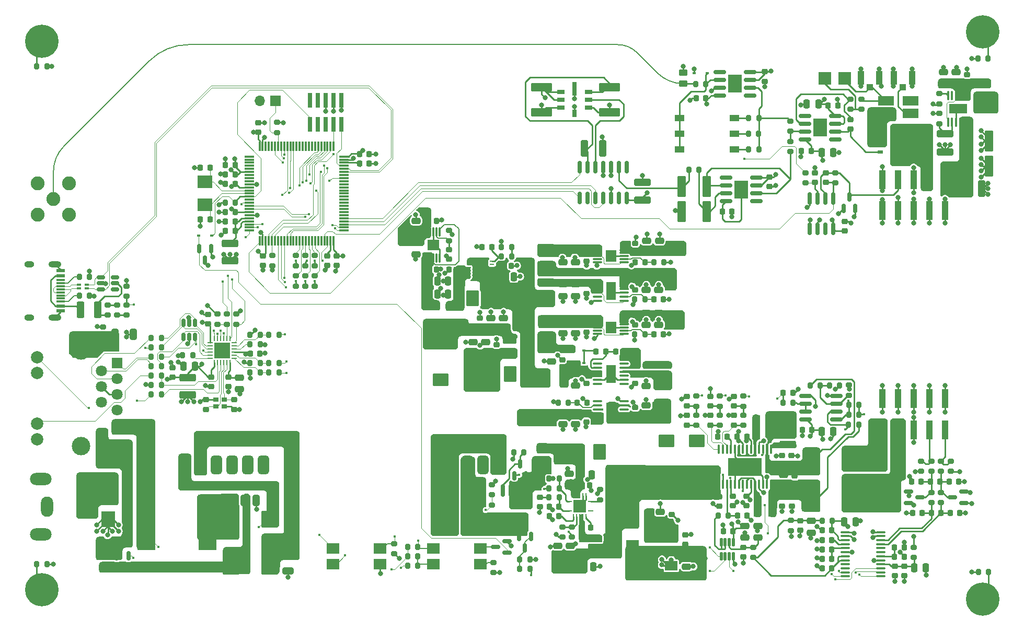
<source format=gtl>
G04 #@! TF.GenerationSoftware,KiCad,Pcbnew,(6.0.0)*
G04 #@! TF.CreationDate,2022-07-08T19:13:56+08:00*
G04 #@! TF.ProjectId,kirdy,6b697264-792e-46b6-9963-61645f706362,rev?*
G04 #@! TF.SameCoordinates,Original*
G04 #@! TF.FileFunction,Copper,L1,Top*
G04 #@! TF.FilePolarity,Positive*
%FSLAX46Y46*%
G04 Gerber Fmt 4.6, Leading zero omitted, Abs format (unit mm)*
G04 Created by KiCad (PCBNEW (6.0.0)) date 2022-07-08 19:13:56*
%MOMM*%
%LPD*%
G01*
G04 APERTURE LIST*
G04 Aperture macros list*
%AMRoundRect*
0 Rectangle with rounded corners*
0 $1 Rounding radius*
0 $2 $3 $4 $5 $6 $7 $8 $9 X,Y pos of 4 corners*
0 Add a 4 corners polygon primitive as box body*
4,1,4,$2,$3,$4,$5,$6,$7,$8,$9,$2,$3,0*
0 Add four circle primitives for the rounded corners*
1,1,$1+$1,$2,$3*
1,1,$1+$1,$4,$5*
1,1,$1+$1,$6,$7*
1,1,$1+$1,$8,$9*
0 Add four rect primitives between the rounded corners*
20,1,$1+$1,$2,$3,$4,$5,0*
20,1,$1+$1,$4,$5,$6,$7,0*
20,1,$1+$1,$6,$7,$8,$9,0*
20,1,$1+$1,$8,$9,$2,$3,0*%
G04 Aperture macros list end*
G04 #@! TA.AperFunction,ComponentPad*
%ADD10R,1.800000X1.800000*%
G04 #@! TD*
G04 #@! TA.AperFunction,ComponentPad*
%ADD11C,1.800000*%
G04 #@! TD*
G04 #@! TA.AperFunction,ComponentPad*
%ADD12C,2.000000*%
G04 #@! TD*
G04 #@! TA.AperFunction,ComponentPad*
%ADD13C,3.000000*%
G04 #@! TD*
G04 #@! TA.AperFunction,SMDPad,CuDef*
%ADD14RoundRect,0.200000X0.200000X0.275000X-0.200000X0.275000X-0.200000X-0.275000X0.200000X-0.275000X0*%
G04 #@! TD*
G04 #@! TA.AperFunction,SMDPad,CuDef*
%ADD15RoundRect,0.200000X-0.200000X-0.275000X0.200000X-0.275000X0.200000X0.275000X-0.200000X0.275000X0*%
G04 #@! TD*
G04 #@! TA.AperFunction,SMDPad,CuDef*
%ADD16RoundRect,0.225000X-0.225000X-0.250000X0.225000X-0.250000X0.225000X0.250000X-0.225000X0.250000X0*%
G04 #@! TD*
G04 #@! TA.AperFunction,SMDPad,CuDef*
%ADD17RoundRect,0.225000X0.225000X0.250000X-0.225000X0.250000X-0.225000X-0.250000X0.225000X-0.250000X0*%
G04 #@! TD*
G04 #@! TA.AperFunction,SMDPad,CuDef*
%ADD18RoundRect,0.150000X0.150000X-0.587500X0.150000X0.587500X-0.150000X0.587500X-0.150000X-0.587500X0*%
G04 #@! TD*
G04 #@! TA.AperFunction,SMDPad,CuDef*
%ADD19RoundRect,0.250000X-0.475000X0.250000X-0.475000X-0.250000X0.475000X-0.250000X0.475000X0.250000X0*%
G04 #@! TD*
G04 #@! TA.AperFunction,SMDPad,CuDef*
%ADD20RoundRect,0.250000X1.075000X-0.375000X1.075000X0.375000X-1.075000X0.375000X-1.075000X-0.375000X0*%
G04 #@! TD*
G04 #@! TA.AperFunction,SMDPad,CuDef*
%ADD21RoundRect,0.225000X0.250000X-0.225000X0.250000X0.225000X-0.250000X0.225000X-0.250000X-0.225000X0*%
G04 #@! TD*
G04 #@! TA.AperFunction,SMDPad,CuDef*
%ADD22RoundRect,0.075000X-0.725000X-0.075000X0.725000X-0.075000X0.725000X0.075000X-0.725000X0.075000X0*%
G04 #@! TD*
G04 #@! TA.AperFunction,SMDPad,CuDef*
%ADD23RoundRect,0.075000X-0.075000X-0.725000X0.075000X-0.725000X0.075000X0.725000X-0.075000X0.725000X0*%
G04 #@! TD*
G04 #@! TA.AperFunction,SMDPad,CuDef*
%ADD24RoundRect,0.200000X-0.275000X0.200000X-0.275000X-0.200000X0.275000X-0.200000X0.275000X0.200000X0*%
G04 #@! TD*
G04 #@! TA.AperFunction,SMDPad,CuDef*
%ADD25RoundRect,0.200000X0.275000X-0.200000X0.275000X0.200000X-0.275000X0.200000X-0.275000X-0.200000X0*%
G04 #@! TD*
G04 #@! TA.AperFunction,SMDPad,CuDef*
%ADD26R,2.300000X2.500000*%
G04 #@! TD*
G04 #@! TA.AperFunction,SMDPad,CuDef*
%ADD27R,2.900000X5.400000*%
G04 #@! TD*
G04 #@! TA.AperFunction,SMDPad,CuDef*
%ADD28RoundRect,0.250000X0.250000X0.475000X-0.250000X0.475000X-0.250000X-0.475000X0.250000X-0.475000X0*%
G04 #@! TD*
G04 #@! TA.AperFunction,SMDPad,CuDef*
%ADD29RoundRect,0.150000X-0.825000X-0.150000X0.825000X-0.150000X0.825000X0.150000X-0.825000X0.150000X0*%
G04 #@! TD*
G04 #@! TA.AperFunction,SMDPad,CuDef*
%ADD30R,2.290000X3.000000*%
G04 #@! TD*
G04 #@! TA.AperFunction,SMDPad,CuDef*
%ADD31RoundRect,0.250000X0.475000X-0.250000X0.475000X0.250000X-0.475000X0.250000X-0.475000X-0.250000X0*%
G04 #@! TD*
G04 #@! TA.AperFunction,SMDPad,CuDef*
%ADD32RoundRect,0.150000X0.150000X-0.512500X0.150000X0.512500X-0.150000X0.512500X-0.150000X-0.512500X0*%
G04 #@! TD*
G04 #@! TA.AperFunction,SMDPad,CuDef*
%ADD33RoundRect,0.249999X-0.450001X-1.450001X0.450001X-1.450001X0.450001X1.450001X-0.450001X1.450001X0*%
G04 #@! TD*
G04 #@! TA.AperFunction,SMDPad,CuDef*
%ADD34RoundRect,0.225000X-0.250000X0.225000X-0.250000X-0.225000X0.250000X-0.225000X0.250000X0.225000X0*%
G04 #@! TD*
G04 #@! TA.AperFunction,ComponentPad*
%ADD35C,2.250000*%
G04 #@! TD*
G04 #@! TA.AperFunction,SMDPad,CuDef*
%ADD36R,1.450000X0.600000*%
G04 #@! TD*
G04 #@! TA.AperFunction,SMDPad,CuDef*
%ADD37R,1.450000X0.300000*%
G04 #@! TD*
G04 #@! TA.AperFunction,ComponentPad*
%ADD38O,1.600000X1.000000*%
G04 #@! TD*
G04 #@! TA.AperFunction,ComponentPad*
%ADD39O,2.100000X1.000000*%
G04 #@! TD*
G04 #@! TA.AperFunction,SMDPad,CuDef*
%ADD40RoundRect,0.100000X-0.625000X-0.100000X0.625000X-0.100000X0.625000X0.100000X-0.625000X0.100000X0*%
G04 #@! TD*
G04 #@! TA.AperFunction,SMDPad,CuDef*
%ADD41R,1.650000X2.850000*%
G04 #@! TD*
G04 #@! TA.AperFunction,ComponentPad*
%ADD42C,0.800000*%
G04 #@! TD*
G04 #@! TA.AperFunction,ComponentPad*
%ADD43C,5.400000*%
G04 #@! TD*
G04 #@! TA.AperFunction,SMDPad,CuDef*
%ADD44R,0.740000X2.400000*%
G04 #@! TD*
G04 #@! TA.AperFunction,SMDPad,CuDef*
%ADD45R,2.000000X1.500000*%
G04 #@! TD*
G04 #@! TA.AperFunction,SMDPad,CuDef*
%ADD46R,2.000000X3.800000*%
G04 #@! TD*
G04 #@! TA.AperFunction,SMDPad,CuDef*
%ADD47RoundRect,0.100000X0.625000X0.100000X-0.625000X0.100000X-0.625000X-0.100000X0.625000X-0.100000X0*%
G04 #@! TD*
G04 #@! TA.AperFunction,SMDPad,CuDef*
%ADD48RoundRect,0.250000X0.850000X-0.375000X0.850000X0.375000X-0.850000X0.375000X-0.850000X-0.375000X0*%
G04 #@! TD*
G04 #@! TA.AperFunction,SMDPad,CuDef*
%ADD49R,0.900000X0.800000*%
G04 #@! TD*
G04 #@! TA.AperFunction,SMDPad,CuDef*
%ADD50RoundRect,0.250000X0.325000X0.650000X-0.325000X0.650000X-0.325000X-0.650000X0.325000X-0.650000X0*%
G04 #@! TD*
G04 #@! TA.AperFunction,SMDPad,CuDef*
%ADD51R,3.700000X0.980000*%
G04 #@! TD*
G04 #@! TA.AperFunction,SMDPad,CuDef*
%ADD52RoundRect,0.250000X-0.250000X-0.475000X0.250000X-0.475000X0.250000X0.475000X-0.250000X0.475000X0*%
G04 #@! TD*
G04 #@! TA.AperFunction,SMDPad,CuDef*
%ADD53RoundRect,0.150000X-0.150000X0.825000X-0.150000X-0.825000X0.150000X-0.825000X0.150000X0.825000X0*%
G04 #@! TD*
G04 #@! TA.AperFunction,SMDPad,CuDef*
%ADD54R,1.000000X1.050000*%
G04 #@! TD*
G04 #@! TA.AperFunction,SMDPad,CuDef*
%ADD55R,1.050000X2.200000*%
G04 #@! TD*
G04 #@! TA.AperFunction,SMDPad,CuDef*
%ADD56RoundRect,0.099900X1.250100X-1.250100X1.250100X1.250100X-1.250100X1.250100X-1.250100X-1.250100X0*%
G04 #@! TD*
G04 #@! TA.AperFunction,SMDPad,CuDef*
%ADD57RoundRect,0.250000X-0.375000X-1.075000X0.375000X-1.075000X0.375000X1.075000X-0.375000X1.075000X0*%
G04 #@! TD*
G04 #@! TA.AperFunction,SMDPad,CuDef*
%ADD58R,0.600000X0.450000*%
G04 #@! TD*
G04 #@! TA.AperFunction,SMDPad,CuDef*
%ADD59RoundRect,0.250000X0.787500X1.025000X-0.787500X1.025000X-0.787500X-1.025000X0.787500X-1.025000X0*%
G04 #@! TD*
G04 #@! TA.AperFunction,SMDPad,CuDef*
%ADD60RoundRect,0.250000X-0.325000X-0.650000X0.325000X-0.650000X0.325000X0.650000X-0.325000X0.650000X0*%
G04 #@! TD*
G04 #@! TA.AperFunction,SMDPad,CuDef*
%ADD61RoundRect,0.100000X-0.637500X-0.100000X0.637500X-0.100000X0.637500X0.100000X-0.637500X0.100000X0*%
G04 #@! TD*
G04 #@! TA.AperFunction,SMDPad,CuDef*
%ADD62RoundRect,0.015000X0.275000X-0.135000X0.275000X0.135000X-0.275000X0.135000X-0.275000X-0.135000X0*%
G04 #@! TD*
G04 #@! TA.AperFunction,SMDPad,CuDef*
%ADD63RoundRect,0.250000X-0.325000X-1.100000X0.325000X-1.100000X0.325000X1.100000X-0.325000X1.100000X0*%
G04 #@! TD*
G04 #@! TA.AperFunction,SMDPad,CuDef*
%ADD64RoundRect,0.250000X-1.075000X0.375000X-1.075000X-0.375000X1.075000X-0.375000X1.075000X0.375000X0*%
G04 #@! TD*
G04 #@! TA.AperFunction,SMDPad,CuDef*
%ADD65RoundRect,0.150000X-0.150000X0.587500X-0.150000X-0.587500X0.150000X-0.587500X0.150000X0.587500X0*%
G04 #@! TD*
G04 #@! TA.AperFunction,SMDPad,CuDef*
%ADD66R,1.000000X3.150000*%
G04 #@! TD*
G04 #@! TA.AperFunction,SMDPad,CuDef*
%ADD67R,2.000000X1.780000*%
G04 #@! TD*
G04 #@! TA.AperFunction,SMDPad,CuDef*
%ADD68RoundRect,0.250000X1.075000X-0.362500X1.075000X0.362500X-1.075000X0.362500X-1.075000X-0.362500X0*%
G04 #@! TD*
G04 #@! TA.AperFunction,SMDPad,CuDef*
%ADD69RoundRect,0.150000X0.825000X0.150000X-0.825000X0.150000X-0.825000X-0.150000X0.825000X-0.150000X0*%
G04 #@! TD*
G04 #@! TA.AperFunction,SMDPad,CuDef*
%ADD70R,2.550000X1.550000*%
G04 #@! TD*
G04 #@! TA.AperFunction,SMDPad,CuDef*
%ADD71RoundRect,0.249999X1.450001X-0.450001X1.450001X0.450001X-1.450001X0.450001X-1.450001X-0.450001X0*%
G04 #@! TD*
G04 #@! TA.AperFunction,SMDPad,CuDef*
%ADD72RoundRect,0.250000X-0.787500X-1.025000X0.787500X-1.025000X0.787500X1.025000X-0.787500X1.025000X0*%
G04 #@! TD*
G04 #@! TA.AperFunction,SMDPad,CuDef*
%ADD73R,2.000000X2.000000*%
G04 #@! TD*
G04 #@! TA.AperFunction,SMDPad,CuDef*
%ADD74RoundRect,0.062500X0.062500X-0.350000X0.062500X0.350000X-0.062500X0.350000X-0.062500X-0.350000X0*%
G04 #@! TD*
G04 #@! TA.AperFunction,SMDPad,CuDef*
%ADD75RoundRect,0.062500X0.350000X-0.062500X0.350000X0.062500X-0.350000X0.062500X-0.350000X-0.062500X0*%
G04 #@! TD*
G04 #@! TA.AperFunction,SMDPad,CuDef*
%ADD76R,2.600000X2.600000*%
G04 #@! TD*
G04 #@! TA.AperFunction,SMDPad,CuDef*
%ADD77RoundRect,0.250000X1.025000X-0.787500X1.025000X0.787500X-1.025000X0.787500X-1.025000X-0.787500X0*%
G04 #@! TD*
G04 #@! TA.AperFunction,SMDPad,CuDef*
%ADD78RoundRect,0.250000X0.450000X-0.262500X0.450000X0.262500X-0.450000X0.262500X-0.450000X-0.262500X0*%
G04 #@! TD*
G04 #@! TA.AperFunction,SMDPad,CuDef*
%ADD79R,0.980000X3.700000*%
G04 #@! TD*
G04 #@! TA.AperFunction,ComponentPad*
%ADD80RoundRect,0.450000X-0.450000X-1.050000X0.450000X-1.050000X0.450000X1.050000X-0.450000X1.050000X0*%
G04 #@! TD*
G04 #@! TA.AperFunction,SMDPad,CuDef*
%ADD81RoundRect,0.250000X-1.025000X0.787500X-1.025000X-0.787500X1.025000X-0.787500X1.025000X0.787500X0*%
G04 #@! TD*
G04 #@! TA.AperFunction,SMDPad,CuDef*
%ADD82RoundRect,0.100000X-0.100000X0.625000X-0.100000X-0.625000X0.100000X-0.625000X0.100000X0.625000X0*%
G04 #@! TD*
G04 #@! TA.AperFunction,SMDPad,CuDef*
%ADD83R,2.850000X1.650000*%
G04 #@! TD*
G04 #@! TA.AperFunction,SMDPad,CuDef*
%ADD84RoundRect,0.250000X0.325000X1.100000X-0.325000X1.100000X-0.325000X-1.100000X0.325000X-1.100000X0*%
G04 #@! TD*
G04 #@! TA.AperFunction,SMDPad,CuDef*
%ADD85RoundRect,0.250000X1.100000X-0.325000X1.100000X0.325000X-1.100000X0.325000X-1.100000X-0.325000X0*%
G04 #@! TD*
G04 #@! TA.AperFunction,SMDPad,CuDef*
%ADD86R,0.700000X0.250000*%
G04 #@! TD*
G04 #@! TA.AperFunction,SMDPad,CuDef*
%ADD87R,2.660000X3.380000*%
G04 #@! TD*
G04 #@! TA.AperFunction,ComponentPad*
%ADD88R,1.700000X1.700000*%
G04 #@! TD*
G04 #@! TA.AperFunction,ComponentPad*
%ADD89O,1.700000X1.700000*%
G04 #@! TD*
G04 #@! TA.AperFunction,SMDPad,CuDef*
%ADD90RoundRect,0.100000X0.100000X-0.637500X0.100000X0.637500X-0.100000X0.637500X-0.100000X-0.637500X0*%
G04 #@! TD*
G04 #@! TA.AperFunction,SMDPad,CuDef*
%ADD91R,5.400000X2.850000*%
G04 #@! TD*
G04 #@! TA.AperFunction,ComponentPad*
%ADD92R,2.000000X4.000000*%
G04 #@! TD*
G04 #@! TA.AperFunction,ComponentPad*
%ADD93O,2.000000X3.300000*%
G04 #@! TD*
G04 #@! TA.AperFunction,ComponentPad*
%ADD94O,3.500000X2.000000*%
G04 #@! TD*
G04 #@! TA.AperFunction,SMDPad,CuDef*
%ADD95RoundRect,0.125000X-0.125000X0.537500X-0.125000X-0.537500X0.125000X-0.537500X0.125000X0.537500X0*%
G04 #@! TD*
G04 #@! TA.AperFunction,SMDPad,CuDef*
%ADD96RoundRect,0.075000X-0.650000X-0.075000X0.650000X-0.075000X0.650000X0.075000X-0.650000X0.075000X0*%
G04 #@! TD*
G04 #@! TA.AperFunction,SMDPad,CuDef*
%ADD97R,1.680000X1.880000*%
G04 #@! TD*
G04 #@! TA.AperFunction,SMDPad,CuDef*
%ADD98RoundRect,0.150000X0.587500X0.150000X-0.587500X0.150000X-0.587500X-0.150000X0.587500X-0.150000X0*%
G04 #@! TD*
G04 #@! TA.AperFunction,SMDPad,CuDef*
%ADD99R,0.850000X0.280000*%
G04 #@! TD*
G04 #@! TA.AperFunction,SMDPad,CuDef*
%ADD100R,0.280000X0.850000*%
G04 #@! TD*
G04 #@! TA.AperFunction,SMDPad,CuDef*
%ADD101R,2.050000X2.050000*%
G04 #@! TD*
G04 #@! TA.AperFunction,SMDPad,CuDef*
%ADD102RoundRect,0.249999X-1.450001X0.450001X-1.450001X-0.450001X1.450001X-0.450001X1.450001X0.450001X0*%
G04 #@! TD*
G04 #@! TA.AperFunction,SMDPad,CuDef*
%ADD103RoundRect,0.075000X0.075000X-0.650000X0.075000X0.650000X-0.075000X0.650000X-0.075000X-0.650000X0*%
G04 #@! TD*
G04 #@! TA.AperFunction,SMDPad,CuDef*
%ADD104R,1.880000X1.680000*%
G04 #@! TD*
G04 #@! TA.AperFunction,SMDPad,CuDef*
%ADD105R,2.400000X2.000000*%
G04 #@! TD*
G04 #@! TA.AperFunction,SMDPad,CuDef*
%ADD106R,0.850000X0.500000*%
G04 #@! TD*
G04 #@! TA.AperFunction,SMDPad,CuDef*
%ADD107R,4.550000X4.410000*%
G04 #@! TD*
G04 #@! TA.AperFunction,SMDPad,CuDef*
%ADD108R,1.500000X1.100000*%
G04 #@! TD*
G04 #@! TA.AperFunction,SMDPad,CuDef*
%ADD109R,0.450000X0.600000*%
G04 #@! TD*
G04 #@! TA.AperFunction,SMDPad,CuDef*
%ADD110RoundRect,0.250000X-1.100000X0.325000X-1.100000X-0.325000X1.100000X-0.325000X1.100000X0.325000X0*%
G04 #@! TD*
G04 #@! TA.AperFunction,SMDPad,CuDef*
%ADD111RoundRect,0.249999X0.450001X1.450001X-0.450001X1.450001X-0.450001X-1.450001X0.450001X-1.450001X0*%
G04 #@! TD*
G04 #@! TA.AperFunction,SMDPad,CuDef*
%ADD112RoundRect,0.250000X0.625000X-0.312500X0.625000X0.312500X-0.625000X0.312500X-0.625000X-0.312500X0*%
G04 #@! TD*
G04 #@! TA.AperFunction,SMDPad,CuDef*
%ADD113RoundRect,0.250000X0.375000X1.075000X-0.375000X1.075000X-0.375000X-1.075000X0.375000X-1.075000X0*%
G04 #@! TD*
G04 #@! TA.AperFunction,SMDPad,CuDef*
%ADD114R,1.295400X0.635000*%
G04 #@! TD*
G04 #@! TA.AperFunction,SMDPad,CuDef*
%ADD115R,0.635000X1.295400*%
G04 #@! TD*
G04 #@! TA.AperFunction,SMDPad,CuDef*
%ADD116R,0.635000X2.311400*%
G04 #@! TD*
G04 #@! TA.AperFunction,SMDPad,CuDef*
%ADD117RoundRect,0.250000X-0.650000X0.325000X-0.650000X-0.325000X0.650000X-0.325000X0.650000X0.325000X0*%
G04 #@! TD*
G04 #@! TA.AperFunction,SMDPad,CuDef*
%ADD118RoundRect,0.150000X-0.512500X-0.150000X0.512500X-0.150000X0.512500X0.150000X-0.512500X0.150000X0*%
G04 #@! TD*
G04 #@! TA.AperFunction,SMDPad,CuDef*
%ADD119RoundRect,0.150000X-0.587500X-0.150000X0.587500X-0.150000X0.587500X0.150000X-0.587500X0.150000X0*%
G04 #@! TD*
G04 #@! TA.AperFunction,ViaPad*
%ADD120C,0.800000*%
G04 #@! TD*
G04 #@! TA.AperFunction,ViaPad*
%ADD121C,0.450000*%
G04 #@! TD*
G04 #@! TA.AperFunction,Conductor*
%ADD122C,0.254000*%
G04 #@! TD*
G04 #@! TA.AperFunction,Conductor*
%ADD123C,0.250000*%
G04 #@! TD*
G04 #@! TA.AperFunction,Conductor*
%ADD124C,0.088900*%
G04 #@! TD*
G04 #@! TA.AperFunction,Conductor*
%ADD125C,0.146812*%
G04 #@! TD*
G04 APERTURE END LIST*
D10*
X15796400Y-57692600D03*
D11*
X13256400Y-58962600D03*
X15796400Y-60232600D03*
X13256400Y-61502600D03*
X15796400Y-62772600D03*
X13256400Y-64042600D03*
X15796400Y-65312600D03*
X15796400Y-67852600D03*
X13256400Y-69122600D03*
D12*
X2846400Y-56772600D03*
X2846400Y-59312600D03*
X2846400Y-67492600D03*
X2846400Y-70032600D03*
D13*
X9956400Y-71152600D03*
X9956400Y-55652600D03*
D14*
X38925800Y-53117000D03*
X37275800Y-53117000D03*
X64469800Y-87521000D03*
X62819800Y-87521000D03*
D15*
X80991000Y-89515000D03*
X82641000Y-89515000D03*
D16*
X37325800Y-56165000D03*
X38875800Y-56165000D03*
D17*
X149189800Y-82022000D03*
X147639800Y-82022000D03*
D18*
X80104000Y-75949100D03*
X82004000Y-75949100D03*
X81054000Y-74074100D03*
D19*
X107978000Y-88793600D03*
X107978000Y-90693600D03*
D20*
X34077000Y-41128000D03*
X34077000Y-38328000D03*
D21*
X111838800Y-64661400D03*
X111838800Y-63111400D03*
D16*
X65953400Y-42534800D03*
X67503400Y-42534800D03*
D22*
X37156000Y-24226000D03*
X37156000Y-24726000D03*
X37156000Y-25226000D03*
X37156000Y-25726000D03*
X37156000Y-26226000D03*
X37156000Y-26726000D03*
X37156000Y-27226000D03*
X37156000Y-27726000D03*
X37156000Y-28226000D03*
X37156000Y-28726000D03*
X37156000Y-29226000D03*
X37156000Y-29726000D03*
X37156000Y-30226000D03*
X37156000Y-30726000D03*
X37156000Y-31226000D03*
X37156000Y-31726000D03*
X37156000Y-32226000D03*
X37156000Y-32726000D03*
X37156000Y-33226000D03*
X37156000Y-33726000D03*
X37156000Y-34226000D03*
X37156000Y-34726000D03*
X37156000Y-35226000D03*
X37156000Y-35726000D03*
X37156000Y-36226000D03*
D23*
X38831000Y-37901000D03*
X39331000Y-37901000D03*
X39831000Y-37901000D03*
X40331000Y-37901000D03*
X40831000Y-37901000D03*
X41331000Y-37901000D03*
X41831000Y-37901000D03*
X42331000Y-37901000D03*
X42831000Y-37901000D03*
X43331000Y-37901000D03*
X43831000Y-37901000D03*
X44331000Y-37901000D03*
X44831000Y-37901000D03*
X45331000Y-37901000D03*
X45831000Y-37901000D03*
X46331000Y-37901000D03*
X46831000Y-37901000D03*
X47331000Y-37901000D03*
X47831000Y-37901000D03*
X48331000Y-37901000D03*
X48831000Y-37901000D03*
X49331000Y-37901000D03*
X49831000Y-37901000D03*
X50331000Y-37901000D03*
X50831000Y-37901000D03*
D22*
X52506000Y-36226000D03*
X52506000Y-35726000D03*
X52506000Y-35226000D03*
X52506000Y-34726000D03*
X52506000Y-34226000D03*
X52506000Y-33726000D03*
X52506000Y-33226000D03*
X52506000Y-32726000D03*
X52506000Y-32226000D03*
X52506000Y-31726000D03*
X52506000Y-31226000D03*
X52506000Y-30726000D03*
X52506000Y-30226000D03*
X52506000Y-29726000D03*
X52506000Y-29226000D03*
X52506000Y-28726000D03*
X52506000Y-28226000D03*
X52506000Y-27726000D03*
X52506000Y-27226000D03*
X52506000Y-26726000D03*
X52506000Y-26226000D03*
X52506000Y-25726000D03*
X52506000Y-25226000D03*
X52506000Y-24726000D03*
X52506000Y-24226000D03*
D23*
X50831000Y-22551000D03*
X50331000Y-22551000D03*
X49831000Y-22551000D03*
X49331000Y-22551000D03*
X48831000Y-22551000D03*
X48331000Y-22551000D03*
X47831000Y-22551000D03*
X47331000Y-22551000D03*
X46831000Y-22551000D03*
X46331000Y-22551000D03*
X45831000Y-22551000D03*
X45331000Y-22551000D03*
X44831000Y-22551000D03*
X44331000Y-22551000D03*
X43831000Y-22551000D03*
X43331000Y-22551000D03*
X42831000Y-22551000D03*
X42331000Y-22551000D03*
X41831000Y-22551000D03*
X41331000Y-22551000D03*
X40831000Y-22551000D03*
X40331000Y-22551000D03*
X39831000Y-22551000D03*
X39331000Y-22551000D03*
X38831000Y-22551000D03*
D21*
X115648800Y-64661400D03*
X115648800Y-63111400D03*
D14*
X38925800Y-54641000D03*
X37275800Y-54641000D03*
D21*
X108028800Y-67760200D03*
X108028800Y-66210200D03*
D19*
X86106000Y-55537400D03*
X86106000Y-57437400D03*
D24*
X118773000Y-87547000D03*
X118773000Y-89197000D03*
D14*
X41973800Y-53117000D03*
X40323800Y-53117000D03*
D25*
X144833400Y-89210000D03*
X144833400Y-87560000D03*
D24*
X113413600Y-63061400D03*
X113413600Y-64711400D03*
D14*
X156834400Y-8362000D03*
X155184400Y-8362000D03*
D21*
X91770200Y-60986000D03*
X91770200Y-59436000D03*
D26*
X14351000Y-78749000D03*
X14351000Y-83049000D03*
D16*
X65953400Y-34635400D03*
X67503400Y-34635400D03*
D27*
X20466800Y-85307000D03*
X30366800Y-85307000D03*
D28*
X71226800Y-46504300D03*
X69326800Y-46504300D03*
D29*
X113377000Y-10521000D03*
X113377000Y-11791000D03*
X113377000Y-13061000D03*
X113377000Y-14331000D03*
X118327000Y-14331000D03*
X118327000Y-13061000D03*
X118327000Y-11791000D03*
X118327000Y-10521000D03*
D30*
X115852000Y-12426000D03*
D31*
X89029600Y-77536400D03*
X89029600Y-75636400D03*
D32*
X26482800Y-53492500D03*
X27432800Y-53492500D03*
X28382800Y-53492500D03*
X28382800Y-51217500D03*
X27432800Y-51217500D03*
X26482800Y-51217500D03*
D25*
X47793000Y-41947000D03*
X47793000Y-40297000D03*
D33*
X152890000Y-25781000D03*
X156990000Y-25781000D03*
D24*
X109603600Y-63061400D03*
X109603600Y-64711400D03*
D15*
X99581200Y-47358600D03*
X101231200Y-47358600D03*
D17*
X131536800Y-89426400D03*
X129986800Y-89426400D03*
D34*
X91770200Y-44869400D03*
X91770200Y-46419400D03*
X117186000Y-87571600D03*
X117186000Y-89121600D03*
D17*
X101232000Y-41389600D03*
X99682000Y-41389600D03*
D31*
X151684000Y-12474000D03*
X151684000Y-10574000D03*
D24*
X17325400Y-45230600D03*
X17325400Y-46880600D03*
X117223600Y-66160200D03*
X117223600Y-67810200D03*
D15*
X78019200Y-38875000D03*
X79669200Y-38875000D03*
D16*
X93332000Y-55880000D03*
X94882000Y-55880000D03*
D35*
X5461000Y-31115000D03*
X8001000Y-33655000D03*
X2921000Y-28575000D03*
X2921000Y-33655000D03*
X8001000Y-28575000D03*
D20*
X70335200Y-51324000D03*
X70335200Y-48524000D03*
D25*
X89436000Y-85895000D03*
X89436000Y-84245000D03*
D19*
X101473000Y-59515000D03*
X101473000Y-61415000D03*
D36*
X6638400Y-42742600D03*
X6638400Y-43542600D03*
D37*
X6638400Y-44742600D03*
X6638400Y-45742600D03*
X6638400Y-46242600D03*
X6638400Y-47242600D03*
D36*
X6638400Y-48442600D03*
X6638400Y-49242600D03*
X6638400Y-49242600D03*
X6638400Y-48442600D03*
D37*
X6638400Y-47742600D03*
X6638400Y-46742600D03*
X6638400Y-45242600D03*
X6638400Y-44242600D03*
D36*
X6638400Y-43542600D03*
X6638400Y-42742600D03*
D38*
X1543400Y-50312600D03*
D39*
X5723400Y-41672600D03*
D38*
X1543400Y-41672600D03*
D39*
X5723400Y-50312600D03*
D20*
X85191600Y-41799000D03*
X85191600Y-38999000D03*
D19*
X101473000Y-49583600D03*
X101473000Y-51483600D03*
D16*
X99936000Y-57975800D03*
X101486000Y-57975800D03*
D19*
X89992200Y-65712600D03*
X89992200Y-67612600D03*
D16*
X90743800Y-77551600D03*
X92293800Y-77551600D03*
D14*
X79669200Y-40399000D03*
X78019200Y-40399000D03*
D34*
X133632000Y-34765000D03*
X133632000Y-36315000D03*
D40*
X93582600Y-44362000D03*
X93582600Y-45012000D03*
X93582600Y-45662000D03*
X93582600Y-46312000D03*
X93582600Y-46962000D03*
X93582600Y-47612000D03*
X97882600Y-47612000D03*
X97882600Y-46962000D03*
X97882600Y-46312000D03*
X97882600Y-45662000D03*
X97882600Y-45012000D03*
X97882600Y-44362000D03*
D41*
X95732600Y-45987000D03*
D34*
X99695000Y-59486800D03*
X99695000Y-61036800D03*
D25*
X32004800Y-51402000D03*
X32004800Y-49752000D03*
D31*
X101523800Y-39799600D03*
X101523800Y-37899600D03*
D42*
X154568109Y-2568109D03*
X157431891Y-2568109D03*
D43*
X156000000Y-4000000D03*
D42*
X156000000Y-1975000D03*
X154568109Y-5431891D03*
X157431891Y-5431891D03*
X158025000Y-4000000D03*
X156000000Y-6025000D03*
X153975000Y-4000000D03*
D44*
X52060200Y-15105200D03*
X52060200Y-19005200D03*
X50790200Y-15105200D03*
X50790200Y-19005200D03*
X49520200Y-15105200D03*
X49520200Y-19005200D03*
X48250200Y-15105200D03*
X48250200Y-19005200D03*
X46980200Y-15105200D03*
X46980200Y-19005200D03*
D45*
X105540000Y-90545000D03*
D46*
X99240000Y-88245000D03*
D45*
X105540000Y-88245000D03*
X105540000Y-85945000D03*
D19*
X89992200Y-44935400D03*
X89992200Y-46835400D03*
D24*
X117223600Y-63061400D03*
X117223600Y-64711400D03*
D15*
X118047000Y-23114000D03*
X119697000Y-23114000D03*
D14*
X88836000Y-64122600D03*
X87186000Y-64122600D03*
D16*
X55003400Y-25400000D03*
X56553400Y-25400000D03*
D14*
X22923800Y-61245000D03*
X21273800Y-61245000D03*
D34*
X113284000Y-79362000D03*
X113284000Y-80912000D03*
D19*
X128171000Y-83294800D03*
X128171000Y-85194800D03*
D47*
X97882600Y-67170000D03*
X97882600Y-66520000D03*
X97882600Y-65870000D03*
X97882600Y-65220000D03*
X97882600Y-64570000D03*
X97882600Y-63920000D03*
X93582600Y-63920000D03*
X93582600Y-64570000D03*
X93582600Y-65220000D03*
X93582600Y-65870000D03*
X93582600Y-66520000D03*
X93582600Y-67170000D03*
D41*
X95732600Y-65545000D03*
D48*
X79375000Y-56124400D03*
X79375000Y-53974400D03*
D15*
X2731000Y-9652000D03*
X4381000Y-9652000D03*
D47*
X97882600Y-61074000D03*
X97882600Y-60424000D03*
X97882600Y-59774000D03*
X97882600Y-59124000D03*
X97882600Y-58474000D03*
X97882600Y-57824000D03*
X93582600Y-57824000D03*
X93582600Y-58474000D03*
X93582600Y-59124000D03*
X93582600Y-59774000D03*
X93582600Y-60424000D03*
X93582600Y-61074000D03*
D41*
X95732600Y-59449000D03*
D49*
X33150000Y-63627000D03*
X31750000Y-63627000D03*
X31750000Y-64727000D03*
X33150000Y-64727000D03*
D24*
X124841000Y-18479000D03*
X124841000Y-20129000D03*
D17*
X34852000Y-36296000D03*
X33302000Y-36296000D03*
D34*
X91770200Y-65684400D03*
X91770200Y-67234400D03*
D50*
X41251400Y-79984600D03*
X38301400Y-79984600D03*
D51*
X92433200Y-86247200D03*
X92433200Y-88617200D03*
D25*
X136284000Y-16553000D03*
X136284000Y-14903000D03*
D19*
X103505000Y-43919400D03*
X103505000Y-45819400D03*
D52*
X90772000Y-75824400D03*
X92672000Y-75824400D03*
D53*
X98298000Y-25973000D03*
X97028000Y-25973000D03*
X95758000Y-25973000D03*
X94488000Y-25973000D03*
X93218000Y-25973000D03*
X91948000Y-25973000D03*
X90678000Y-25973000D03*
X90678000Y-30923000D03*
X91948000Y-30923000D03*
X93218000Y-30923000D03*
X94488000Y-30923000D03*
X95758000Y-30923000D03*
X97028000Y-30923000D03*
X98298000Y-30923000D03*
D17*
X117744600Y-69638800D03*
X116194600Y-69638800D03*
D15*
X109461800Y-12522200D03*
X111111800Y-12522200D03*
D34*
X99695000Y-44297600D03*
X99695000Y-45847600D03*
D54*
X137696000Y-12968000D03*
D55*
X139171000Y-11443000D03*
X136221000Y-11443000D03*
D17*
X115320400Y-33127000D03*
X113770400Y-33127000D03*
D56*
X128286800Y-72890000D03*
X128286800Y-80510000D03*
X134506800Y-80510000D03*
X134506800Y-72890000D03*
D14*
X156908000Y-91567000D03*
X155258000Y-91567000D03*
X22923800Y-59721000D03*
X21273800Y-59721000D03*
D34*
X69522400Y-39321400D03*
X69522400Y-40871400D03*
D57*
X98907200Y-82885600D03*
X101707200Y-82885600D03*
D58*
X109236800Y-10744200D03*
X111336800Y-10744200D03*
D24*
X41697000Y-18707000D03*
X41697000Y-20357000D03*
X146001800Y-73577000D03*
X146001800Y-75227000D03*
D14*
X87365400Y-79482000D03*
X85715400Y-79482000D03*
D25*
X148940800Y-15701800D03*
X148940800Y-14051800D03*
D34*
X120678000Y-10482600D03*
X120678000Y-12032600D03*
D59*
X79586900Y-47215500D03*
X73361900Y-47215500D03*
D34*
X125529400Y-76013600D03*
X125529400Y-77563600D03*
D17*
X152110800Y-76942000D03*
X150560800Y-76942000D03*
D60*
X33401800Y-79973000D03*
X36351800Y-79973000D03*
D16*
X90284000Y-64122600D03*
X91834000Y-64122600D03*
D61*
X133741300Y-85114800D03*
X133741300Y-85764800D03*
X133741300Y-86414800D03*
X133741300Y-87064800D03*
X133741300Y-87714800D03*
X133741300Y-88364800D03*
X133741300Y-89014800D03*
X133741300Y-89664800D03*
X133741300Y-90314800D03*
X133741300Y-90964800D03*
X133741300Y-91614800D03*
X133741300Y-92264800D03*
X139466300Y-92264800D03*
X139466300Y-91614800D03*
X139466300Y-90964800D03*
X139466300Y-90314800D03*
X139466300Y-89664800D03*
X139466300Y-89014800D03*
X139466300Y-88364800D03*
X139466300Y-87714800D03*
X139466300Y-87064800D03*
X139466300Y-86414800D03*
X139466300Y-85764800D03*
X139466300Y-85114800D03*
D17*
X149062800Y-76942000D03*
X147512800Y-76942000D03*
D14*
X38925800Y-57689000D03*
X37275800Y-57689000D03*
D62*
X9558400Y-45568600D03*
X10868400Y-45568600D03*
X10868400Y-45018600D03*
X9558400Y-45018600D03*
D20*
X66728400Y-51336400D03*
X66728400Y-48536400D03*
D24*
X134317800Y-61283400D03*
X134317800Y-62933400D03*
X33528800Y-49752000D03*
X33528800Y-51402000D03*
D16*
X123662200Y-62565600D03*
X125212200Y-62565600D03*
D14*
X22923800Y-53625000D03*
X21273800Y-53625000D03*
D63*
X152830000Y-29464000D03*
X155780000Y-29464000D03*
D64*
X104114600Y-61478000D03*
X104114600Y-64278000D03*
D65*
X30963000Y-39168500D03*
X29063000Y-39168500D03*
X30013000Y-41043500D03*
D19*
X88011000Y-51006000D03*
X88011000Y-52906000D03*
D66*
X149860000Y-27970000D03*
X149860000Y-33020000D03*
X147320000Y-27970000D03*
X147320000Y-33020000D03*
X144780000Y-27970000D03*
X144780000Y-33020000D03*
X142240000Y-27970000D03*
X142240000Y-33020000D03*
X139700000Y-27970000D03*
X139700000Y-33020000D03*
D21*
X115648800Y-67760200D03*
X115648800Y-66210200D03*
D34*
X91821000Y-51181000D03*
X91821000Y-52731000D03*
D67*
X50744800Y-87775000D03*
X50744800Y-90315000D03*
X58364800Y-90315000D03*
X58364800Y-87775000D03*
D25*
X46269000Y-41947000D03*
X46269000Y-40297000D03*
D16*
X102679200Y-47358600D03*
X104229200Y-47358600D03*
X96532400Y-55880000D03*
X98082400Y-55880000D03*
D21*
X153462000Y-12502200D03*
X153462000Y-10952200D03*
D58*
X28963000Y-37058000D03*
X31063000Y-37058000D03*
D29*
X127143000Y-17645000D03*
X127143000Y-18915000D03*
X127143000Y-20185000D03*
X127143000Y-21455000D03*
X132093000Y-21455000D03*
X132093000Y-20185000D03*
X132093000Y-18915000D03*
X132093000Y-17645000D03*
D30*
X129618000Y-19550000D03*
D19*
X87960200Y-39474400D03*
X87960200Y-41374400D03*
D28*
X28382800Y-58197000D03*
X26482800Y-58197000D03*
D25*
X132054600Y-28491000D03*
X132054600Y-26841000D03*
D52*
X65778400Y-46497200D03*
X67678400Y-46497200D03*
D17*
X34852000Y-34772000D03*
X33302000Y-34772000D03*
D16*
X126619000Y-23348000D03*
X128169000Y-23348000D03*
D17*
X34852000Y-28676000D03*
X33302000Y-28676000D03*
D68*
X124361000Y-70936500D03*
X124361000Y-66311500D03*
D25*
X14277400Y-49928600D03*
X14277400Y-48278600D03*
D24*
X87861200Y-84245000D03*
X87861200Y-85895000D03*
D25*
X76454000Y-79057000D03*
X76454000Y-77407000D03*
D69*
X132220800Y-66834000D03*
X132220800Y-65564000D03*
X132220800Y-64294000D03*
X132220800Y-63024000D03*
X127270800Y-63024000D03*
X127270800Y-64294000D03*
X127270800Y-65564000D03*
X127270800Y-66834000D03*
D24*
X109603600Y-66160200D03*
X109603600Y-67810200D03*
D59*
X73978500Y-83820000D03*
X67753500Y-83820000D03*
D70*
X140293000Y-17261000D03*
X140293000Y-15211000D03*
X144243000Y-17261000D03*
X144243000Y-15211000D03*
D71*
X95554800Y-17086800D03*
X95554800Y-12986800D03*
D24*
X134506000Y-14903000D03*
X134506000Y-16553000D03*
D14*
X22923800Y-55149000D03*
X21273800Y-55149000D03*
D34*
X87884000Y-55613000D03*
X87884000Y-57163000D03*
D25*
X94008000Y-79849800D03*
X94008000Y-78199800D03*
D17*
X76444200Y-38875000D03*
X74894200Y-38875000D03*
D25*
X149176800Y-80307000D03*
X149176800Y-78657000D03*
D17*
X131536800Y-90950400D03*
X129986800Y-90950400D03*
D72*
X87668500Y-72089400D03*
X93893500Y-72089400D03*
D14*
X81650400Y-72166800D03*
X80000400Y-72166800D03*
X131586800Y-83254200D03*
X129936800Y-83254200D03*
D15*
X134241600Y-67721800D03*
X135891600Y-67721800D03*
D16*
X141696200Y-89147600D03*
X143246200Y-89147600D03*
D56*
X34244800Y-83021000D03*
X34244800Y-90641000D03*
X40464800Y-90641000D03*
X40464800Y-83021000D03*
D21*
X77241400Y-56268600D03*
X77241400Y-54718600D03*
D42*
X154568109Y-97431891D03*
X153975000Y-96000000D03*
X156000000Y-93975000D03*
D43*
X156000000Y-96000000D03*
D42*
X154568109Y-94568109D03*
X157431891Y-97431891D03*
X156000000Y-98025000D03*
X157431891Y-94568109D03*
X158025000Y-96000000D03*
D14*
X41973800Y-59213000D03*
X40323800Y-59213000D03*
D73*
X133604000Y-11557000D03*
D74*
X31516800Y-57594500D03*
X32016800Y-57594500D03*
X32516800Y-57594500D03*
X33016800Y-57594500D03*
X33516800Y-57594500D03*
X34016800Y-57594500D03*
D75*
X34704300Y-56907000D03*
X34704300Y-56407000D03*
X34704300Y-55907000D03*
X34704300Y-55407000D03*
X34704300Y-54907000D03*
X34704300Y-54407000D03*
D74*
X34016800Y-53719500D03*
X33516800Y-53719500D03*
X33016800Y-53719500D03*
X32516800Y-53719500D03*
X32016800Y-53719500D03*
X31516800Y-53719500D03*
D75*
X30829300Y-54407000D03*
X30829300Y-54907000D03*
X30829300Y-55407000D03*
X30829300Y-55907000D03*
X30829300Y-56407000D03*
X30829300Y-56907000D03*
D76*
X32766800Y-55657000D03*
D52*
X65778400Y-44414400D03*
X67678400Y-44414400D03*
D14*
X64469800Y-89045000D03*
X62819800Y-89045000D03*
D16*
X78069200Y-41932300D03*
X79619200Y-41932300D03*
D31*
X103606600Y-39799600D03*
X103606600Y-37899600D03*
D77*
X104726800Y-76562700D03*
X104726800Y-70337700D03*
D14*
X22923800Y-58197000D03*
X21273800Y-58197000D03*
D78*
X107492800Y-12418700D03*
X107492800Y-10593700D03*
D79*
X119416800Y-68072000D03*
X121786800Y-68072000D03*
D52*
X133494800Y-83432000D03*
X135394800Y-83432000D03*
D19*
X117413400Y-84120000D03*
X117413400Y-86020000D03*
D17*
X87315400Y-81006000D03*
X85765400Y-81006000D03*
D79*
X119391400Y-80713200D03*
X121761400Y-80713200D03*
D34*
X143284000Y-90645000D03*
X143284000Y-92195000D03*
D80*
X26725100Y-74200600D03*
X29265100Y-74200600D03*
X31805100Y-74200600D03*
X34345100Y-74200600D03*
X36885100Y-74200600D03*
X39425100Y-74200600D03*
X69905100Y-74200600D03*
X72445100Y-74200600D03*
X74985100Y-74200600D03*
X77525100Y-74200600D03*
D17*
X34852000Y-33248000D03*
X33302000Y-33248000D03*
D81*
X68199000Y-54222900D03*
X68199000Y-60447900D03*
D25*
X149176800Y-75227000D03*
X149176800Y-73577000D03*
D82*
X153613800Y-14352400D03*
X152963800Y-14352400D03*
X152313800Y-14352400D03*
X151663800Y-14352400D03*
X151013800Y-14352400D03*
X150363800Y-14352400D03*
X150363800Y-18652400D03*
X151013800Y-18652400D03*
X151663800Y-18652400D03*
X152313800Y-18652400D03*
X152963800Y-18652400D03*
X153613800Y-18652400D03*
D83*
X151988800Y-16502400D03*
D84*
X94388200Y-22936200D03*
X91438200Y-22936200D03*
D34*
X123446600Y-79341000D03*
X123446600Y-80891000D03*
D14*
X41973800Y-57689000D03*
X40323800Y-57689000D03*
D16*
X55003400Y-23876000D03*
X56553400Y-23876000D03*
D85*
X100863400Y-31320000D03*
X100863400Y-28370000D03*
D25*
X13462000Y-53530000D03*
X13462000Y-51880000D03*
D86*
X76499400Y-43706400D03*
X76499400Y-43206400D03*
X76499400Y-42706400D03*
X76499400Y-42206400D03*
X76499400Y-41706400D03*
X76499400Y-41206400D03*
X72699400Y-41206400D03*
X72699400Y-41706400D03*
X72699400Y-42206400D03*
X72699400Y-42706400D03*
X72699400Y-43206400D03*
X72699400Y-43706400D03*
D87*
X74599400Y-42456400D03*
D21*
X74549000Y-51956000D03*
X74549000Y-50406000D03*
D17*
X131536800Y-86378400D03*
X129986800Y-86378400D03*
D54*
X143030000Y-12968000D03*
D55*
X141555000Y-11443000D03*
X144505000Y-11443000D03*
D14*
X87365400Y-78008800D03*
X85715400Y-78008800D03*
D25*
X47793000Y-45249000D03*
X47793000Y-43599000D03*
D88*
X41443000Y-15214000D03*
D89*
X38903000Y-15214000D03*
D28*
X131788000Y-23602000D03*
X129888000Y-23602000D03*
D60*
X15416000Y-53086000D03*
X18366000Y-53086000D03*
D34*
X123472000Y-72699200D03*
X123472000Y-74249200D03*
D90*
X113227200Y-77378100D03*
X113877200Y-77378100D03*
X114527200Y-77378100D03*
X115177200Y-77378100D03*
X115827200Y-77378100D03*
X116477200Y-77378100D03*
X117127200Y-77378100D03*
X117777200Y-77378100D03*
X118427200Y-77378100D03*
X119077200Y-77378100D03*
X119727200Y-77378100D03*
X120377200Y-77378100D03*
X121027200Y-77378100D03*
X121677200Y-77378100D03*
X121677200Y-71653100D03*
X121027200Y-71653100D03*
X120377200Y-71653100D03*
X119727200Y-71653100D03*
X119077200Y-71653100D03*
X118427200Y-71653100D03*
X117777200Y-71653100D03*
X117127200Y-71653100D03*
X116477200Y-71653100D03*
X115827200Y-71653100D03*
X115177200Y-71653100D03*
X114527200Y-71653100D03*
X113877200Y-71653100D03*
X113227200Y-71653100D03*
D91*
X117452200Y-74515600D03*
D21*
X107774800Y-87089600D03*
X107774800Y-85539600D03*
D17*
X71059400Y-42509400D03*
X69509400Y-42509400D03*
D25*
X60596800Y-88614000D03*
X60596800Y-86964000D03*
D53*
X131727000Y-31033000D03*
X130457000Y-31033000D03*
X129187000Y-31033000D03*
X127917000Y-31033000D03*
X127917000Y-35983000D03*
X129187000Y-35983000D03*
X130457000Y-35983000D03*
X131727000Y-35983000D03*
D31*
X73431400Y-56240400D03*
X73431400Y-54340400D03*
X103736200Y-83759400D03*
X103736200Y-81859400D03*
X75463400Y-56240400D03*
X75463400Y-54340400D03*
D17*
X87315400Y-82530000D03*
X85765400Y-82530000D03*
D28*
X71226800Y-44414400D03*
X69326800Y-44414400D03*
D19*
X87960200Y-44935400D03*
X87960200Y-46835400D03*
D16*
X102679200Y-53022800D03*
X104229200Y-53022800D03*
D14*
X129644200Y-61371800D03*
X127994200Y-61371800D03*
D15*
X108369600Y-26339800D03*
X110019600Y-26339800D03*
D31*
X101473000Y-66482000D03*
X101473000Y-64582000D03*
D17*
X146014800Y-76942000D03*
X144464800Y-76942000D03*
D25*
X44745000Y-45249000D03*
X44745000Y-43599000D03*
D20*
X155900400Y-15370000D03*
X155900400Y-12570000D03*
D31*
X119535000Y-86020000D03*
X119535000Y-84120000D03*
D21*
X99695000Y-39827800D03*
X99695000Y-38277800D03*
D14*
X28028400Y-56438800D03*
X26378400Y-56438800D03*
D21*
X99695000Y-66434000D03*
X99695000Y-64884000D03*
D77*
X109654400Y-76549300D03*
X109654400Y-70324300D03*
D19*
X101473000Y-43919400D03*
X101473000Y-45819400D03*
D34*
X39411000Y-40334000D03*
X39411000Y-41884000D03*
D25*
X44745000Y-41947000D03*
X44745000Y-40297000D03*
D34*
X99695000Y-49961800D03*
X99695000Y-51511800D03*
D24*
X124869000Y-83216600D03*
X124869000Y-84866600D03*
D92*
X10427600Y-80975200D03*
D93*
X4427600Y-80975200D03*
D94*
X3427600Y-85475200D03*
X3427600Y-76475200D03*
D42*
X5591000Y-5512000D03*
X1541000Y-5512000D03*
X2134109Y-4080109D03*
X4997891Y-6943891D03*
X3566000Y-7537000D03*
X2134109Y-6943891D03*
X4997891Y-4080109D03*
D43*
X3566000Y-5512000D03*
D42*
X3566000Y-3487000D03*
D73*
X130429000Y-11557000D03*
D65*
X17587000Y-88978500D03*
X15687000Y-88978500D03*
X16637000Y-90853500D03*
D21*
X34736000Y-65206000D03*
X34736000Y-63656000D03*
D15*
X123612200Y-64140400D03*
X125262200Y-64140400D03*
D42*
X3556000Y-92387000D03*
D43*
X3556000Y-94412000D03*
D42*
X2124109Y-95843891D03*
X5581000Y-94412000D03*
X4987891Y-92980109D03*
X3556000Y-96437000D03*
X4987891Y-95843891D03*
X2124109Y-92980109D03*
X1531000Y-94412000D03*
D17*
X34852000Y-27152000D03*
X33302000Y-27152000D03*
D19*
X103505000Y-49583600D03*
X103505000Y-51483600D03*
D24*
X40894000Y-40297600D03*
X40894000Y-41947600D03*
D14*
X104330000Y-41389600D03*
X102680000Y-41389600D03*
D57*
X9829400Y-49103600D03*
X12629400Y-49103600D03*
D95*
X115543600Y-86726500D03*
X114893600Y-86726500D03*
X114243600Y-86726500D03*
X113593600Y-86726500D03*
X113593600Y-89001500D03*
X114243600Y-89001500D03*
X114893600Y-89001500D03*
X115543600Y-89001500D03*
D96*
X93582600Y-39373600D03*
X93582600Y-39873600D03*
X93582600Y-40373600D03*
X93582600Y-40873600D03*
X93582600Y-41373600D03*
X97882600Y-41373600D03*
X97882600Y-40873600D03*
X97882600Y-40373600D03*
X97882600Y-39873600D03*
X97882600Y-39373600D03*
D97*
X95732600Y-40373600D03*
D20*
X85267800Y-53356000D03*
X85267800Y-50556000D03*
D15*
X134254800Y-64470600D03*
X135904800Y-64470600D03*
D25*
X147652800Y-80307000D03*
X147652800Y-78657000D03*
D64*
X27178800Y-60099000D03*
X27178800Y-62899000D03*
D15*
X80991000Y-91039000D03*
X82641000Y-91039000D03*
D98*
X78936300Y-88463000D03*
X78936300Y-86563000D03*
X77061300Y-87513000D03*
D31*
X64188400Y-36543000D03*
X64188400Y-34643000D03*
D15*
X33252000Y-31724000D03*
X34902000Y-31724000D03*
D19*
X89992200Y-39474400D03*
X89992200Y-41374400D03*
D17*
X128285600Y-68534600D03*
X126735600Y-68534600D03*
D33*
X152890000Y-21717000D03*
X156990000Y-21717000D03*
D34*
X125046800Y-79315600D03*
X125046800Y-80865600D03*
D99*
X92431000Y-80154400D03*
D100*
X91706000Y-79179400D03*
X91206000Y-79179400D03*
X90706000Y-79179400D03*
X90206000Y-79179400D03*
X89706000Y-79179400D03*
D99*
X88981000Y-80154400D03*
X88981000Y-81654400D03*
D100*
X89706000Y-82629400D03*
X90206000Y-82629400D03*
X90706000Y-82629400D03*
X91206000Y-82629400D03*
X91706000Y-82629400D03*
D99*
X92431000Y-81654400D03*
D101*
X90706000Y-80904400D03*
D21*
X111838800Y-67760200D03*
X111838800Y-66210200D03*
D102*
X84531200Y-12961400D03*
X84531200Y-17061400D03*
D21*
X30480000Y-51346400D03*
X30480000Y-49796400D03*
D15*
X118021600Y-20574000D03*
X119671600Y-20574000D03*
D48*
X84812000Y-73545400D03*
X84812000Y-71395400D03*
D19*
X90043000Y-51006000D03*
X90043000Y-52906000D03*
D21*
X134506000Y-19805000D03*
X134506000Y-18255000D03*
D34*
X33782800Y-59962000D03*
X33782800Y-61512000D03*
D31*
X76327000Y-52334200D03*
X76327000Y-50434200D03*
D103*
X65982400Y-40722400D03*
X66482400Y-40722400D03*
X66982400Y-40722400D03*
X67482400Y-40722400D03*
X67982400Y-40722400D03*
X67982400Y-36422400D03*
X67482400Y-36422400D03*
X66982400Y-36422400D03*
X66482400Y-36422400D03*
X65982400Y-36422400D03*
D104*
X66982400Y-38572400D03*
D34*
X30164000Y-63656000D03*
X30164000Y-65206000D03*
D66*
X139700000Y-68550000D03*
X139700000Y-63500000D03*
X142240000Y-68550000D03*
X142240000Y-63500000D03*
X144780000Y-68550000D03*
X144780000Y-63500000D03*
X147320000Y-68550000D03*
X147320000Y-63500000D03*
X149860000Y-68550000D03*
X149860000Y-63500000D03*
D16*
X130937000Y-15982000D03*
X132487000Y-15982000D03*
X141696200Y-87623600D03*
X143246200Y-87623600D03*
D105*
X30013000Y-32050000D03*
X30013000Y-28350000D03*
D17*
X34852000Y-25628000D03*
X33302000Y-25628000D03*
D34*
X125021400Y-72699200D03*
X125021400Y-74249200D03*
D14*
X22923800Y-62769000D03*
X21273800Y-62769000D03*
X132768400Y-61346400D03*
X131118400Y-61346400D03*
D58*
X91372400Y-57671000D03*
X89272400Y-57671000D03*
D34*
X115471000Y-79277800D03*
X115471000Y-80827800D03*
D52*
X144874000Y-90912000D03*
X146774000Y-90912000D03*
D34*
X91770200Y-39649400D03*
X91770200Y-41199400D03*
D25*
X124841000Y-23431000D03*
X124841000Y-21781000D03*
D34*
X30988800Y-59962000D03*
X30988800Y-61512000D03*
D58*
X89272400Y-55689800D03*
X91372400Y-55689800D03*
D52*
X78148200Y-43710300D03*
X80048200Y-43710300D03*
D106*
X139368000Y-19665000D03*
X139368000Y-20935000D03*
X139368000Y-22205000D03*
X139368000Y-23475000D03*
D107*
X143318000Y-21570000D03*
D25*
X15801400Y-49928600D03*
X15801400Y-48278600D03*
D108*
X106830000Y-18014000D03*
X106830000Y-20554000D03*
X106830000Y-23094000D03*
X115730000Y-23094000D03*
X115730000Y-20554000D03*
X115730000Y-18014000D03*
D14*
X38925800Y-59213000D03*
X37275800Y-59213000D03*
D19*
X87960200Y-65712600D03*
X87960200Y-67612600D03*
D24*
X113413600Y-66160200D03*
X113413600Y-67810200D03*
D15*
X9639800Y-46761400D03*
X11289800Y-46761400D03*
D25*
X76756800Y-91695000D03*
X76756800Y-90045000D03*
D19*
X64188400Y-38199000D03*
X64188400Y-40099000D03*
D17*
X30788000Y-34446000D03*
X29238000Y-34446000D03*
D96*
X93582600Y-50956000D03*
X93582600Y-51456000D03*
X93582600Y-51956000D03*
X93582600Y-52456000D03*
X93582600Y-52956000D03*
X97882600Y-52956000D03*
X97882600Y-52456000D03*
X97882600Y-51956000D03*
X97882600Y-51456000D03*
X97882600Y-50956000D03*
D97*
X95732600Y-51956000D03*
D28*
X129360000Y-15728000D03*
X127460000Y-15728000D03*
D16*
X109562600Y-14782800D03*
X111112600Y-14782800D03*
D25*
X35052800Y-51402000D03*
X35052800Y-49752000D03*
D14*
X22923800Y-56673000D03*
X21273800Y-56673000D03*
D34*
X51349000Y-40347000D03*
X51349000Y-41897000D03*
D31*
X78333600Y-52334200D03*
X78333600Y-50434200D03*
D15*
X9642400Y-43769600D03*
X11292400Y-43769600D03*
D16*
X29238000Y-26064000D03*
X30788000Y-26064000D03*
D25*
X147652800Y-75227000D03*
X147652800Y-73577000D03*
D17*
X146141800Y-82022000D03*
X144591800Y-82022000D03*
D52*
X129862600Y-68788600D03*
X131762600Y-68788600D03*
D53*
X82059800Y-78340400D03*
X80789800Y-78340400D03*
X79519800Y-78340400D03*
X78249800Y-78340400D03*
X78249800Y-83290400D03*
X79519800Y-83290400D03*
X80789800Y-83290400D03*
X82059800Y-83290400D03*
D21*
X38649000Y-20307000D03*
X38649000Y-18757000D03*
D14*
X87365400Y-76434000D03*
X85715400Y-76434000D03*
D31*
X89992200Y-61364200D03*
X89992200Y-59464200D03*
D17*
X115484000Y-84943000D03*
X113934000Y-84943000D03*
D59*
X73978500Y-78994000D03*
X67753500Y-78994000D03*
D19*
X123700600Y-75838600D03*
X123700600Y-77738600D03*
D25*
X46269000Y-45249000D03*
X46269000Y-43599000D03*
D24*
X148940800Y-17252200D03*
X148940800Y-18902200D03*
D31*
X89154000Y-89215000D03*
X89154000Y-87315000D03*
D21*
X108028800Y-64661400D03*
X108028800Y-63111400D03*
D34*
X128806000Y-26891000D03*
X128806000Y-28441000D03*
X49825000Y-40334000D03*
X49825000Y-41884000D03*
D24*
X17325400Y-48278600D03*
X17325400Y-49928600D03*
D17*
X152237800Y-82022000D03*
X150687800Y-82022000D03*
D34*
X126393000Y-83266600D03*
X126393000Y-84816600D03*
D21*
X130530600Y-28441000D03*
X130530600Y-26891000D03*
D72*
X73163700Y-59469000D03*
X79388700Y-59469000D03*
D65*
X82791400Y-85783500D03*
X80891400Y-85783500D03*
X81841400Y-87658500D03*
D17*
X114595000Y-69613400D03*
X113045000Y-69613400D03*
X131536800Y-87902400D03*
X129986800Y-87902400D03*
D25*
X150827800Y-75227000D03*
X150827800Y-73577000D03*
D52*
X91026000Y-90683400D03*
X92926000Y-90683400D03*
D17*
X92497000Y-84358800D03*
X90947000Y-84358800D03*
D15*
X99581200Y-53022800D03*
X101231200Y-53022800D03*
D19*
X35560800Y-60041000D03*
X35560800Y-61941000D03*
D109*
X103505000Y-59889400D03*
X103505000Y-57789400D03*
D110*
X149855200Y-20513800D03*
X149855200Y-23463800D03*
D31*
X87122000Y-89215000D03*
X87122000Y-87315000D03*
D25*
X127254000Y-28511000D03*
X127254000Y-26861000D03*
D21*
X24765000Y-60007800D03*
X24765000Y-58457800D03*
D111*
X111261400Y-33127000D03*
X107161400Y-33127000D03*
D34*
X84254400Y-79469000D03*
X84254400Y-81019000D03*
D18*
X133444000Y-32667500D03*
X135344000Y-32667500D03*
X134394000Y-30792500D03*
D112*
X13716000Y-90997500D03*
X13716000Y-88072500D03*
D113*
X88039400Y-60312600D03*
X85239400Y-60312600D03*
D15*
X2731000Y-90297000D03*
X4381000Y-90297000D03*
D21*
X105615800Y-83787600D03*
X105615800Y-82237600D03*
D34*
X141721000Y-90645000D03*
X141721000Y-92195000D03*
X117680800Y-79277800D03*
X117680800Y-80827800D03*
D16*
X116220000Y-82403000D03*
X117770000Y-82403000D03*
D67*
X74566800Y-90315000D03*
X74566800Y-87775000D03*
X66946800Y-87775000D03*
X66946800Y-90315000D03*
D114*
X87630000Y-13741400D03*
X87630000Y-15011400D03*
X87630000Y-16281400D03*
D115*
X89865200Y-17246600D03*
D114*
X92100400Y-16281400D03*
X92100400Y-15011400D03*
X92100400Y-13741400D03*
D116*
X89865200Y-13284200D03*
D117*
X43434000Y-88466400D03*
X43434000Y-91416400D03*
D25*
X76454000Y-82359000D03*
X76454000Y-80709000D03*
D20*
X85191600Y-47387000D03*
X85191600Y-44587000D03*
D15*
X118075000Y-18014000D03*
X119725000Y-18014000D03*
D29*
X114356400Y-27666000D03*
X114356400Y-28936000D03*
X114356400Y-30206000D03*
X114356400Y-31476000D03*
X119306400Y-31476000D03*
X119306400Y-30206000D03*
X119306400Y-28936000D03*
X119306400Y-27666000D03*
D30*
X116831400Y-29571000D03*
D118*
X13139900Y-43835600D03*
X13139900Y-44785600D03*
X13139900Y-45735600D03*
X15414900Y-45735600D03*
X15414900Y-44785600D03*
X15414900Y-43835600D03*
D15*
X134254800Y-66096200D03*
X135904800Y-66096200D03*
X62819800Y-90569000D03*
X64469800Y-90569000D03*
D98*
X152908300Y-80432000D03*
X152908300Y-78532000D03*
X151033300Y-79482000D03*
D24*
X69522400Y-36223400D03*
X69522400Y-37873400D03*
D34*
X121437400Y-27546000D03*
X121437400Y-29096000D03*
D119*
X143921300Y-78532000D03*
X143921300Y-80432000D03*
X145796300Y-79482000D03*
D17*
X131536800Y-84829000D03*
X129986800Y-84829000D03*
D31*
X149652000Y-12474000D03*
X149652000Y-10574000D03*
D33*
X107161400Y-29088400D03*
X111261400Y-29088400D03*
D15*
X113122000Y-82403000D03*
X114772000Y-82403000D03*
D120*
X91440000Y-43180000D03*
X85090000Y-14732000D03*
X89916000Y-43180000D03*
X101600000Y-30088900D03*
X116332000Y-83477500D03*
X85344000Y-43180000D03*
X86868000Y-43180000D03*
X88392000Y-43180000D03*
X115316000Y-83820000D03*
X126492000Y-24257000D03*
D121*
X90678000Y-81534000D03*
X96266000Y-41021000D03*
D120*
X117221000Y-90170000D03*
X87091130Y-56466678D03*
X107442000Y-9652000D03*
X144780000Y-61341000D03*
D121*
X95250000Y-40386000D03*
D120*
X116459000Y-70316100D03*
X136144000Y-83312000D03*
X148971000Y-22352000D03*
X39370000Y-42663050D03*
D121*
X118999000Y-73533000D03*
D120*
X40894000Y-42663050D03*
X96901000Y-63500000D03*
X68199000Y-45593000D03*
X131318000Y-69977000D03*
X51150690Y-42799000D03*
D121*
X95250000Y-46863000D03*
D120*
X106172000Y-33020000D03*
X144780000Y-26035000D03*
X79629000Y-87376000D03*
D121*
X93345000Y-72517000D03*
D120*
X101473000Y-50683100D03*
X17272000Y-53467000D03*
D121*
X115824000Y-75438000D03*
D120*
X109093000Y-90678000D03*
D121*
X73406000Y-48133000D03*
X143764000Y-14732000D03*
D120*
X135128000Y-86360000D03*
X57658000Y-25400000D03*
X68199000Y-42434380D03*
D121*
X144272000Y-15240000D03*
D120*
X57658000Y-23876000D03*
X144780000Y-66548000D03*
X155702000Y-21082000D03*
D121*
X116464300Y-73527700D03*
D120*
X87884000Y-40640000D03*
X35687000Y-62738000D03*
X79883000Y-73279000D03*
X156845000Y-28575000D03*
X119507000Y-84920500D03*
D121*
X69088000Y-59817000D03*
D120*
X86290563Y-81456158D03*
X105156000Y-47371000D03*
X111887000Y-61879089D03*
D121*
X74168000Y-48133000D03*
X110490000Y-70358000D03*
X144780000Y-15748000D03*
D120*
X155702000Y-23241000D03*
X20447000Y-61214000D03*
D121*
X116459000Y-74168000D03*
X117094000Y-74803000D03*
D120*
X38421011Y-33705152D03*
D121*
X119634000Y-75438000D03*
X143256000Y-15240000D03*
D120*
X91049847Y-60338177D03*
X99050299Y-41880964D03*
X13864480Y-44820158D03*
D121*
X96139000Y-45593000D03*
D120*
X109220000Y-10033000D03*
D121*
X143256000Y-15748000D03*
D120*
X25654000Y-56515000D03*
X89839800Y-14859000D03*
X139700000Y-29753500D03*
X141732000Y-93091000D03*
X5461000Y-90297000D03*
X125095000Y-81788000D03*
D121*
X117729000Y-74168000D03*
D120*
X116205000Y-80264000D03*
X95758000Y-27305000D03*
X114883011Y-63575011D03*
X74041000Y-38862000D03*
X125984000Y-72771000D03*
X149606000Y-9779000D03*
X138396596Y-89664800D03*
D121*
X79375000Y-58674000D03*
D120*
X94361000Y-21082000D03*
X43434000Y-92456000D03*
X85979000Y-87503000D03*
X84963000Y-57404000D03*
X129159000Y-86487000D03*
X39751000Y-54737000D03*
X139521502Y-12827000D03*
X143256000Y-86741000D03*
X104013000Y-90424000D03*
D121*
X91313000Y-80899000D03*
X96278400Y-40373600D03*
D120*
X130810000Y-62992000D03*
X156845000Y-30353000D03*
X147320000Y-35052000D03*
D121*
X67691000Y-38989000D03*
X119634000Y-74168000D03*
D120*
X129159000Y-87884000D03*
D121*
X94615000Y-71882000D03*
X78740000Y-58674000D03*
D120*
X147955000Y-17272000D03*
X126746000Y-69469000D03*
X105410000Y-41402000D03*
X136271000Y-10033000D03*
X107061000Y-66294000D03*
X99072205Y-61586943D03*
D121*
X90043000Y-80264000D03*
X79375000Y-59563000D03*
D120*
X134366000Y-61933900D03*
X12065000Y-46863000D03*
D121*
X80010000Y-60452000D03*
D120*
X74549000Y-49530000D03*
X93472000Y-41910000D03*
X103759000Y-80465610D03*
D121*
X105664000Y-70993000D03*
X72644000Y-48133000D03*
X80010000Y-58674000D03*
D120*
X103632000Y-36830000D03*
D121*
X94615000Y-73152000D03*
X95250000Y-52578000D03*
D120*
X17272000Y-52705000D03*
X50800000Y-16891000D03*
X103505000Y-45018900D03*
D121*
X93980000Y-71247000D03*
D120*
X77089000Y-76835000D03*
X126365000Y-85725000D03*
D121*
X152273000Y-16891000D03*
D120*
X93091000Y-53721000D03*
X128778000Y-26035000D03*
X11303000Y-42799000D03*
X25654000Y-57531000D03*
X142240000Y-65659000D03*
X117475000Y-85219500D03*
D121*
X68199000Y-59817000D03*
X93980000Y-71882000D03*
X95250000Y-46228000D03*
D120*
X92583000Y-78359000D03*
D121*
X95377000Y-59747300D03*
D120*
X54043350Y-24499500D03*
X112268000Y-80465610D03*
X91694000Y-68072000D03*
X149860000Y-31115000D03*
D121*
X117094000Y-75438000D03*
D120*
X93598103Y-78861762D03*
X99180382Y-45303483D03*
D121*
X68199000Y-61087000D03*
D120*
X144145000Y-76073000D03*
X155702000Y-24511000D03*
X127508000Y-32512000D03*
D121*
X95250000Y-51308000D03*
D120*
X95554800Y-15875000D03*
X155702000Y-27559000D03*
X90037787Y-86986050D03*
X103505000Y-50683100D03*
D121*
X79375000Y-60452000D03*
X31877000Y-55626000D03*
X68199000Y-60452000D03*
D120*
X151765000Y-9779000D03*
X138176000Y-85979000D03*
D121*
X119634000Y-74803000D03*
X94363721Y-65269273D03*
D120*
X32639000Y-36957000D03*
X147320000Y-31115000D03*
X150749000Y-22352000D03*
X12446000Y-84963000D03*
X78359000Y-49403000D03*
X112014000Y-13589000D03*
X35560000Y-65278000D03*
D121*
X152908000Y-16891000D03*
D120*
X142240000Y-30861000D03*
X39038210Y-36514584D03*
D121*
X69088000Y-60452000D03*
X96139000Y-44958000D03*
D120*
X142240000Y-61341000D03*
X116459000Y-68834000D03*
X5207000Y-9652000D03*
D121*
X69088000Y-61087000D03*
D120*
X12446000Y-83947000D03*
X27162700Y-54594683D03*
D121*
X95377000Y-59055000D03*
X115189000Y-73533000D03*
D120*
X143637000Y-82042000D03*
D121*
X95250000Y-41021000D03*
X151638000Y-16129000D03*
D120*
X141478000Y-10033000D03*
D121*
X115824000Y-73533000D03*
X67310000Y-61087000D03*
X152908000Y-16129000D03*
D120*
X90043000Y-47752000D03*
X114808000Y-66167000D03*
D121*
X115189000Y-74803000D03*
X108712000Y-70993000D03*
X67691000Y-38100000D03*
X104775000Y-69723000D03*
D120*
X32512000Y-28448000D03*
D121*
X78740000Y-59563000D03*
D120*
X129169207Y-84214057D03*
X134811004Y-88364800D03*
X91821000Y-41910000D03*
X136271000Y-12827000D03*
X108712000Y-85471000D03*
X88011000Y-53721000D03*
X24511000Y-57658000D03*
X88011000Y-47752000D03*
X128143000Y-86106000D03*
X101473000Y-60614500D03*
X76327000Y-49403000D03*
X49435830Y-42672000D03*
D121*
X90043000Y-80899000D03*
D120*
X144780000Y-35052000D03*
X14986000Y-84963000D03*
X17272000Y-44323000D03*
X84201000Y-81915000D03*
X91821000Y-53467000D03*
X95758000Y-29464000D03*
D121*
X80010000Y-59563000D03*
X96139000Y-59772700D03*
D120*
X104013000Y-89535000D03*
D121*
X145288000Y-15748000D03*
D120*
X149860000Y-35052000D03*
X38354000Y-81407000D03*
X88773000Y-74803000D03*
D121*
X118364000Y-74803000D03*
D120*
X68834000Y-43180000D03*
X29210000Y-64008000D03*
X89839800Y-16129000D03*
X107188000Y-63577790D03*
D121*
X152273000Y-16129000D03*
X116459000Y-75438000D03*
D120*
X129160118Y-90549882D03*
X72263000Y-54356000D03*
X153035000Y-76962000D03*
D121*
X95377000Y-58420000D03*
X96139000Y-51956000D03*
X118364000Y-73533000D03*
D120*
X155702000Y-22225000D03*
D121*
X103886000Y-70993000D03*
D120*
X16002000Y-83947000D03*
X132588000Y-33528000D03*
X77216000Y-53848000D03*
D121*
X143764000Y-15240000D03*
X108712000Y-69723000D03*
D120*
X101473000Y-63627000D03*
X39624000Y-18796000D03*
D121*
X103886000Y-69723000D03*
D120*
X129159000Y-89281000D03*
D121*
X118999000Y-74803000D03*
D120*
X117137651Y-80273426D03*
X155702000Y-25527000D03*
D121*
X94615000Y-72517000D03*
X72644000Y-47244000D03*
D120*
X101473000Y-45018900D03*
X134620000Y-35052000D03*
X143256000Y-93091000D03*
X153162000Y-82042000D03*
D121*
X151638000Y-16891000D03*
D120*
X108585000Y-15113000D03*
D121*
X33655000Y-55626000D03*
D120*
X139700000Y-61341000D03*
X64135000Y-40894000D03*
X33782000Y-62357000D03*
X83566000Y-89535000D03*
X67945000Y-43434000D03*
D121*
X67056000Y-38989000D03*
X33655000Y-54864000D03*
X110490000Y-70993000D03*
D120*
X144780000Y-70612000D03*
X153416000Y-10033000D03*
X91948000Y-76581000D03*
X31242000Y-40513000D03*
X147320000Y-65659000D03*
X110998000Y-66167000D03*
X99314000Y-48260000D03*
D121*
X66421000Y-38100000D03*
X116459000Y-74803000D03*
X109601000Y-70358000D03*
X96139000Y-60452000D03*
D120*
X106612040Y-83211990D03*
D121*
X32766000Y-54864000D03*
D120*
X122428000Y-28956000D03*
D121*
X119634000Y-73533000D03*
D120*
X99314000Y-64091630D03*
X68326000Y-34544000D03*
X113919000Y-83947000D03*
X91821000Y-47244000D03*
X86319827Y-83073290D03*
X144780000Y-30099000D03*
D121*
X118999000Y-75438000D03*
D120*
X100838000Y-27305000D03*
D121*
X96139000Y-51308000D03*
D120*
X113157000Y-68809700D03*
D121*
X96139000Y-46863000D03*
D120*
X68580000Y-44450000D03*
X64135000Y-33655000D03*
D121*
X117094000Y-73533000D03*
D120*
X149860000Y-61341000D03*
D121*
X117099300Y-74162700D03*
X74168000Y-47244000D03*
X105664000Y-69723000D03*
X91313000Y-80264000D03*
D120*
X39751000Y-56134000D03*
X156845000Y-29464000D03*
X132715000Y-23622000D03*
D121*
X67310000Y-60452000D03*
D120*
X33274000Y-24638000D03*
D121*
X115189000Y-74168000D03*
D120*
X105537000Y-89594502D03*
X49530000Y-16891000D03*
X146812000Y-92075000D03*
X139700000Y-25908000D03*
X94488000Y-27305000D03*
X115824000Y-90297000D03*
X99568000Y-53975000D03*
D121*
X117729000Y-75438000D03*
D120*
X12573000Y-51816000D03*
X144780000Y-65659000D03*
D121*
X143256000Y-14732000D03*
X90043000Y-81534000D03*
X95250000Y-45593000D03*
D120*
X69991817Y-36897898D03*
D121*
X95250000Y-44958000D03*
D120*
X69065847Y-40344609D03*
D121*
X118364000Y-74168000D03*
X118364000Y-75438000D03*
X91313000Y-81534000D03*
D120*
X90043000Y-60563700D03*
X99207100Y-50976233D03*
D121*
X73406000Y-46355000D03*
D120*
X149860000Y-22352000D03*
X29210000Y-35560000D03*
X90043000Y-53721000D03*
X139192000Y-10033000D03*
X120650000Y-12954000D03*
D121*
X96139000Y-52578000D03*
D120*
X14224000Y-85598000D03*
X149860000Y-65659000D03*
D121*
X144780000Y-15240000D03*
X78740000Y-60452000D03*
D120*
X126111000Y-61976000D03*
D121*
X118999000Y-74168000D03*
D120*
X68580000Y-46736000D03*
X89916000Y-40573900D03*
D121*
X93345000Y-71882000D03*
D120*
X101600000Y-36830000D03*
X86487000Y-64008000D03*
X77978000Y-37973000D03*
X92583000Y-47879000D03*
X139700000Y-65659000D03*
X145034000Y-75311000D03*
X138176000Y-85090000D03*
D121*
X90678000Y-80899000D03*
X151003000Y-16129000D03*
D120*
X39614891Y-21166424D03*
X105156000Y-52959000D03*
X86868000Y-85471000D03*
D121*
X31877000Y-56515000D03*
D120*
X80518000Y-41910000D03*
D121*
X33655000Y-56515000D03*
X32766000Y-55626000D03*
X143764000Y-15748000D03*
D120*
X30099000Y-61341000D03*
D121*
X93345000Y-71247000D03*
X32766000Y-56515000D03*
X105664000Y-70358000D03*
X90678000Y-80264000D03*
D120*
X155702000Y-20066000D03*
D121*
X93980000Y-73152000D03*
X117094000Y-78486000D03*
D120*
X42672000Y-18796000D03*
D121*
X73406000Y-47244000D03*
X31877000Y-54864000D03*
X96139000Y-58420000D03*
D120*
X126492000Y-15875000D03*
X58420000Y-91829950D03*
X32266950Y-34798000D03*
D121*
X115189000Y-75438000D03*
D120*
X115316000Y-34036000D03*
X91217433Y-63450790D03*
X142240000Y-35052000D03*
D121*
X145288000Y-14732000D03*
X144272000Y-14732000D03*
D120*
X142571274Y-88380754D03*
D121*
X144272000Y-15748000D03*
X95250000Y-39751000D03*
D120*
X29489400Y-49453800D03*
X16002000Y-84963000D03*
X84505800Y-15875000D03*
D121*
X151003000Y-16891000D03*
D120*
X38406583Y-28728255D03*
X129540000Y-34544000D03*
X93980000Y-90678000D03*
X13462000Y-84963000D03*
X122555000Y-72771000D03*
X154178000Y-91567000D03*
D121*
X144780000Y-14732000D03*
X108712000Y-70358000D03*
X117729000Y-73533000D03*
X145288000Y-15240000D03*
D120*
X154178000Y-8382000D03*
X144018000Y-79248000D03*
D121*
X67056000Y-38100000D03*
X95250000Y-51943000D03*
X115824000Y-74168000D03*
X104775000Y-70358000D03*
D120*
X132461000Y-14986000D03*
D121*
X109601000Y-69723000D03*
D120*
X99822000Y-37338000D03*
X155702000Y-26543000D03*
X144780000Y-31115000D03*
D121*
X96266000Y-39751000D03*
D120*
X81026000Y-43688000D03*
D121*
X104775000Y-70993000D03*
X96139000Y-46228000D03*
D120*
X118491000Y-83211990D03*
D121*
X117729000Y-74803000D03*
D120*
X135128000Y-85344000D03*
D121*
X94615000Y-71247000D03*
X72644000Y-46355000D03*
D120*
X90043000Y-68453000D03*
X123444000Y-81788000D03*
D121*
X113919000Y-75819000D03*
D120*
X144526000Y-12827000D03*
D121*
X74168000Y-46355000D03*
X115824000Y-74803000D03*
D120*
X144526000Y-10033000D03*
D121*
X67310000Y-59817000D03*
D120*
X141478000Y-12827000D03*
X88011000Y-68444050D03*
X32266950Y-33274000D03*
D121*
X66421000Y-38989000D03*
D120*
X139700000Y-35052000D03*
D121*
X95377000Y-60452000D03*
D120*
X147955000Y-15748000D03*
D121*
X110490000Y-69723000D03*
D120*
X128016000Y-34544000D03*
X32512000Y-27067450D03*
X154178000Y-80518000D03*
X139700000Y-31206500D03*
X28321000Y-26035000D03*
D121*
X93980000Y-72517000D03*
D120*
X74549000Y-54864000D03*
X86365900Y-76454000D03*
D121*
X96139000Y-59055000D03*
X103886000Y-70358000D03*
D120*
X147320000Y-61341000D03*
D121*
X109601000Y-70993000D03*
D120*
X61722000Y-38100000D03*
X66040000Y-33274000D03*
X121666000Y-10414000D03*
X62738000Y-37084000D03*
X61722000Y-37084000D03*
X62738000Y-38100000D03*
X62738000Y-36068000D03*
X122428000Y-27178000D03*
X61722000Y-36068000D03*
D121*
X130048000Y-20701000D03*
X116332000Y-28575000D03*
X116332000Y-12446000D03*
D120*
X85852000Y-66040000D03*
X82804000Y-66040000D03*
D121*
X116332000Y-11430000D03*
X116332000Y-13462000D03*
X117348000Y-29591000D03*
X117348000Y-28575000D03*
X117348000Y-30607000D03*
X115316000Y-11430000D03*
X115316000Y-12446000D03*
D120*
X82804000Y-67056000D03*
D121*
X129032000Y-18669000D03*
D120*
X84328000Y-67056000D03*
D121*
X116332000Y-29591000D03*
X129032000Y-20701000D03*
X129032000Y-19685000D03*
D120*
X84328000Y-66040000D03*
D121*
X115265200Y-13462000D03*
D120*
X81280000Y-67056000D03*
D121*
X116332000Y-30607000D03*
D120*
X111252000Y-15748000D03*
X85852000Y-67056000D03*
X130048000Y-24892000D03*
D121*
X130048000Y-18669000D03*
X130048000Y-19685000D03*
D120*
X81280000Y-66040000D03*
X107188000Y-51816000D03*
X130302000Y-14986000D03*
X105156000Y-50800000D03*
X106172000Y-50800000D03*
X106172000Y-49784000D03*
X107188000Y-49784000D03*
X107188000Y-50800000D03*
X105156000Y-51816000D03*
X105156000Y-49784000D03*
X106172000Y-51816000D03*
X103886000Y-92202000D03*
X110998000Y-89408000D03*
X101346000Y-92202000D03*
D121*
X44704000Y-41148000D03*
D120*
X106426000Y-92202000D03*
X34036000Y-40132000D03*
X107696000Y-92202000D03*
D121*
X47752000Y-41148000D03*
D120*
X33020000Y-40132000D03*
X32294242Y-32040242D03*
X28194000Y-64008000D03*
X101346000Y-90678000D03*
X37338000Y-60198000D03*
X109728000Y-89408000D03*
X30420250Y-48364270D03*
X37846000Y-20320000D03*
D121*
X46228000Y-44450000D03*
D120*
X61468000Y-89408000D03*
X52324000Y-40386000D03*
X30480000Y-41910000D03*
X102616000Y-89408000D03*
D121*
X46482000Y-41148000D03*
X44704000Y-44450000D03*
D120*
X98806000Y-92202000D03*
X38608000Y-39624000D03*
X34315841Y-32758143D03*
X52070000Y-16764000D03*
X34336598Y-29082050D03*
X77724000Y-91694000D03*
X27178000Y-64008000D03*
X38085301Y-52363501D03*
X102616000Y-92202000D03*
X35052000Y-40132000D03*
X36576000Y-56252050D03*
D121*
X47752000Y-44450000D03*
D120*
X105156000Y-92202000D03*
X35779650Y-49276000D03*
X98806000Y-90678000D03*
X108966000Y-92202000D03*
X101346000Y-89408000D03*
X26162000Y-64008000D03*
X100076000Y-92202000D03*
X102616000Y-90678000D03*
X36322000Y-57539950D03*
X100076000Y-90678000D03*
X110236000Y-92202000D03*
X34798000Y-24638000D03*
X55594651Y-23249950D03*
X34182688Y-26377874D03*
X73533000Y-60960000D03*
X84328000Y-74930000D03*
X75057000Y-59690000D03*
X79756000Y-79756000D03*
X75057000Y-58420000D03*
X76327000Y-58420000D03*
X83820000Y-77470000D03*
X85471000Y-74930000D03*
X81280000Y-80899000D03*
X76327000Y-60960000D03*
X83058000Y-76581000D03*
X79756000Y-80899000D03*
X75057000Y-60960000D03*
X81280000Y-79756000D03*
X76327000Y-59690000D03*
X75184000Y-47752000D03*
X155956000Y-14224000D03*
X154940000Y-16510000D03*
D121*
X75692000Y-41148000D03*
D120*
X156972000Y-16510000D03*
X78232000Y-47752000D03*
D121*
X75692000Y-42164000D03*
D120*
X76200000Y-46736000D03*
D121*
X73660000Y-42164000D03*
D120*
X76200000Y-47752000D03*
X77216000Y-44704000D03*
X77216000Y-45720000D03*
X157988000Y-16510000D03*
X157988000Y-14224000D03*
D121*
X74676000Y-41148000D03*
X73660000Y-41148000D03*
D120*
X75184000Y-46736000D03*
X156972000Y-14224000D03*
D121*
X75184000Y-43688000D03*
D120*
X75184000Y-44704000D03*
X154940000Y-14224000D03*
D121*
X75692000Y-43180000D03*
D120*
X75184000Y-45720000D03*
X76200000Y-45720000D03*
X78232000Y-46736000D03*
D121*
X74676000Y-42164000D03*
D120*
X77216000Y-47752000D03*
D121*
X73660000Y-44196000D03*
X73660000Y-43180000D03*
D120*
X76200000Y-44704000D03*
X78232000Y-45720000D03*
X155956000Y-16510000D03*
X157988000Y-15240000D03*
D121*
X74676000Y-43180000D03*
D120*
X77216000Y-46736000D03*
X107188000Y-38608000D03*
X105156000Y-39624000D03*
X132080000Y-61976000D03*
X107188000Y-39624000D03*
X153924000Y-78740000D03*
X135128000Y-34036000D03*
X144780000Y-80772000D03*
X124968000Y-85852000D03*
X106172000Y-38608000D03*
X105156000Y-38608000D03*
X128016000Y-69596000D03*
X131572000Y-34544000D03*
X130048000Y-70104000D03*
X144780000Y-85852000D03*
X106172000Y-39624000D03*
X134112000Y-84201000D03*
X152273000Y-75311000D03*
D121*
X49277398Y-25709190D03*
X122707400Y-63500000D03*
X115087400Y-76365102D03*
X48805901Y-26704015D03*
D120*
X109474000Y-79248000D03*
X117729000Y-70316100D03*
X108077000Y-77978000D03*
X111130000Y-75280000D03*
D121*
X84963000Y-78105000D03*
D120*
X110998000Y-79248000D03*
X109474000Y-77978000D03*
D121*
X86487000Y-90805000D03*
D120*
X112268000Y-79121000D03*
X120462320Y-78715100D03*
X110998000Y-77978000D03*
X120480644Y-70316108D03*
X108077000Y-79248000D03*
X109474000Y-75311000D03*
X107950000Y-75311000D03*
X118301900Y-79866535D03*
D121*
X88900000Y-85090000D03*
X89281000Y-76708000D03*
X38735000Y-84328000D03*
X48514000Y-85598000D03*
D120*
X29540200Y-51104800D03*
X23926800Y-60350400D03*
X29514800Y-57886600D03*
X27336733Y-50345417D03*
D121*
X20370800Y-55270400D03*
X12700000Y-89408000D03*
X60198000Y-91186000D03*
X61722000Y-90932000D03*
X22479000Y-87503000D03*
X11176000Y-64947800D03*
X18973800Y-63804800D03*
X18415000Y-89281000D03*
X64516000Y-86487000D03*
X80899000Y-75819000D03*
X82804000Y-92075000D03*
X117348000Y-24638000D03*
X50800000Y-23876000D03*
X110490000Y-62992000D03*
X42789273Y-24549952D03*
X114300000Y-62992000D03*
X42621200Y-25222200D03*
X118110000Y-63119000D03*
X42824400Y-23901400D03*
X134239000Y-63757900D03*
X49808314Y-26083332D03*
X133705600Y-68453000D03*
X136728200Y-66014600D03*
X60706000Y-85812950D03*
X46798102Y-33567498D03*
X46253400Y-34036448D03*
X75463400Y-81534000D03*
X42917013Y-44611387D03*
X43154600Y-57480200D03*
X43154600Y-59283600D03*
X42829986Y-43861164D03*
X43108430Y-45466000D03*
X42951400Y-53035200D03*
X38531800Y-35661600D03*
X32842200Y-44526200D03*
X36576000Y-37312600D03*
X34354898Y-44184698D03*
X28549600Y-54635400D03*
X29743400Y-55676800D03*
X50165000Y-28194000D03*
X18465800Y-48260000D03*
X45288200Y-28879800D03*
X132105400Y-92733750D03*
X46435844Y-28180350D03*
X135357998Y-91644598D03*
X115570000Y-91440000D03*
X42545000Y-30480000D03*
X46904794Y-27178000D03*
X135966200Y-91973400D03*
X111760000Y-91440000D03*
X43611800Y-30138061D03*
X47117000Y-28563250D03*
X131521200Y-91948000D03*
X111760000Y-87630000D03*
X43799950Y-29377047D03*
X132712521Y-91414087D03*
X45828618Y-28410850D03*
X35890200Y-31953200D03*
X33731200Y-43561000D03*
X39293800Y-35179000D03*
X33045400Y-52857400D03*
X120650000Y-80772000D03*
X121158000Y-85344000D03*
X120269000Y-72644000D03*
X48006000Y-29789570D03*
X32514142Y-52427742D03*
X49033750Y-41138938D03*
X32015750Y-52945350D03*
X51079400Y-35890200D03*
X31394400Y-52476400D03*
X50622200Y-35382200D03*
D120*
X121031000Y-76200000D03*
X128905000Y-64770000D03*
D121*
X52705000Y-88900000D03*
D122*
X115997400Y-84429600D02*
X117103800Y-84429600D01*
X98695000Y-31320000D02*
X98298000Y-30923000D01*
X115484000Y-83988000D02*
X115316000Y-83820000D01*
X117413400Y-84120000D02*
X116974500Y-84120000D01*
X84531200Y-12961400D02*
X85311200Y-13741400D01*
X115484000Y-84943000D02*
X115997400Y-84429600D01*
X86563200Y-15011400D02*
X85293200Y-13741400D01*
X116974500Y-84120000D02*
X116332000Y-83477500D01*
X115543600Y-85002600D02*
X115484000Y-84943000D01*
X115484000Y-84943000D02*
X115484000Y-83988000D01*
X100863400Y-30825500D02*
X101600000Y-30088900D01*
X115543600Y-86726500D02*
X115543600Y-85002600D01*
X100863400Y-31320000D02*
X98695000Y-31320000D01*
X100863400Y-31320000D02*
X100863400Y-30825500D01*
X84531200Y-14173200D02*
X84531200Y-12961400D01*
X85928200Y-13741400D02*
X87630000Y-13741400D01*
X87630000Y-15011400D02*
X86563200Y-15011400D01*
X85090000Y-14732000D02*
X84531200Y-14173200D01*
X117103800Y-84429600D02*
X117413400Y-84120000D01*
X85311200Y-13741400D02*
X85928200Y-13741400D01*
X85293200Y-13741400D02*
X85928200Y-13741400D01*
X116194600Y-69098400D02*
X116459000Y-68834000D01*
X77241400Y-53873400D02*
X77216000Y-53848000D01*
X127917000Y-34643000D02*
X128016000Y-34544000D01*
X95377000Y-59747300D02*
X95434300Y-59747300D01*
X93582600Y-47612000D02*
X92850000Y-47612000D01*
X29238000Y-26064000D02*
X28350000Y-26064000D01*
X111041200Y-66210200D02*
X110998000Y-66167000D01*
X64188400Y-33708400D02*
X64135000Y-33655000D01*
X12019600Y-46817600D02*
X12065000Y-46863000D01*
X129177400Y-87902400D02*
X129159000Y-87884000D01*
X108028800Y-66210200D02*
X107144800Y-66210200D01*
X139700000Y-63500000D02*
X139700000Y-61341000D01*
X74549000Y-50406000D02*
X74549000Y-49530000D01*
X56553400Y-23876000D02*
X57658000Y-23876000D01*
X78019200Y-38014200D02*
X77978000Y-37973000D01*
X155780000Y-29464000D02*
X156845000Y-29464000D01*
X117770000Y-82490990D02*
X118491000Y-83211990D01*
X91770200Y-47193200D02*
X91821000Y-47244000D01*
X73431400Y-54340400D02*
X72278600Y-54340400D01*
X144464800Y-76392800D02*
X144145000Y-76073000D01*
X69522400Y-40801162D02*
X69065847Y-40344609D01*
X11292400Y-42809600D02*
X11303000Y-42799000D01*
X144505000Y-10054000D02*
X144526000Y-10033000D01*
X95758000Y-25973000D02*
X95758000Y-27305000D01*
X33300000Y-36296000D02*
X32639000Y-36957000D01*
X90043000Y-60563700D02*
X90043000Y-61313400D01*
X141555000Y-12750000D02*
X141478000Y-12827000D01*
X111838800Y-66210200D02*
X111041200Y-66210200D01*
X152110800Y-76942000D02*
X153015000Y-76942000D01*
X143921300Y-78532000D02*
X143921300Y-79151300D01*
X147320000Y-33020000D02*
X147320000Y-31115000D01*
X101523800Y-36906200D02*
X101600000Y-36830000D01*
X141555000Y-10110000D02*
X141478000Y-10033000D01*
X95554800Y-17086800D02*
X93693200Y-17086800D01*
X144780000Y-63500000D02*
X144780000Y-65659000D01*
X117186000Y-89121600D02*
X117186000Y-90135000D01*
X136221000Y-11443000D02*
X136221000Y-10083000D01*
X113045000Y-68921700D02*
X113157000Y-68809700D01*
X17325400Y-44376400D02*
X17272000Y-44323000D01*
X33302000Y-36296000D02*
X33300000Y-36296000D01*
X33302000Y-24666000D02*
X33274000Y-24638000D01*
X75072600Y-54340400D02*
X74549000Y-54864000D01*
X68234600Y-34635400D02*
X68326000Y-34544000D01*
X90043000Y-52906000D02*
X90043000Y-53721000D01*
X38875800Y-56165000D02*
X39720000Y-56165000D01*
X128806000Y-26063000D02*
X128778000Y-26035000D01*
X139466300Y-85764800D02*
X138390200Y-85764800D01*
X29238000Y-34446000D02*
X29238000Y-35532000D01*
X78356000Y-49406000D02*
X78359000Y-49403000D01*
X69522400Y-36223400D02*
X69522400Y-36428481D01*
X30270000Y-61512000D02*
X30099000Y-61341000D01*
X107161400Y-33127000D02*
X106279000Y-33127000D01*
X11292400Y-43769600D02*
X11292400Y-42809600D01*
X108643400Y-85539600D02*
X108712000Y-85471000D01*
X80048200Y-43710300D02*
X81003700Y-43710300D01*
X89992200Y-68402200D02*
X90043000Y-68453000D01*
X154092000Y-80432000D02*
X154178000Y-80518000D01*
X86106000Y-57437400D02*
X84996400Y-57437400D01*
X115648800Y-63111400D02*
X115346622Y-63111400D01*
X26482800Y-58197000D02*
X26320000Y-58197000D01*
X39331000Y-22551000D02*
X39331000Y-21450315D01*
X143657000Y-82022000D02*
X143637000Y-82042000D01*
X91770200Y-67995800D02*
X91694000Y-68072000D01*
X154198000Y-8362000D02*
X154178000Y-8382000D01*
D123*
X29832000Y-49796400D02*
X29489400Y-49453800D01*
D122*
X96278400Y-40373600D02*
X95732600Y-40373600D01*
X95377000Y-59747300D02*
X94700300Y-60424000D01*
X14351000Y-83049000D02*
X14351000Y-85471000D01*
X14351000Y-83049000D02*
X15104000Y-83049000D01*
X42583000Y-18707000D02*
X42672000Y-18796000D01*
X149860000Y-33020000D02*
X149860000Y-35052000D01*
X115827200Y-72890600D02*
X116464300Y-73527700D01*
X14351000Y-84328000D02*
X14986000Y-84963000D01*
X134317800Y-61885700D02*
X134366000Y-61933900D01*
X155956000Y-29464000D02*
X156845000Y-28575000D01*
X129986800Y-89426400D02*
X129304400Y-89426400D01*
X78936300Y-86683300D02*
X79629000Y-87376000D01*
X143921300Y-79151300D02*
X144018000Y-79248000D01*
X105615800Y-82237600D02*
X105637650Y-82237600D01*
X87186000Y-64122600D02*
X86601600Y-64122600D01*
X139171000Y-11443000D02*
X139171000Y-10054000D01*
X134898800Y-85114800D02*
X135128000Y-85344000D01*
X13139900Y-44785600D02*
X13829922Y-44785600D01*
X97882600Y-63920000D02*
X97321000Y-63920000D01*
X6638400Y-42742600D02*
X6638400Y-42587600D01*
X149855200Y-23236200D02*
X149855200Y-23463800D01*
X120304489Y-76108489D02*
X119634000Y-75438000D01*
X107978000Y-90693600D02*
X109077400Y-90693600D01*
X120304489Y-77305389D02*
X120304489Y-76108489D01*
X14351000Y-83049000D02*
X14351000Y-83312000D01*
X13344000Y-83049000D02*
X12446000Y-83947000D01*
X92850000Y-47612000D02*
X92583000Y-47879000D01*
X123446600Y-80891000D02*
X123446600Y-81785400D01*
X87861200Y-85895000D02*
X87292000Y-85895000D01*
X156210000Y-21717000D02*
X155702000Y-22225000D01*
X138390200Y-85764800D02*
X138176000Y-85979000D01*
X40894000Y-41947600D02*
X40894000Y-42663050D01*
X142240000Y-63500000D02*
X142240000Y-61341000D01*
X39720000Y-56165000D02*
X39751000Y-56134000D01*
X116701557Y-70316100D02*
X116459000Y-70316100D01*
X117413400Y-85281100D02*
X117475000Y-85219500D01*
X67056000Y-38100000D02*
X66982400Y-38026400D01*
X56553400Y-25400000D02*
X57658000Y-25400000D01*
X153462000Y-10952200D02*
X153462000Y-10079000D01*
X76324000Y-50358000D02*
X76324000Y-49406000D01*
X120678000Y-12032600D02*
X120678000Y-12926000D01*
X139171000Y-11443000D02*
X139171000Y-12476498D01*
X156990000Y-25781000D02*
X156972000Y-25781000D01*
X91706000Y-79179400D02*
X91706000Y-79871000D01*
X111838800Y-61927289D02*
X111887000Y-61879089D01*
X149860000Y-33020000D02*
X149860000Y-31115000D01*
X108028800Y-63111400D02*
X107654390Y-63111400D01*
X139700000Y-27970000D02*
X139700000Y-29753500D01*
X69522400Y-36428481D02*
X69991817Y-36897898D01*
X131762600Y-69532400D02*
X131318000Y-69977000D01*
X6638400Y-49242600D02*
X6638400Y-49397600D01*
X20478000Y-61245000D02*
X20447000Y-61214000D01*
X147320000Y-63500000D02*
X147320000Y-65659000D01*
X99695000Y-51464133D02*
X99207100Y-50976233D01*
X132487000Y-15012000D02*
X132461000Y-14986000D01*
X35560800Y-62611800D02*
X35687000Y-62738000D01*
X117127200Y-70741743D02*
X116701557Y-70316100D01*
X85715400Y-76434000D02*
X86345900Y-76434000D01*
X151765000Y-9779000D02*
X151684000Y-9860000D01*
X105540000Y-90545000D02*
X105540000Y-89597502D01*
X89154000Y-87315000D02*
X89708837Y-87315000D01*
X136024000Y-83432000D02*
X136144000Y-83312000D01*
X143246200Y-87623600D02*
X143246200Y-86750800D01*
X129267600Y-86378400D02*
X129159000Y-86487000D01*
X32292950Y-34772000D02*
X32266950Y-34798000D01*
X156990000Y-21717000D02*
X156990000Y-21953000D01*
X37156000Y-28726000D02*
X38404328Y-28726000D01*
X155780000Y-29464000D02*
X155956000Y-29464000D01*
X85765400Y-82530000D02*
X85776537Y-82530000D01*
X117680800Y-80816575D02*
X117137651Y-80273426D01*
X89708837Y-87315000D02*
X90037787Y-86986050D01*
X148940800Y-15778200D02*
X148844000Y-15875000D01*
X29238000Y-35532000D02*
X29210000Y-35560000D01*
X87960200Y-47701200D02*
X88011000Y-47752000D01*
X67678400Y-44414400D02*
X67678400Y-43700600D01*
X86601600Y-64122600D02*
X86487000Y-64008000D01*
X156990000Y-25781000D02*
X156990000Y-26271000D01*
X87960200Y-41374400D02*
X87960200Y-40716200D01*
X14351000Y-84074000D02*
X13462000Y-84963000D01*
X144505000Y-12806000D02*
X144526000Y-12827000D01*
X87122000Y-87315000D02*
X86167000Y-87315000D01*
X97882600Y-51956000D02*
X96139000Y-51956000D01*
X126619000Y-23348000D02*
X126619000Y-24130000D01*
X39411000Y-41884000D02*
X39411000Y-42622050D01*
X78019200Y-38875000D02*
X78019200Y-38014200D01*
X107492800Y-9702800D02*
X107442000Y-9652000D01*
X92293800Y-77551600D02*
X92293800Y-78069800D01*
X99695000Y-61036800D02*
X99622348Y-61036800D01*
X146774000Y-92037000D02*
X146812000Y-92075000D01*
X67503400Y-34635400D02*
X68234600Y-34635400D01*
X38301400Y-81354400D02*
X38354000Y-81407000D01*
X153462000Y-10079000D02*
X153416000Y-10033000D01*
X144464800Y-76942000D02*
X144464800Y-76392800D01*
X112714390Y-80912000D02*
X112268000Y-80465610D01*
X92672000Y-75824400D02*
X92672000Y-75857000D01*
X68098580Y-42534800D02*
X68199000Y-42434380D01*
X155956000Y-25781000D02*
X155702000Y-25527000D01*
X115543600Y-90016600D02*
X115824000Y-90297000D01*
X156990000Y-25781000D02*
X156464000Y-25781000D01*
X32512000Y-27067450D02*
X32596550Y-27152000D01*
X27432800Y-54324583D02*
X27162700Y-54594683D01*
X94008000Y-78451865D02*
X93598103Y-78861762D01*
X99695000Y-37465000D02*
X99822000Y-37338000D01*
X146001800Y-75227000D02*
X145118000Y-75227000D01*
X69509400Y-42509400D02*
X69504600Y-42509400D01*
X129986800Y-86378400D02*
X129267600Y-86378400D01*
X144505000Y-11443000D02*
X144505000Y-12806000D01*
X72278600Y-54340400D02*
X72263000Y-54356000D01*
X144780000Y-68550000D02*
X144780000Y-66548000D01*
X125046800Y-81739800D02*
X125095000Y-81788000D01*
X117127200Y-77378100D02*
X117127200Y-78452800D01*
X69504600Y-42509400D02*
X68834000Y-43180000D01*
X101523800Y-37899600D02*
X101523800Y-36906200D01*
X155956000Y-29464000D02*
X156845000Y-30353000D01*
X115543600Y-89001500D02*
X115543600Y-90016600D01*
X123446600Y-81785400D02*
X123444000Y-81788000D01*
X91770200Y-41199400D02*
X91770200Y-41859200D01*
X64188400Y-40099000D02*
X64188400Y-40840600D01*
X69326800Y-44414400D02*
X68615600Y-44414400D01*
X143246200Y-89147600D02*
X143246200Y-89055680D01*
X39585000Y-18757000D02*
X39624000Y-18796000D01*
X64188400Y-40840600D02*
X64135000Y-40894000D01*
X39331000Y-21450315D02*
X39614891Y-21166424D01*
X153142000Y-82022000D02*
X153162000Y-82042000D01*
X99622348Y-61036800D02*
X99072205Y-61586943D01*
X144780000Y-27970000D02*
X144780000Y-26035000D01*
X144780000Y-68550000D02*
X144780000Y-70612000D01*
X83546000Y-89515000D02*
X83566000Y-89535000D01*
X155184400Y-8362000D02*
X154198000Y-8362000D01*
X136221000Y-10083000D02*
X136271000Y-10033000D01*
X13462000Y-51880000D02*
X12637000Y-51880000D01*
X89992200Y-47701200D02*
X90043000Y-47752000D01*
X12446000Y-84954000D02*
X12446000Y-84963000D01*
X51349000Y-42600690D02*
X51150690Y-42799000D01*
X132695000Y-23602000D02*
X132715000Y-23622000D01*
X155258000Y-91567000D02*
X154178000Y-91567000D01*
X105540000Y-90545000D02*
X105023000Y-90545000D01*
X85776537Y-82530000D02*
X86319827Y-83073290D01*
X33302000Y-33248000D02*
X32292950Y-33248000D01*
X24765000Y-58457800D02*
X24765000Y-57912000D01*
X97882600Y-40373600D02*
X96278400Y-40373600D01*
X125212200Y-62565600D02*
X125521400Y-62565600D01*
X107144800Y-66210200D02*
X107061000Y-66294000D01*
X39655000Y-54641000D02*
X39751000Y-54737000D01*
X125912200Y-72699200D02*
X125984000Y-72771000D01*
X109077400Y-90693600D02*
X109093000Y-90678000D01*
X11292400Y-46817600D02*
X12019600Y-46817600D01*
X49520200Y-15105200D02*
X49520200Y-16881200D01*
X91821000Y-52731000D02*
X91821000Y-53467000D01*
X113045000Y-69613400D02*
X113045000Y-68921700D01*
X149855200Y-22356800D02*
X149860000Y-22352000D01*
X99682000Y-41389600D02*
X99541663Y-41389600D01*
X89029600Y-75636400D02*
X89029600Y-75059600D01*
X91122377Y-60338177D02*
X91770200Y-60986000D01*
X146774000Y-90912000D02*
X146774000Y-92037000D01*
X131788000Y-23602000D02*
X132695000Y-23602000D01*
X116194600Y-69638800D02*
X116194600Y-69098400D01*
X151663800Y-18652400D02*
X151663800Y-16827400D01*
X129986800Y-84829000D02*
X129784150Y-84829000D01*
X127917000Y-31033000D02*
X127917000Y-32103000D01*
X134532800Y-85764800D02*
X135128000Y-86360000D01*
X99695000Y-51511800D02*
X99695000Y-51464133D01*
X84531200Y-17061400D02*
X84531200Y-15900400D01*
X87787452Y-57163000D02*
X87091130Y-56466678D01*
X129187000Y-34897000D02*
X129540000Y-34544000D01*
X30963000Y-40234000D02*
X31242000Y-40513000D01*
X105637650Y-82237600D02*
X106612040Y-83211990D01*
X105540000Y-90545000D02*
X104134000Y-90545000D01*
X97321000Y-63920000D02*
X96901000Y-63500000D01*
X145118000Y-75227000D02*
X145034000Y-75311000D01*
X99541663Y-41389600D02*
X99050299Y-41880964D01*
X49825000Y-42282830D02*
X49825000Y-41884000D01*
X69326800Y-46504300D02*
X68811700Y-46504300D01*
X111838800Y-63111400D02*
X111838800Y-61927289D01*
X156990000Y-21354000D02*
X155702000Y-20066000D01*
X38925800Y-54641000D02*
X39655000Y-54641000D01*
X67678400Y-46497200D02*
X67678400Y-46113600D01*
X94008000Y-78199800D02*
X94008000Y-78451865D01*
X139700000Y-27970000D02*
X139700000Y-25908000D01*
X25730200Y-56438800D02*
X25654000Y-56515000D01*
X132220800Y-63024000D02*
X130842000Y-63024000D01*
X66982400Y-38572400D02*
X66982400Y-38173600D01*
X133444000Y-32667500D02*
X133444000Y-32672000D01*
X66982400Y-38173600D02*
X67056000Y-38100000D01*
X6638400Y-49397600D02*
X5723400Y-50312600D01*
X93582600Y-41799400D02*
X93472000Y-41910000D01*
X58364800Y-91774750D02*
X58420000Y-91829950D01*
X117770000Y-82403000D02*
X117770000Y-82490990D01*
X156990000Y-21717000D02*
X156990000Y-21354000D01*
X127460000Y-15728000D02*
X126639000Y-15728000D01*
X95554800Y-17086800D02*
X95554800Y-15875000D01*
X100863400Y-27330400D02*
X100838000Y-27305000D01*
X50790200Y-15105200D02*
X50790200Y-16881200D01*
X136221000Y-11443000D02*
X136221000Y-12777000D01*
X51349000Y-41897000D02*
X51349000Y-42600690D01*
X74054000Y-38875000D02*
X74041000Y-38862000D01*
X88011000Y-52906000D02*
X88011000Y-53721000D01*
X38404328Y-28726000D02*
X38406583Y-28728255D01*
X94314448Y-65220000D02*
X94363721Y-65269273D01*
X87960200Y-68393250D02*
X88011000Y-68444050D01*
X133444000Y-32672000D02*
X132588000Y-33528000D01*
X117127200Y-78452800D02*
X117094000Y-78486000D01*
X147974800Y-17252200D02*
X147955000Y-17272000D01*
X28350000Y-26064000D02*
X28321000Y-26035000D01*
X30988800Y-61512000D02*
X30270000Y-61512000D01*
X104229200Y-53022800D02*
X105092200Y-53022800D01*
X94488000Y-25973000D02*
X94488000Y-27305000D01*
X129560636Y-90950400D02*
X129160118Y-90549882D01*
X84531200Y-17061400D02*
X85311200Y-16281400D01*
X148940800Y-17252200D02*
X147974800Y-17252200D01*
X129986800Y-87902400D02*
X129177400Y-87902400D01*
X6638400Y-42587600D02*
X5723400Y-41672600D01*
X94700300Y-60424000D02*
X93582600Y-60424000D01*
X34736000Y-65206000D02*
X35488000Y-65206000D01*
X135394800Y-83432000D02*
X136024000Y-83432000D01*
X64188400Y-34643000D02*
X64188400Y-33708400D01*
X99581200Y-53961800D02*
X99568000Y-53975000D01*
X125046800Y-80865600D02*
X125046800Y-81739800D01*
X39331000Y-37901000D02*
X39331000Y-36807374D01*
X101473000Y-61415000D02*
X101473000Y-60614500D01*
X132487000Y-15982000D02*
X132487000Y-15012000D01*
X84996400Y-57437400D02*
X84963000Y-57404000D01*
X96223000Y-46312000D02*
X96139000Y-46228000D01*
X149860000Y-63500000D02*
X149860000Y-65659000D01*
X14351000Y-83049000D02*
X14351000Y-84074000D01*
X14351000Y-83049000D02*
X13344000Y-83049000D01*
X103505000Y-51483600D02*
X103505000Y-50683100D01*
X139171000Y-10054000D02*
X139192000Y-10033000D01*
X142240000Y-33020000D02*
X142240000Y-35052000D01*
X129187000Y-35983000D02*
X129187000Y-34897000D01*
X91770200Y-67234400D02*
X91770200Y-67995800D01*
X58364800Y-90315000D02*
X58364800Y-91774750D01*
X91206000Y-80404400D02*
X90706000Y-80904400D01*
X17325400Y-45230600D02*
X17325400Y-44376400D01*
X128171000Y-85194800D02*
X128171000Y-86078000D01*
X141721000Y-92195000D02*
X141721000Y-93080000D01*
X92672000Y-75857000D02*
X91948000Y-76581000D01*
X32740000Y-28676000D02*
X32512000Y-28448000D01*
X74894200Y-38875000D02*
X74054000Y-38875000D01*
X94388200Y-22936200D02*
X94388200Y-21109200D01*
X91770200Y-41859200D02*
X91821000Y-41910000D01*
X87960200Y-67612600D02*
X87960200Y-68393250D01*
X139466300Y-85114800D02*
X138200800Y-85114800D01*
X33302000Y-25628000D02*
X33302000Y-24666000D01*
X156990000Y-21717000D02*
X156337000Y-21717000D01*
X119535000Y-84892500D02*
X119507000Y-84920500D01*
X133741300Y-85114800D02*
X134898800Y-85114800D01*
X89865200Y-17246600D02*
X89865200Y-16154400D01*
X89992200Y-41374400D02*
X89992200Y-40650100D01*
X12637000Y-51880000D02*
X12573000Y-51816000D01*
X148940800Y-15701800D02*
X148940800Y-15778200D01*
X93582600Y-41373600D02*
X93582600Y-41799400D01*
X32596550Y-27152000D02*
X33302000Y-27152000D01*
X85765400Y-81006000D02*
X85840405Y-81006000D01*
X156990000Y-25781000D02*
X155956000Y-25781000D01*
X30164000Y-63656000D02*
X29562000Y-63656000D01*
X81003700Y-43710300D02*
X81026000Y-43688000D01*
X107654390Y-63111400D02*
X107188000Y-63577790D01*
X31750000Y-63627000D02*
X30193000Y-63627000D01*
X126619000Y-24130000D02*
X126492000Y-24257000D01*
X144780000Y-33020000D02*
X144780000Y-31115000D01*
X99695000Y-64884000D02*
X99695000Y-64472630D01*
X120678000Y-12926000D02*
X120650000Y-12954000D01*
X67691000Y-38989000D02*
X67056000Y-38989000D01*
X43434000Y-91416400D02*
X43434000Y-92456000D01*
X108915200Y-14782800D02*
X108585000Y-15113000D01*
X105143600Y-47358600D02*
X105156000Y-47371000D01*
X34257000Y-64727000D02*
X34736000Y-65206000D01*
X106279000Y-33127000D02*
X106172000Y-33020000D01*
X93582600Y-53229400D02*
X93091000Y-53721000D01*
X78356000Y-50358000D02*
X78356000Y-49406000D01*
X128806000Y-26891000D02*
X128806000Y-26063000D01*
X133632000Y-34765000D02*
X134333000Y-34765000D01*
X117680800Y-80827800D02*
X117680800Y-80816575D01*
X85311200Y-16281400D02*
X87630000Y-16281400D01*
X133741300Y-88364800D02*
X134811004Y-88364800D01*
X156990000Y-21717000D02*
X156210000Y-21717000D01*
X87960200Y-46835400D02*
X87960200Y-47701200D01*
X89865200Y-16154400D02*
X89839800Y-16129000D01*
X77241400Y-54718600D02*
X77241400Y-53873400D01*
X67056000Y-38989000D02*
X67056000Y-38646000D01*
X156990000Y-26271000D02*
X155702000Y-27559000D01*
X129784150Y-84829000D02*
X129169207Y-84214057D01*
X68811700Y-46504300D02*
X68580000Y-46736000D01*
X115827200Y-77378100D02*
X115827200Y-75441200D01*
X99581200Y-47992800D02*
X99314000Y-48260000D01*
X4381000Y-90297000D02*
X5461000Y-90297000D01*
X38649000Y-18757000D02*
X39585000Y-18757000D01*
X49520200Y-16881200D02*
X49530000Y-16891000D01*
X76517000Y-77407000D02*
X77089000Y-76835000D01*
X67503400Y-42534800D02*
X68098580Y-42534800D01*
X91834000Y-64067357D02*
X91217433Y-63450790D01*
X143246200Y-89055680D02*
X142571274Y-88380754D01*
X14351000Y-83049000D02*
X12446000Y-84954000D01*
X80495700Y-41932300D02*
X79619200Y-41932300D01*
X33150000Y-64727000D02*
X34257000Y-64727000D01*
X52506000Y-24726000D02*
X53816850Y-24726000D01*
X69522400Y-40871400D02*
X69522400Y-40801162D01*
X144780000Y-33020000D02*
X144780000Y-35052000D01*
X95973600Y-46228000D02*
X95732600Y-45987000D01*
X123472000Y-72699200D02*
X122626800Y-72699200D01*
X17653000Y-53086000D02*
X17272000Y-53467000D01*
X82641000Y-89515000D02*
X83546000Y-89515000D01*
X75463400Y-54340400D02*
X75072600Y-54340400D01*
X39331000Y-36807374D02*
X39038210Y-36514584D01*
X151684000Y-9860000D02*
X151684000Y-10574000D01*
X17653000Y-53086000D02*
X17272000Y-52705000D01*
X128171000Y-86078000D02*
X128143000Y-86106000D01*
X53816850Y-24726000D02*
X54043350Y-24499500D01*
X84254400Y-81019000D02*
X84254400Y-81861600D01*
X115320400Y-33127000D02*
X115320400Y-34031600D01*
X144780000Y-27970000D02*
X144780000Y-30099000D01*
X26378400Y-56438800D02*
X25730200Y-56438800D01*
X115471000Y-80827800D02*
X115641200Y-80827800D01*
X143246200Y-86750800D02*
X143256000Y-86741000D01*
X68615600Y-44414400D02*
X68580000Y-44450000D01*
X126393000Y-85697000D02*
X126365000Y-85725000D01*
X127917000Y-35983000D02*
X127917000Y-34643000D01*
X67982400Y-39280400D02*
X67982400Y-40722400D01*
X78936300Y-86563000D02*
X78936300Y-86683300D01*
X105397600Y-41389600D02*
X105410000Y-41402000D01*
X95434300Y-59747300D02*
X95732600Y-59449000D01*
X115827200Y-75441200D02*
X115824000Y-75438000D01*
X104330000Y-41389600D02*
X105397600Y-41389600D01*
X99695000Y-45818101D02*
X99180382Y-45303483D01*
X127917000Y-32103000D02*
X127508000Y-32512000D01*
X129304400Y-89426400D02*
X129159000Y-89281000D01*
X113284000Y-80912000D02*
X112714390Y-80912000D01*
X13829922Y-44785600D02*
X13864480Y-44820158D01*
X37156000Y-33726000D02*
X38400163Y-33726000D01*
X139700000Y-33020000D02*
X139700000Y-31206500D01*
X138200800Y-85114800D02*
X138176000Y-85090000D01*
X96139000Y-46228000D02*
X95973600Y-46228000D01*
X89992200Y-40650100D02*
X89916000Y-40573900D01*
X33782800Y-62356200D02*
X33782000Y-62357000D01*
X92926000Y-90683400D02*
X93974600Y-90683400D01*
X136221000Y-12777000D02*
X136271000Y-12827000D01*
X109562600Y-14782800D02*
X108915200Y-14782800D01*
X134317800Y-61283400D02*
X134317800Y-61885700D01*
X115827200Y-71653100D02*
X115827200Y-72890600D01*
X147320000Y-33020000D02*
X147320000Y-35052000D01*
X115641200Y-80827800D02*
X116205000Y-80264000D01*
X149652000Y-9825000D02*
X149652000Y-10574000D01*
X92887800Y-16281400D02*
X92100400Y-16281400D01*
X148971000Y-22352000D02*
X149855200Y-23236200D01*
X84254400Y-81861600D02*
X84201000Y-81915000D01*
X113377000Y-13061000D02*
X112542000Y-13061000D01*
X156972000Y-25781000D02*
X155702000Y-24511000D01*
X89029600Y-75059600D02*
X88773000Y-74803000D01*
X91834000Y-64122600D02*
X91834000Y-64067357D01*
X139171000Y-12476498D02*
X139521502Y-12827000D01*
X18366000Y-53086000D02*
X17653000Y-53086000D01*
X4381000Y-9652000D02*
X5207000Y-9652000D01*
X89865200Y-14833600D02*
X89839800Y-14859000D01*
X15104000Y-83049000D02*
X16002000Y-83947000D01*
X147320000Y-63500000D02*
X147320000Y-61341000D01*
X134333000Y-34765000D02*
X134620000Y-35052000D01*
X117099300Y-74162700D02*
X117452200Y-74515600D01*
X117186000Y-90135000D02*
X117221000Y-90170000D01*
X87960200Y-40716200D02*
X87884000Y-40640000D01*
X113934000Y-84943000D02*
X113934000Y-83962000D01*
X96139000Y-51956000D02*
X95732600Y-51956000D01*
X92293800Y-78069800D02*
X92583000Y-78359000D01*
X87292000Y-85895000D02*
X86868000Y-85471000D01*
X144780000Y-63500000D02*
X144780000Y-61341000D01*
X152237800Y-82022000D02*
X153142000Y-82022000D01*
X103736200Y-81859400D02*
X103736200Y-80488410D01*
X99695000Y-64472630D02*
X99314000Y-64091630D01*
X14351000Y-83312000D02*
X16002000Y-84963000D01*
X141555000Y-11443000D02*
X141555000Y-12750000D01*
X76324000Y-49406000D02*
X76327000Y-49403000D01*
X141721000Y-93080000D02*
X141732000Y-93091000D01*
X91770200Y-46419400D02*
X91770200Y-47193200D01*
X90043000Y-61313400D02*
X89992200Y-61364200D01*
X149855200Y-23463800D02*
X149855200Y-22356800D01*
X156464000Y-25781000D02*
X155702000Y-26543000D01*
X131762600Y-68788600D02*
X131762600Y-69532400D01*
X156990000Y-21953000D02*
X155702000Y-23241000D01*
X149855200Y-23245800D02*
X150749000Y-22352000D01*
X153015000Y-76942000D02*
X153035000Y-76962000D01*
X126393000Y-84816600D02*
X126393000Y-85697000D01*
X126735600Y-68534600D02*
X126735600Y-69458600D01*
X95758000Y-30923000D02*
X95758000Y-29464000D01*
X84531200Y-15900400D02*
X84505800Y-15875000D01*
X148844000Y-15875000D02*
X148082000Y-15875000D01*
X49435830Y-42672000D02*
X49825000Y-42282830D01*
X80518000Y-41910000D02*
X80495700Y-41932300D01*
X41697000Y-18707000D02*
X42583000Y-18707000D01*
X100863400Y-28370000D02*
X100863400Y-27330400D01*
X141555000Y-11443000D02*
X141555000Y-10110000D01*
X76454000Y-77407000D02*
X76517000Y-77407000D01*
X96790300Y-60424000D02*
X97882600Y-60424000D01*
X107774800Y-85539600D02*
X108643400Y-85539600D01*
X30963000Y-39168500D02*
X30963000Y-40234000D01*
X103606600Y-36855400D02*
X103632000Y-36830000D01*
X99695000Y-45847600D02*
X99695000Y-45818101D01*
X93582600Y-52956000D02*
X93582600Y-53229400D01*
X117127200Y-71653100D02*
X117127200Y-70741743D01*
X89992200Y-67612600D02*
X89992200Y-68402200D01*
X105023000Y-90545000D02*
X104013000Y-89535000D01*
X113919000Y-75819000D02*
X113877200Y-75860800D01*
X14351000Y-83049000D02*
X14351000Y-84328000D01*
X143284000Y-93063000D02*
X143256000Y-93091000D01*
X32292950Y-33248000D02*
X32266950Y-33274000D01*
X91049847Y-60338177D02*
X91122377Y-60338177D01*
X33302000Y-28676000D02*
X32740000Y-28676000D01*
X27432800Y-53492500D02*
X27432800Y-54324583D01*
X104134000Y-90545000D02*
X104013000Y-90424000D01*
X125021400Y-72699200D02*
X125912200Y-72699200D01*
X107492800Y-10593700D02*
X107492800Y-9702800D01*
D123*
X30480000Y-49796400D02*
X29832000Y-49796400D01*
D122*
X39411000Y-42622050D02*
X39370000Y-42663050D01*
X115320400Y-34031600D02*
X115316000Y-34036000D01*
X122626800Y-72699200D02*
X122555000Y-72771000D01*
X149606000Y-9779000D02*
X149652000Y-9825000D01*
X142240000Y-33020000D02*
X142240000Y-30861000D01*
X35488000Y-65206000D02*
X35560000Y-65278000D01*
X99695000Y-38277800D02*
X99695000Y-37465000D01*
X103736200Y-80488410D02*
X103759000Y-80465610D01*
X125521400Y-62565600D02*
X126111000Y-61976000D01*
X103606600Y-37899600D02*
X103606600Y-36855400D01*
X121437400Y-29096000D02*
X122288000Y-29096000D01*
X80000400Y-73161600D02*
X79883000Y-73279000D01*
X149860000Y-63500000D02*
X149860000Y-61341000D01*
X93693200Y-17086800D02*
X92887800Y-16281400D01*
X144591800Y-82022000D02*
X143657000Y-82022000D01*
X33302000Y-34772000D02*
X32292950Y-34772000D01*
X122288000Y-29096000D02*
X122428000Y-28956000D01*
X93974600Y-90683400D02*
X93980000Y-90678000D01*
X96056300Y-59772700D02*
X95732600Y-59449000D01*
X26320000Y-58197000D02*
X25654000Y-57531000D01*
X114851200Y-66210200D02*
X114808000Y-66167000D01*
X66982400Y-38026400D02*
X66982400Y-36422400D01*
X129986800Y-90950400D02*
X129560636Y-90950400D01*
X149855200Y-23463800D02*
X149855200Y-23245800D01*
X99581200Y-47358600D02*
X99581200Y-47992800D01*
X21273800Y-61245000D02*
X20478000Y-61245000D01*
X89992200Y-46835400D02*
X89992200Y-47701200D01*
X24765000Y-57912000D02*
X24511000Y-57658000D01*
X97882600Y-46312000D02*
X96223000Y-46312000D01*
X151663800Y-16827400D02*
X151988800Y-16502400D01*
X87884000Y-57163000D02*
X87787452Y-57163000D01*
X91706000Y-79871000D02*
X91313000Y-80264000D01*
X67056000Y-38646000D02*
X66982400Y-38572400D01*
X142240000Y-63500000D02*
X142240000Y-65659000D01*
X139700000Y-33020000D02*
X139700000Y-35052000D01*
X101473000Y-51483600D02*
X101473000Y-50683100D01*
X91206000Y-79179400D02*
X91206000Y-80404400D01*
X148082000Y-15875000D02*
X147955000Y-15748000D01*
X105092200Y-53022800D02*
X105156000Y-52959000D01*
X33782800Y-61512000D02*
X33782800Y-62356200D01*
X113877200Y-75860800D02*
X113877200Y-77378100D01*
X30193000Y-63627000D02*
X30164000Y-63656000D01*
X117413400Y-86020000D02*
X117413400Y-85281100D01*
X130842000Y-63024000D02*
X130810000Y-62992000D01*
X85840405Y-81006000D02*
X86290563Y-81456158D01*
X50790200Y-16881200D02*
X50800000Y-16891000D01*
X109236800Y-10744200D02*
X109236800Y-10049800D01*
X139466300Y-89664800D02*
X138396596Y-89664800D01*
X143284000Y-92195000D02*
X143284000Y-93063000D01*
X101473000Y-45819400D02*
X101473000Y-45018900D01*
X86167000Y-87315000D02*
X85979000Y-87503000D01*
X96139000Y-59772700D02*
X96056300Y-59772700D01*
X103505000Y-45819400D02*
X103505000Y-45018900D01*
X104229200Y-47358600D02*
X105143600Y-47358600D01*
X94388200Y-21109200D02*
X94361000Y-21082000D01*
X139700000Y-63500000D02*
X139700000Y-65659000D01*
X38301400Y-79984600D02*
X38301400Y-81354400D01*
X67691000Y-38989000D02*
X67982400Y-39280400D01*
X80000400Y-72166800D02*
X80000400Y-73161600D01*
X126639000Y-15728000D02*
X126492000Y-15875000D01*
X115346622Y-63111400D02*
X114883011Y-63575011D01*
X112542000Y-13061000D02*
X112014000Y-13589000D01*
X89865200Y-13284200D02*
X89865200Y-14833600D01*
X35560800Y-61941000D02*
X35560800Y-62611800D01*
X109236800Y-10049800D02*
X109220000Y-10033000D01*
X96139000Y-59772700D02*
X96790300Y-60424000D01*
X115648800Y-66210200D02*
X114851200Y-66210200D01*
X119535000Y-84120000D02*
X119535000Y-84892500D01*
X116464300Y-73527700D02*
X117099300Y-74162700D01*
X14351000Y-85471000D02*
X14224000Y-85598000D01*
X38400163Y-33726000D02*
X38421011Y-33705152D01*
X126735600Y-69458600D02*
X126746000Y-69469000D01*
X120377200Y-77378100D02*
X120304489Y-77305389D01*
X86345900Y-76434000D02*
X86365900Y-76454000D01*
X67678400Y-46113600D02*
X68199000Y-45593000D01*
X93582600Y-65220000D02*
X94314448Y-65220000D01*
X144505000Y-11443000D02*
X144505000Y-10054000D01*
X101473000Y-64582000D02*
X101473000Y-63627000D01*
X133741300Y-85764800D02*
X134532800Y-85764800D01*
X67678400Y-43700600D02*
X67945000Y-43434000D01*
X152908300Y-80432000D02*
X154092000Y-80432000D01*
X99581200Y-53022800D02*
X99581200Y-53961800D01*
X113934000Y-83962000D02*
X113919000Y-83947000D01*
X156337000Y-21717000D02*
X155702000Y-21082000D01*
X29562000Y-63656000D02*
X29210000Y-64008000D01*
X105540000Y-89597502D02*
X105537000Y-89594502D01*
X95554800Y-12369800D02*
X94615000Y-11430000D01*
X92710000Y-19177000D02*
X92710000Y-22225000D01*
X94368400Y-13741400D02*
X95173800Y-12936000D01*
X82677000Y-11430000D02*
X81915000Y-12192000D01*
X91948000Y-18415000D02*
X92710000Y-19177000D01*
X91998800Y-22936200D02*
X91438200Y-22936200D01*
X95554800Y-12986800D02*
X95554800Y-12369800D01*
X82613500Y-18415000D02*
X91948000Y-18415000D01*
X81915000Y-17716500D02*
X82613500Y-18415000D01*
X92710000Y-22225000D02*
X91998800Y-22936200D01*
X94615000Y-11430000D02*
X82677000Y-11430000D01*
X91948000Y-23446000D02*
X91948000Y-25973000D01*
X81915000Y-12192000D02*
X81915000Y-17716500D01*
X91438200Y-22936200D02*
X91948000Y-23446000D01*
X92100400Y-13741400D02*
X94368400Y-13741400D01*
X107462000Y-29088400D02*
X108369600Y-28180800D01*
X107161400Y-29088400D02*
X107462000Y-29088400D01*
X106887400Y-29362400D02*
X107161400Y-29088400D01*
X98272600Y-29362400D02*
X106887400Y-29362400D01*
X97028000Y-25973000D02*
X97028000Y-28117800D01*
X97028000Y-28117800D02*
X98272600Y-29362400D01*
X108369600Y-28180800D02*
X108369600Y-26339800D01*
X111261400Y-29088400D02*
X111261400Y-26889200D01*
X123037600Y-26085800D02*
X124841000Y-27889200D01*
X122549600Y-30206000D02*
X124841000Y-27914600D01*
X111413800Y-28936000D02*
X114356400Y-28936000D01*
X119306400Y-30206000D02*
X122549600Y-30206000D01*
X112064800Y-26085800D02*
X123037600Y-26085800D01*
X124841000Y-27914600D02*
X124841000Y-23431000D01*
X111261400Y-29088400D02*
X111413800Y-28936000D01*
X111261400Y-26889200D02*
X112064800Y-26085800D01*
X124841000Y-27889200D02*
X124841000Y-27914600D01*
X112649000Y-32232600D02*
X112649000Y-30784800D01*
X110019600Y-26339800D02*
X110019600Y-31885200D01*
X110019600Y-31885200D02*
X111261400Y-33127000D01*
X112649000Y-30784800D02*
X113227800Y-30206000D01*
X113227800Y-30206000D02*
X114356400Y-30206000D01*
X111261400Y-33127000D02*
X111754600Y-33127000D01*
X111754600Y-33127000D02*
X112649000Y-32232600D01*
X121437400Y-27584400D02*
X121437400Y-27546000D01*
X118327000Y-11791000D02*
X119664633Y-11791000D01*
X120678000Y-10777633D02*
X120678000Y-10482600D01*
X118327000Y-10521000D02*
X120639600Y-10521000D01*
X120678000Y-10482600D02*
X121597400Y-10482600D01*
X121317400Y-27666000D02*
X121437400Y-27546000D01*
X119664633Y-11791000D02*
X120678000Y-10777633D01*
X121437400Y-27546000D02*
X122060000Y-27546000D01*
X119306400Y-27666000D02*
X121317400Y-27666000D01*
X122060000Y-27546000D02*
X122428000Y-27178000D01*
X121597400Y-10482600D02*
X121666000Y-10414000D01*
X120639600Y-10521000D02*
X120678000Y-10482600D01*
X120085800Y-28936000D02*
X121437400Y-27584400D01*
X119306400Y-28936000D02*
X120085800Y-28936000D01*
X129888000Y-23602000D02*
X129774000Y-23602000D01*
X111112600Y-14782800D02*
X111112600Y-15608600D01*
X129463800Y-23291800D02*
X128225200Y-23291800D01*
X114223800Y-34772600D02*
X116509800Y-34772600D01*
X129774000Y-23602000D02*
X129463800Y-23291800D01*
X113770400Y-33127000D02*
X113770400Y-32062000D01*
X129888000Y-23602000D02*
X129888000Y-24732000D01*
X111112600Y-14782800D02*
X111531400Y-14782800D01*
X116831400Y-34451000D02*
X116831400Y-29571000D01*
X116509800Y-34772600D02*
X116831400Y-34451000D01*
X128169000Y-22481000D02*
X127143000Y-21455000D01*
X128225200Y-23291800D02*
X128169000Y-23348000D01*
X129888000Y-24732000D02*
X130048000Y-24892000D01*
X115852000Y-12875200D02*
X115852000Y-12426000D01*
X128169000Y-23348000D02*
X128169000Y-22481000D01*
X113770400Y-33127000D02*
X113770400Y-34319200D01*
X113770400Y-32062000D02*
X114356400Y-31476000D01*
X115265200Y-13462000D02*
X115852000Y-12875200D01*
X111531400Y-14782800D02*
X111983200Y-14331000D01*
X111983200Y-14331000D02*
X113377000Y-14331000D01*
X111112600Y-15608600D02*
X111252000Y-15748000D01*
X113770400Y-34319200D02*
X114223800Y-34772600D01*
X130683000Y-15728000D02*
X130937000Y-15982000D01*
X132093000Y-17645000D02*
X133291200Y-17645000D01*
X133340600Y-18915000D02*
X132093000Y-18915000D01*
X129360000Y-15728000D02*
X130683000Y-15728000D01*
X133553200Y-18702400D02*
X133340600Y-18915000D01*
X129560000Y-15728000D02*
X130302000Y-14986000D01*
X130937000Y-15982000D02*
X130937000Y-16489000D01*
X133553200Y-17907000D02*
X133553200Y-18702400D01*
X129360000Y-15728000D02*
X129560000Y-15728000D01*
X133291200Y-17645000D02*
X133553200Y-17907000D01*
X130937000Y-16489000D02*
X132093000Y-17645000D01*
X134126000Y-20185000D02*
X132093000Y-20185000D01*
X134506000Y-20942600D02*
X137038400Y-23475000D01*
X134506000Y-19805000D02*
X134506000Y-20942600D01*
X137038400Y-23475000D02*
X139368000Y-23475000D01*
X134506000Y-19805000D02*
X134126000Y-20185000D01*
X134506000Y-17843800D02*
X133527800Y-16865600D01*
X127143000Y-18915000D02*
X126433200Y-18915000D01*
X126492000Y-14097000D02*
X133350000Y-14097000D01*
X126433200Y-18915000D02*
X125730000Y-18211800D01*
X125730000Y-14859000D02*
X126492000Y-14097000D01*
X125730000Y-18211800D02*
X125730000Y-14859000D01*
X134156000Y-14903000D02*
X134506000Y-14903000D01*
X133527800Y-16865600D02*
X133527800Y-15881200D01*
X133527800Y-15881200D02*
X134506000Y-14903000D01*
X134506000Y-18255000D02*
X134506000Y-17843800D01*
X133350000Y-14097000D02*
X134156000Y-14903000D01*
D124*
X123037600Y-35966400D02*
X125577600Y-33426400D01*
X40513000Y-46355000D02*
X50266600Y-46355000D01*
X131727000Y-32738000D02*
X131727000Y-31033000D01*
X37084000Y-42926000D02*
X40513000Y-46355000D01*
X87579200Y-30937200D02*
X90932000Y-34290000D01*
D122*
X131804000Y-28441000D02*
X131854000Y-28491000D01*
X130330000Y-28441000D02*
X131804000Y-28441000D01*
X131727000Y-28618000D02*
X131854000Y-28491000D01*
D124*
X125577600Y-33426400D02*
X131038600Y-33426400D01*
D122*
X131727000Y-31033000D02*
X131727000Y-28618000D01*
D124*
X131038600Y-33426400D02*
X131727000Y-32738000D01*
X105257600Y-35966400D02*
X123037600Y-35966400D01*
X38811200Y-38150800D02*
X37084000Y-39878000D01*
X37084000Y-39878000D02*
X37084000Y-42926000D01*
X50266600Y-46355000D02*
X65684400Y-30937200D01*
X90932000Y-34290000D02*
X103581200Y-34290000D01*
X103581200Y-34290000D02*
X105257600Y-35966400D01*
X65684400Y-30937200D02*
X87579200Y-30937200D01*
X38831000Y-37901000D02*
X38811200Y-37920800D01*
X38811200Y-37920800D02*
X38811200Y-38150800D01*
D122*
X130335000Y-26891000D02*
X130530600Y-26891000D01*
X129729080Y-27496920D02*
X130335000Y-26891000D01*
X130457000Y-31033000D02*
X130457000Y-30203200D01*
X129729080Y-29475280D02*
X129729080Y-27496920D01*
X134706500Y-30480000D02*
X134394000Y-30792500D01*
X141478000Y-30480000D02*
X134706500Y-30480000D01*
X134394000Y-28526800D02*
X132758200Y-26891000D01*
X142240000Y-27970000D02*
X142240000Y-29718000D01*
X134394000Y-30792500D02*
X134394000Y-28526800D01*
X132758200Y-26891000D02*
X130330000Y-26891000D01*
X130457000Y-30203200D02*
X129729080Y-29475280D01*
X142240000Y-29718000D02*
X141478000Y-30480000D01*
D124*
X127254000Y-28511000D02*
X128736000Y-28511000D01*
D122*
X128806000Y-29466600D02*
X128806000Y-28441000D01*
X128756000Y-28491000D02*
X128806000Y-28441000D01*
X129187000Y-29847600D02*
X128806000Y-29466600D01*
X129187000Y-31033000D02*
X129187000Y-29847600D01*
D124*
X128736000Y-28511000D02*
X128806000Y-28441000D01*
D122*
X49825000Y-39887800D02*
X50331000Y-39381800D01*
X50331000Y-39381800D02*
X50331000Y-37901000D01*
X49825000Y-40334000D02*
X49825000Y-39887800D01*
X52506000Y-25226000D02*
X54550000Y-25226000D01*
X54550000Y-25226000D02*
X55105000Y-25781000D01*
X55003400Y-23841201D02*
X55594651Y-23249950D01*
X34852000Y-28676000D02*
X34742648Y-28676000D01*
X34077000Y-41128000D02*
X34077000Y-40173000D01*
X30013000Y-41043500D02*
X30013000Y-41443000D01*
X50831000Y-39324800D02*
X51349000Y-39842800D01*
X60596800Y-88614000D02*
X60674000Y-88614000D01*
X34852000Y-25870800D02*
X35707200Y-26726000D01*
X27178800Y-62899000D02*
X27178800Y-62991200D01*
D123*
X44745000Y-44491000D02*
X44704000Y-44450000D01*
D122*
X34852000Y-24692000D02*
X34798000Y-24638000D01*
D123*
X44745000Y-41947000D02*
X44745000Y-41189000D01*
D122*
X34077000Y-41107000D02*
X35052000Y-40132000D01*
X34852000Y-33248000D02*
X37134000Y-33248000D01*
X30013000Y-41443000D02*
X30480000Y-41910000D01*
X39411000Y-40334000D02*
X39318000Y-40334000D01*
X34852000Y-33248000D02*
X34805698Y-33248000D01*
X27178800Y-62992800D02*
X28194000Y-64008000D01*
X77723000Y-91695000D02*
X77724000Y-91694000D01*
D123*
X46269000Y-41947000D02*
X46269000Y-41361000D01*
D122*
X38836600Y-21615400D02*
X38836600Y-22545400D01*
X60674000Y-88614000D02*
X61468000Y-89408000D01*
X31807980Y-49752000D02*
X30420250Y-48364270D01*
X37134000Y-33248000D02*
X37156000Y-33226000D01*
X27178800Y-62899000D02*
X27178800Y-64007200D01*
X38649000Y-20307000D02*
X38649000Y-21427800D01*
X35707200Y-26726000D02*
X37156000Y-26726000D01*
X35052800Y-49752000D02*
X35303650Y-49752000D01*
X52060200Y-16754200D02*
X52070000Y-16764000D01*
X34077000Y-40173000D02*
X34036000Y-40132000D01*
D123*
X46269000Y-44491000D02*
X46228000Y-44450000D01*
D122*
X37325800Y-56165000D02*
X36663050Y-56165000D01*
X38649000Y-20307000D02*
X37859000Y-20307000D01*
X33252000Y-31724000D02*
X32610484Y-31724000D01*
X53721000Y-23749000D02*
X54876400Y-23749000D01*
X34016000Y-41128000D02*
X33020000Y-40132000D01*
X52506000Y-24226000D02*
X53244000Y-24226000D01*
X34852000Y-27152000D02*
X34852000Y-27047186D01*
X34852000Y-27152000D02*
X35281200Y-27152000D01*
X27178800Y-62991200D02*
X26162000Y-64008000D01*
X38836600Y-22545400D02*
X38831000Y-22551000D01*
X34852000Y-27047186D02*
X34182688Y-26377874D01*
X37275800Y-57689000D02*
X36471050Y-57689000D01*
X34852000Y-25628000D02*
X34852000Y-24692000D01*
X51349000Y-39842800D02*
X51349000Y-40347000D01*
X52060200Y-15105200D02*
X52060200Y-16754200D01*
X76756800Y-91695000D02*
X77723000Y-91695000D01*
X36663050Y-56165000D02*
X36576000Y-56252050D01*
X37331802Y-53117000D02*
X38085301Y-52363501D01*
X32004800Y-49752000D02*
X31807980Y-49752000D01*
D123*
X47793000Y-41189000D02*
X47752000Y-41148000D01*
D122*
X37859000Y-20307000D02*
X37846000Y-20320000D01*
X37275800Y-53117000D02*
X37331802Y-53117000D01*
X34805698Y-33248000D02*
X34315841Y-32758143D01*
X32610484Y-31724000D02*
X32294242Y-32040242D01*
X35281200Y-27152000D02*
X35707200Y-26726000D01*
D123*
X44745000Y-41189000D02*
X44704000Y-41148000D01*
D122*
X39831000Y-39914000D02*
X39411000Y-40334000D01*
X39318000Y-40334000D02*
X38608000Y-39624000D01*
X37275800Y-59213000D02*
X37275800Y-60135800D01*
X52285000Y-40347000D02*
X52324000Y-40386000D01*
X38649000Y-21427800D02*
X38836600Y-21615400D01*
X34852000Y-25628000D02*
X34852000Y-25870800D01*
D123*
X47793000Y-41947000D02*
X47793000Y-41189000D01*
X44745000Y-45249000D02*
X44745000Y-44491000D01*
X47793000Y-44491000D02*
X47752000Y-44450000D01*
D122*
X35550600Y-29226000D02*
X37156000Y-29226000D01*
X39831000Y-37901000D02*
X39831000Y-39914000D01*
D123*
X46269000Y-45249000D02*
X46269000Y-44491000D01*
D122*
X51349000Y-40347000D02*
X52285000Y-40347000D01*
X34742648Y-28676000D02*
X34336598Y-29082050D01*
X34704300Y-55907000D02*
X37067800Y-55907000D01*
D123*
X47793000Y-45249000D02*
X47793000Y-44491000D01*
D122*
X37067800Y-55907000D02*
X37325800Y-56165000D01*
X37275800Y-60135800D02*
X37338000Y-60198000D01*
X27178800Y-64007200D02*
X27178000Y-64008000D01*
X34077000Y-41128000D02*
X34016000Y-41128000D01*
X35000600Y-28676000D02*
X35550600Y-29226000D01*
X34852000Y-28676000D02*
X35000600Y-28676000D01*
X35303650Y-49752000D02*
X35779650Y-49276000D01*
X34077000Y-41128000D02*
X34077000Y-41107000D01*
D123*
X46269000Y-41361000D02*
X46482000Y-41148000D01*
D122*
X53244000Y-24226000D02*
X53721000Y-23749000D01*
X27178800Y-62899000D02*
X27178800Y-62992800D01*
X50831000Y-37901000D02*
X50831000Y-39324800D01*
X36471050Y-57689000D02*
X36322000Y-57539950D01*
D124*
X30810200Y-26086200D02*
X30788000Y-26064000D01*
X31321800Y-28350000D02*
X30013000Y-28350000D01*
X37156000Y-29726000D02*
X32697800Y-29726000D01*
X32697800Y-29726000D02*
X31321800Y-28350000D01*
X30013000Y-28350000D02*
X30677000Y-27686000D01*
X30677000Y-27686000D02*
X30810200Y-27686000D01*
X30810200Y-27686000D02*
X30810200Y-26086200D01*
X30195800Y-32050000D02*
X30788000Y-32642200D01*
X30788000Y-32642200D02*
X30788000Y-34446000D01*
X37156000Y-30226000D02*
X32715200Y-30226000D01*
X32715200Y-30226000D02*
X30891200Y-32050000D01*
X30013000Y-32050000D02*
X30195800Y-32050000D01*
X30891200Y-32050000D02*
X30013000Y-32050000D01*
D122*
X34077000Y-38262200D02*
X34950400Y-37388800D01*
X35928800Y-34226000D02*
X37156000Y-34226000D01*
X34950400Y-36394400D02*
X34852000Y-36296000D01*
X34852000Y-36296000D02*
X35128800Y-36296000D01*
X34852000Y-34772000D02*
X35382800Y-34772000D01*
X35864800Y-35052000D02*
X36190800Y-34726000D01*
X34077000Y-38328000D02*
X34077000Y-38262200D01*
X35128800Y-36296000D02*
X35864800Y-35560000D01*
X35864800Y-35560000D02*
X35864800Y-35052000D01*
X34852000Y-34772000D02*
X34852000Y-36296000D01*
X36190800Y-34726000D02*
X37156000Y-34726000D01*
X34950400Y-37388800D02*
X34950400Y-36394400D01*
X35382800Y-34772000D02*
X35928800Y-34226000D01*
X91372400Y-55689800D02*
X93141800Y-55689800D01*
X93141800Y-55689800D02*
X93332000Y-55880000D01*
X91372400Y-57671000D02*
X91372400Y-55689800D01*
X94882000Y-55880000D02*
X96532400Y-55880000D01*
X93582600Y-58474000D02*
X92637000Y-58474000D01*
X92637000Y-58474000D02*
X92456000Y-58293000D01*
X92456000Y-58293000D02*
X92456000Y-57404000D01*
X92837000Y-57023000D02*
X94361000Y-57023000D01*
X94882000Y-56502000D02*
X94882000Y-55880000D01*
X94361000Y-57023000D02*
X94882000Y-56502000D01*
X92456000Y-57404000D02*
X92837000Y-57023000D01*
D125*
X66982400Y-41439441D02*
X66982400Y-40722400D01*
X67982400Y-36033200D02*
X68760400Y-35255200D01*
X70509126Y-41761474D02*
X67304433Y-41761474D01*
X68760400Y-35255200D02*
X70386000Y-35255200D01*
X70386000Y-35255200D02*
X71097200Y-35966400D01*
X67982400Y-36422400D02*
X67982400Y-36033200D01*
X71097200Y-35966400D02*
X71097200Y-41173400D01*
X67304433Y-41761474D02*
X66982400Y-41439441D01*
X71097200Y-41173400D02*
X70509126Y-41761474D01*
D124*
X151663800Y-14913847D02*
X151663800Y-14352400D01*
X150363800Y-18283800D02*
X150114000Y-18034000D01*
X150114000Y-18034000D02*
X150114000Y-15639278D01*
X150386278Y-15367000D02*
X151210647Y-15367000D01*
X150114000Y-15639278D02*
X150386278Y-15367000D01*
X150363800Y-18652400D02*
X150363800Y-18283800D01*
X151210647Y-15367000D02*
X151663800Y-14913847D01*
X97882600Y-47612000D02*
X97615600Y-47879000D01*
X94144047Y-46312000D02*
X93582600Y-46312000D01*
X94615000Y-47498000D02*
X94615000Y-46782953D01*
X97615600Y-47879000D02*
X94996000Y-47879000D01*
X94615000Y-46782953D02*
X94144047Y-46312000D01*
X94996000Y-47879000D02*
X94615000Y-47498000D01*
X97437400Y-41373600D02*
X97155000Y-41656000D01*
X94258691Y-40373600D02*
X93582600Y-40373600D01*
X94615000Y-41529000D02*
X94615000Y-40729909D01*
X97882600Y-41373600D02*
X97437400Y-41373600D01*
X94742000Y-41656000D02*
X94615000Y-41529000D01*
X97155000Y-41656000D02*
X94742000Y-41656000D01*
X94615000Y-40729909D02*
X94258691Y-40373600D01*
X94742000Y-53139961D02*
X94615000Y-53012961D01*
X97698639Y-53139961D02*
X94742000Y-53139961D01*
X97882600Y-52956000D02*
X97698639Y-53139961D01*
X94258691Y-51956000D02*
X93582600Y-51956000D01*
X94615000Y-53012961D02*
X94615000Y-52312309D01*
X94615000Y-52312309D02*
X94258691Y-51956000D01*
X97882600Y-65870000D02*
X96057600Y-65870000D01*
X96707600Y-64570000D02*
X95732600Y-65545000D01*
X96057600Y-65870000D02*
X95732600Y-65545000D01*
X97882600Y-64570000D02*
X96707600Y-64570000D01*
D125*
X67482400Y-36422400D02*
X67482400Y-37203000D01*
D122*
X69522400Y-39321400D02*
X69522400Y-37873400D01*
D125*
X67738883Y-37459483D02*
X69108483Y-37459483D01*
X67482400Y-37203000D02*
X67738883Y-37459483D01*
X69108483Y-37459483D02*
X69522400Y-37873400D01*
D122*
X151013800Y-19928200D02*
X151013800Y-18652400D01*
X148940800Y-19599400D02*
X149855200Y-20513800D01*
X149855200Y-20513800D02*
X150428200Y-20513800D01*
X150428200Y-20513800D02*
X151013800Y-19928200D01*
X148940800Y-18902200D02*
X148940800Y-19599400D01*
D125*
X101231200Y-47358600D02*
X102679200Y-47358600D01*
X101231200Y-47180000D02*
X101231200Y-47358600D01*
X100661874Y-46610674D02*
X101231200Y-47180000D01*
X98833982Y-46962000D02*
X99185308Y-46610674D01*
X99185308Y-46610674D02*
X100661874Y-46610674D01*
X97882600Y-46962000D02*
X98833982Y-46962000D01*
X97882600Y-40873600D02*
X99018827Y-40873600D01*
X100484074Y-40641674D02*
X101232000Y-41389600D01*
X99250753Y-40641674D02*
X100484074Y-40641674D01*
X101232000Y-41389600D02*
X102680000Y-41389600D01*
X99018827Y-40873600D02*
X99250753Y-40641674D01*
X88836000Y-64122600D02*
X90284000Y-64122600D01*
X91236800Y-64922400D02*
X92557600Y-64922400D01*
X92910000Y-64570000D02*
X93582600Y-64570000D01*
X92557600Y-64922400D02*
X92910000Y-64570000D01*
X90437000Y-64122600D02*
X91236800Y-64922400D01*
X90284000Y-64122600D02*
X90437000Y-64122600D01*
X99004182Y-52456000D02*
X99185308Y-52274874D01*
X101231200Y-53022800D02*
X102679200Y-53022800D01*
X97882600Y-52456000D02*
X99004182Y-52456000D01*
X99185308Y-52274874D02*
X100483274Y-52274874D01*
X100483274Y-52274874D02*
X101231200Y-53022800D01*
D122*
X128285600Y-68534600D02*
X128285600Y-69326400D01*
X129608600Y-68534600D02*
X129862600Y-68788600D01*
X132059000Y-36315000D02*
X131727000Y-35983000D01*
X152908300Y-78532000D02*
X153716000Y-78532000D01*
X128285600Y-67681200D02*
X128285600Y-68534600D01*
X127438400Y-66834000D02*
X128285600Y-67681200D01*
X132709600Y-61346400D02*
X132080000Y-61976000D01*
X132768400Y-61346400D02*
X132709600Y-61346400D01*
X124869000Y-84866600D02*
X124869000Y-85753000D01*
X144440000Y-80432000D02*
X144780000Y-80772000D01*
X133632000Y-36315000D02*
X132059000Y-36315000D01*
X131727000Y-35983000D02*
X131727000Y-34699000D01*
X128285600Y-68534600D02*
X129608600Y-68534600D01*
X129862600Y-69918600D02*
X130048000Y-70104000D01*
X144833400Y-87560000D02*
X144833400Y-85905400D01*
X135344000Y-32667500D02*
X135344000Y-33820000D01*
X144833400Y-85905400D02*
X144780000Y-85852000D01*
X129862600Y-68788600D02*
X129862600Y-69918600D01*
X135344000Y-33820000D02*
X135128000Y-34036000D01*
X153716000Y-78532000D02*
X153924000Y-78740000D01*
X124869000Y-85753000D02*
X124968000Y-85852000D01*
X143921300Y-80432000D02*
X144440000Y-80432000D01*
X127270800Y-66834000D02*
X127438400Y-66834000D01*
X131727000Y-34699000D02*
X131572000Y-34544000D01*
X128285600Y-69326400D02*
X128016000Y-69596000D01*
X116873600Y-87884000D02*
X117186000Y-87571600D01*
X118955000Y-87547000D02*
X119535000Y-86967000D01*
X118773000Y-87547000D02*
X118955000Y-87547000D01*
X115214400Y-87884000D02*
X116873600Y-87884000D01*
X114893600Y-87563200D02*
X115214400Y-87884000D01*
X114893600Y-86726500D02*
X114893600Y-87563200D01*
X118748400Y-87571600D02*
X118773000Y-87547000D01*
X119535000Y-86967000D02*
X119535000Y-86020000D01*
X117186000Y-87571600D02*
X118748400Y-87571600D01*
X131565000Y-84829000D02*
X132537200Y-85801200D01*
X133494800Y-83583800D02*
X134112000Y-84201000D01*
X132537200Y-85801200D02*
X132537200Y-86207600D01*
X133317000Y-83254200D02*
X133494800Y-83432000D01*
X131536800Y-84829000D02*
X131536800Y-83304200D01*
X132744400Y-86414800D02*
X133741300Y-86414800D01*
X150911800Y-75311000D02*
X150827800Y-75227000D01*
X131586800Y-83254200D02*
X133317000Y-83254200D01*
X152273000Y-75311000D02*
X150911800Y-75311000D01*
X132537200Y-86207600D02*
X132744400Y-86414800D01*
X131536800Y-83304200D02*
X131586800Y-83254200D01*
X133494800Y-83432000D02*
X133494800Y-83583800D01*
X131536800Y-84829000D02*
X131565000Y-84829000D01*
X122783600Y-85902800D02*
X122783600Y-84124800D01*
X124869000Y-83216600D02*
X129899200Y-83216600D01*
X132813800Y-89664800D02*
X133741300Y-89664800D01*
X130361400Y-92125800D02*
X121701800Y-92125800D01*
X122783600Y-84124800D02*
X123691800Y-83216600D01*
X123691800Y-83216600D02*
X124869000Y-83216600D01*
X132701800Y-89014800D02*
X133741300Y-89014800D01*
X131536800Y-90950400D02*
X131536800Y-90941800D01*
X132486400Y-89992200D02*
X132486400Y-89230200D01*
X118773000Y-89197000D02*
X119489400Y-89197000D01*
X121701800Y-92125800D02*
X118773000Y-89197000D01*
X131536800Y-90950400D02*
X130361400Y-92125800D01*
X132486400Y-89992200D02*
X132813800Y-89664800D01*
X119489400Y-89197000D02*
X122783600Y-85902800D01*
X129899200Y-83216600D02*
X129936800Y-83254200D01*
X132486400Y-89230200D02*
X132701800Y-89014800D01*
X131536800Y-90941800D02*
X132486400Y-89992200D01*
X144607000Y-90645000D02*
X144874000Y-90912000D01*
X141140200Y-90645000D02*
X141721000Y-90645000D01*
X140810000Y-90314800D02*
X141140200Y-90645000D01*
X144874000Y-90912000D02*
X144874000Y-89250600D01*
X144874000Y-89250600D02*
X144833400Y-89210000D01*
X141721000Y-90645000D02*
X143284000Y-90645000D01*
X139466300Y-90314800D02*
X140810000Y-90314800D01*
X143284000Y-90645000D02*
X144607000Y-90645000D01*
X109553600Y-64661400D02*
X109603600Y-64711400D01*
X109603600Y-66160200D02*
X109603600Y-64711400D01*
X108028800Y-64661400D02*
X109553600Y-64661400D01*
X113413600Y-66160200D02*
X113413600Y-64711400D01*
X113363600Y-64661400D02*
X113413600Y-64711400D01*
X111838800Y-64661400D02*
X113363600Y-64661400D01*
X117223600Y-66160200D02*
X117223600Y-64711400D01*
X117173600Y-64661400D02*
X117223600Y-64711400D01*
X115648800Y-64661400D02*
X117173600Y-64661400D01*
D124*
X113227200Y-71653100D02*
X112343900Y-71653100D01*
D122*
X108028800Y-67760200D02*
X109553600Y-67760200D01*
D124*
X111353600Y-70662800D02*
X111353600Y-69392800D01*
D122*
X109553600Y-67760200D02*
X109603600Y-67810200D01*
D124*
X111353600Y-69392800D02*
X109771000Y-67810200D01*
X109771000Y-67810200D02*
X109603600Y-67810200D01*
X112343900Y-71653100D02*
X111353600Y-70662800D01*
X113877200Y-70900400D02*
X113512600Y-70535800D01*
X112344200Y-70535800D02*
X112293400Y-70586600D01*
X113877200Y-71653100D02*
X113877200Y-70900400D01*
X112014000Y-67935400D02*
X111838800Y-67760200D01*
X112293400Y-70586600D02*
X112014000Y-70307200D01*
X113512600Y-70535800D02*
X112344200Y-70535800D01*
X112014000Y-70307200D02*
X112014000Y-67935400D01*
D122*
X113363600Y-67760200D02*
X113413600Y-67810200D01*
X111838800Y-67760200D02*
X113363600Y-67760200D01*
D124*
X114527200Y-71079153D02*
X113842800Y-70394753D01*
X114147600Y-68681600D02*
X114808000Y-68681600D01*
X114527200Y-71653100D02*
X114527200Y-71079153D01*
X113842800Y-70394753D02*
X113842800Y-68986400D01*
D122*
X115648800Y-67760200D02*
X117173600Y-67760200D01*
D124*
X115648800Y-67840800D02*
X115648800Y-67760200D01*
X113842800Y-68986400D02*
X114147600Y-68681600D01*
D122*
X117173600Y-67760200D02*
X117223600Y-67810200D01*
D124*
X114808000Y-68681600D02*
X115648800Y-67840800D01*
D122*
X139466300Y-89014800D02*
X141563400Y-89014800D01*
X141563400Y-89014800D02*
X141696200Y-89147600D01*
X141696200Y-87623600D02*
X141696200Y-89147600D01*
X114527200Y-77378100D02*
X114527200Y-82158200D01*
X114527200Y-82158200D02*
X114772000Y-82403000D01*
X114772000Y-82403000D02*
X116220000Y-82403000D01*
X132632400Y-87064800D02*
X133741300Y-87064800D01*
X131946000Y-86378400D02*
X132632400Y-87064800D01*
X131536800Y-86378400D02*
X131946000Y-86378400D01*
D124*
X43307000Y-37877000D02*
X43331000Y-37901000D01*
X49277398Y-25709190D02*
X49277398Y-26895714D01*
X44210133Y-35906580D02*
X43307000Y-36809713D01*
X48140532Y-35906580D02*
X44210133Y-35906580D01*
X48920400Y-27252712D02*
X48920400Y-35126712D01*
D122*
X123612200Y-62615600D02*
X123662200Y-62565600D01*
D124*
X123641800Y-62565600D02*
X123662200Y-62565600D01*
X43307000Y-36809713D02*
X43307000Y-37877000D01*
X48920400Y-35126712D02*
X48140532Y-35906580D01*
X122707400Y-63500000D02*
X123641800Y-62565600D01*
X49277398Y-26895714D02*
X48920400Y-27252712D01*
D122*
X123612200Y-64140400D02*
X123612200Y-62615600D01*
X131724400Y-87714800D02*
X133741300Y-87714800D01*
X131536800Y-89426400D02*
X131536800Y-87902400D01*
X131536800Y-87902400D02*
X131724400Y-87714800D01*
X115177200Y-78984000D02*
X115177200Y-77378100D01*
D124*
X48590200Y-35049024D02*
X48021064Y-35618160D01*
X48590200Y-26919716D02*
X48590200Y-35049024D01*
X115087400Y-76365102D02*
X115087400Y-77288300D01*
X42690040Y-35618160D02*
X41331000Y-36977200D01*
X48021064Y-35618160D02*
X42690040Y-35618160D01*
X48805901Y-26704015D02*
X48590200Y-26919716D01*
D122*
X115471000Y-79277800D02*
X115177200Y-78984000D01*
D124*
X115087400Y-77288300D02*
X115177200Y-77378100D01*
X41331000Y-36977200D02*
X41331000Y-37901000D01*
D122*
X149189800Y-80320000D02*
X149176800Y-80307000D01*
X139466300Y-87064800D02*
X140601774Y-87064800D01*
X142732654Y-84933920D02*
X146237854Y-84933920D01*
X149189800Y-82022000D02*
X150687800Y-82022000D01*
X149149774Y-82022000D02*
X149189800Y-82022000D01*
X140601774Y-87064800D02*
X142732654Y-84933920D01*
X146237854Y-84933920D02*
X149149774Y-82022000D01*
X149189800Y-82022000D02*
X149189800Y-80320000D01*
X147639800Y-80320000D02*
X147652800Y-80307000D01*
X140610400Y-86414800D02*
X142544800Y-84480400D01*
X146050000Y-84480400D02*
X147639800Y-82890600D01*
X146141800Y-82022000D02*
X147639800Y-82022000D01*
X147639800Y-82890600D02*
X147639800Y-82022000D01*
X139466300Y-86414800D02*
X140610400Y-86414800D01*
X147639800Y-82022000D02*
X147639800Y-80320000D01*
X142544800Y-84480400D02*
X146050000Y-84480400D01*
X114595000Y-69613400D02*
X115177200Y-70195600D01*
X115177200Y-70195600D02*
X115177200Y-71653100D01*
D123*
X113227200Y-77378100D02*
X113227200Y-79305200D01*
D122*
X120373510Y-78715100D02*
X119727200Y-78068790D01*
D123*
X85059200Y-78008800D02*
X84963000Y-78105000D01*
D122*
X118427200Y-70321400D02*
X118427200Y-71653100D01*
X117775400Y-79277800D02*
X118427200Y-78626000D01*
X117680800Y-79277800D02*
X117713165Y-79277800D01*
D123*
X85715400Y-78008800D02*
X85059200Y-78008800D01*
X120329641Y-70467111D02*
X119833551Y-70467111D01*
X117729000Y-70316100D02*
X117729000Y-69654400D01*
D122*
X118427200Y-78626000D02*
X118427200Y-77378100D01*
X117680800Y-79277800D02*
X117775400Y-79277800D01*
X117744600Y-69638800D02*
X118427200Y-70321400D01*
X119727200Y-78068790D02*
X119727200Y-77378100D01*
D123*
X119727200Y-70573462D02*
X119727200Y-71653100D01*
X119833551Y-70467111D02*
X119727200Y-70573462D01*
D122*
X117713165Y-79277800D02*
X118301900Y-79866535D01*
D123*
X120480644Y-70316108D02*
X120329641Y-70467111D01*
X117729000Y-69654400D02*
X117744600Y-69638800D01*
D122*
X120462320Y-78715100D02*
X120373510Y-78715100D01*
D123*
X113227200Y-79305200D02*
X113284000Y-79362000D01*
D122*
X149176800Y-77056000D02*
X149062800Y-76942000D01*
X149176800Y-76828000D02*
X149062800Y-76942000D01*
X151033300Y-79482000D02*
X150297200Y-79482000D01*
X149062800Y-76942000D02*
X150560800Y-76942000D01*
X149472200Y-78657000D02*
X149176800Y-78657000D01*
X149176800Y-78657000D02*
X149176800Y-77056000D01*
X149176800Y-75227000D02*
X149176800Y-76828000D01*
X150297200Y-79482000D02*
X149472200Y-78657000D01*
X146014800Y-76942000D02*
X147512800Y-76942000D01*
X147652800Y-78657000D02*
X147652800Y-77082000D01*
X147652800Y-77082000D02*
X147512800Y-76942000D01*
X147652800Y-75227000D02*
X147652800Y-76802000D01*
X146654200Y-79482000D02*
X147479200Y-78657000D01*
X147479200Y-78657000D02*
X147652800Y-78657000D01*
X145796300Y-79482000D02*
X146654200Y-79482000D01*
X147652800Y-76802000D02*
X147512800Y-76942000D01*
X134747000Y-60325000D02*
X129041000Y-60325000D01*
X128786000Y-72890000D02*
X129971800Y-71704200D01*
X129971800Y-71704200D02*
X131241800Y-71704200D01*
X135165080Y-60743080D02*
X134747000Y-60325000D01*
X135165080Y-68714346D02*
X135165080Y-60743080D01*
X131241800Y-71704200D02*
X133731000Y-69215000D01*
X134664426Y-69215000D02*
X135165080Y-68714346D01*
X128286800Y-72890000D02*
X128786000Y-72890000D01*
X129041000Y-60325000D02*
X127994200Y-61371800D01*
X133731000Y-69215000D02*
X134664426Y-69215000D01*
X134928480Y-69668520D02*
X135891600Y-68705400D01*
X128286800Y-80510000D02*
X130860800Y-77936000D01*
X135891600Y-68705400D02*
X135891600Y-67721800D01*
X130860800Y-77936000D02*
X130860800Y-72974200D01*
X130860800Y-72974200D02*
X134166480Y-69668520D01*
X134166480Y-69668520D02*
X134928480Y-69668520D01*
D123*
X89436000Y-85626000D02*
X88900000Y-85090000D01*
X89436000Y-85895000D02*
X89436000Y-85626000D01*
D124*
X50691000Y-87775000D02*
X48514000Y-85598000D01*
X40042000Y-83021000D02*
X40464800Y-83021000D01*
X50744800Y-87775000D02*
X50691000Y-87775000D01*
X38735000Y-84328000D02*
X40042000Y-83021000D01*
D123*
X89706000Y-83141000D02*
X89706000Y-82629400D01*
X89535000Y-83312000D02*
X89706000Y-83141000D01*
X87737000Y-82530000D02*
X88519000Y-83312000D01*
X88519000Y-83312000D02*
X89535000Y-83312000D01*
X87315400Y-82530000D02*
X87737000Y-82530000D01*
X92497000Y-84358800D02*
X92497000Y-83607000D01*
X92497000Y-83607000D02*
X91706000Y-82816000D01*
X91706000Y-82816000D02*
X91706000Y-82629400D01*
X85702400Y-79469000D02*
X85715400Y-79482000D01*
X84254400Y-79469000D02*
X85702400Y-79469000D01*
X88981000Y-81654400D02*
X87963800Y-81654400D01*
X87365400Y-80956000D02*
X87315400Y-81006000D01*
X87365400Y-79482000D02*
X87365400Y-80956000D01*
X87963800Y-81654400D02*
X87315400Y-81006000D01*
D124*
X32456039Y-62895561D02*
X32639000Y-62712600D01*
X30643000Y-64727000D02*
X31750000Y-64727000D01*
X32456039Y-64258883D02*
X32456039Y-62895561D01*
X31987922Y-64727000D02*
X32456039Y-64258883D01*
X30164000Y-65206000D02*
X30643000Y-64727000D01*
X31750000Y-64727000D02*
X31987922Y-64727000D01*
X32639000Y-62712600D02*
X32639000Y-59155112D01*
X32639000Y-59155112D02*
X33016800Y-58777312D01*
X33016800Y-58777312D02*
X33016800Y-57594500D01*
X32943800Y-59258200D02*
X33516800Y-58685200D01*
X33150000Y-63627000D02*
X34707000Y-63627000D01*
X34707000Y-63627000D02*
X34736000Y-63656000D01*
X33150000Y-62690200D02*
X32943800Y-62484000D01*
X33516800Y-58685200D02*
X33516800Y-57594500D01*
X32943800Y-62484000D02*
X32943800Y-59258200D01*
X33150000Y-63627000D02*
X33150000Y-62690200D01*
D122*
X33861800Y-60041000D02*
X33782800Y-59962000D01*
X34036000Y-58877200D02*
X34036000Y-57613700D01*
X34036000Y-57613700D02*
X34016800Y-57594500D01*
X33782800Y-59962000D02*
X33782800Y-59130400D01*
X33782800Y-59130400D02*
X34036000Y-58877200D01*
X35560800Y-60041000D02*
X33861800Y-60041000D01*
X23926800Y-60350400D02*
X24422400Y-60350400D01*
X24765000Y-60007800D02*
X27087600Y-60007800D01*
X27336733Y-50345417D02*
X27336733Y-51121433D01*
X30829300Y-51695700D02*
X30480000Y-51346400D01*
X28758400Y-58197000D02*
X30523400Y-59962000D01*
X27336733Y-51121433D02*
X27432800Y-51217500D01*
X27087600Y-60007800D02*
X27178800Y-60099000D01*
X31516800Y-58297600D02*
X31516800Y-57594500D01*
X27178800Y-60099000D02*
X27178800Y-59401000D01*
X24422400Y-60350400D02*
X24765000Y-60007800D01*
X30523400Y-59962000D02*
X30988800Y-59962000D01*
X27178800Y-59401000D02*
X28382800Y-58197000D01*
X29540200Y-51104800D02*
X30238400Y-51104800D01*
X30988800Y-58825600D02*
X31516800Y-58297600D01*
X30829300Y-54407000D02*
X30829300Y-51695700D01*
X30988800Y-59962000D02*
X30988800Y-58825600D01*
X28382800Y-58197000D02*
X28758400Y-58197000D01*
X13256400Y-61502600D02*
X14526400Y-62772600D01*
X28382800Y-58197000D02*
X29204400Y-58197000D01*
X29204400Y-58197000D02*
X29514800Y-57886600D01*
X30238400Y-51104800D02*
X30480000Y-51346400D01*
X14526400Y-62772600D02*
X15796400Y-62772600D01*
X108737400Y-13665200D02*
X110845600Y-13665200D01*
X113377000Y-11791000D02*
X111843000Y-11791000D01*
X106830000Y-18014000D02*
X106830000Y-15572600D01*
X111111800Y-12522200D02*
X111111800Y-10969200D01*
X110845600Y-13665200D02*
X111111800Y-13399000D01*
X111111800Y-10969200D02*
X111336800Y-10744200D01*
X106830000Y-15572600D02*
X108737400Y-13665200D01*
X111843000Y-11791000D02*
X111111800Y-12522200D01*
X111111800Y-13399000D02*
X111111800Y-12522200D01*
X106830000Y-23094000D02*
X106830000Y-18014000D01*
D124*
X65024000Y-52070000D02*
X61087000Y-48133000D01*
X65024000Y-84455000D02*
X65024000Y-52070000D01*
X35433000Y-44577000D02*
X35433000Y-43053000D01*
X29063000Y-39168500D02*
X28963000Y-39068500D01*
X29972000Y-42672000D02*
X29063000Y-41763000D01*
X66675000Y-86106000D02*
X65024000Y-84455000D01*
X29063000Y-41763000D02*
X29063000Y-39168500D01*
X35433000Y-43053000D02*
X35052000Y-42672000D01*
X61087000Y-48133000D02*
X38989000Y-48133000D01*
X78936300Y-87953300D02*
X77089000Y-86106000D01*
X77089000Y-86106000D02*
X66675000Y-86106000D01*
X38989000Y-48133000D02*
X35433000Y-44577000D01*
X35052000Y-42672000D02*
X29972000Y-42672000D01*
X28963000Y-39068500D02*
X28963000Y-37058000D01*
X78936300Y-88463000D02*
X78936300Y-87953300D01*
D122*
X34902000Y-31724000D02*
X34902000Y-31519000D01*
D124*
X46980200Y-19005200D02*
X46980200Y-17922600D01*
D122*
X34902000Y-31519000D02*
X35695000Y-30726000D01*
D124*
X31217200Y-37058000D02*
X31623000Y-36652200D01*
X35229800Y-20650200D02*
X39065200Y-24485600D01*
X39065200Y-29779951D02*
X38119151Y-30726000D01*
X35229800Y-15443200D02*
X35229800Y-20650200D01*
X32740600Y-30683200D02*
X33861200Y-30683200D01*
X31623000Y-36652200D02*
X31623000Y-31800800D01*
X39065200Y-24485600D02*
X39065200Y-29779951D01*
X37211000Y-13462000D02*
X35229800Y-15443200D01*
X31623000Y-31800800D02*
X32740600Y-30683200D01*
X38119151Y-30726000D02*
X37156000Y-30726000D01*
X46980200Y-17922600D02*
X42519600Y-13462000D01*
X31063000Y-37058000D02*
X31217200Y-37058000D01*
X42519600Y-13462000D02*
X37211000Y-13462000D01*
X33861200Y-30683200D02*
X34902000Y-31724000D01*
D122*
X35695000Y-30726000D02*
X37156000Y-30726000D01*
X6638400Y-48442600D02*
X9168400Y-48442600D01*
X5810378Y-48442600D02*
X6638400Y-48442600D01*
X5029200Y-47661422D02*
X5810378Y-48442600D01*
X5751158Y-43542600D02*
X5029200Y-44264558D01*
X5029200Y-44264558D02*
X5029200Y-47661422D01*
X6638400Y-43542600D02*
X5751158Y-43542600D01*
X9168400Y-48442600D02*
X9829400Y-49103600D01*
X12629400Y-49103600D02*
X12629400Y-49459400D01*
X15925800Y-46888400D02*
X16408400Y-46405800D01*
X12629400Y-49459400D02*
X13098600Y-49928600D01*
X13741400Y-46888400D02*
X15925800Y-46888400D01*
X16408400Y-46405800D02*
X16408400Y-45392699D01*
X15801301Y-44785600D02*
X15414900Y-44785600D01*
X13098600Y-49928600D02*
X14277400Y-49928600D01*
X12629400Y-49103600D02*
X12629400Y-48000400D01*
X12629400Y-48000400D02*
X13741400Y-46888400D01*
X16408400Y-45392699D02*
X15801301Y-44785600D01*
D124*
X5638800Y-46278800D02*
X5410200Y-46050200D01*
X8346800Y-45018600D02*
X9558400Y-45018600D01*
X5775478Y-45242600D02*
X6638400Y-45242600D01*
X6638400Y-46242600D02*
X6602200Y-46278800D01*
X6638400Y-45242600D02*
X8122800Y-45242600D01*
X5410200Y-46050200D02*
X5410200Y-45607878D01*
X6602200Y-46278800D02*
X5638800Y-46278800D01*
X5410200Y-45607878D02*
X5775478Y-45242600D01*
X8122800Y-45242600D02*
X8346800Y-45018600D01*
X9557400Y-45567600D02*
X9558400Y-45568600D01*
X7461000Y-46742600D02*
X8181600Y-46022000D01*
X6638400Y-46742600D02*
X7461000Y-46742600D01*
X8181600Y-45742600D02*
X8356600Y-45567600D01*
X8356600Y-45567600D02*
X9557400Y-45567600D01*
X8181600Y-46022000D02*
X8181600Y-45742600D01*
X6638400Y-45742600D02*
X8181600Y-45742600D01*
X13139900Y-45735600D02*
X13859737Y-45735600D01*
X53539380Y-26437580D02*
X53327800Y-26226000D01*
X14508441Y-41500046D02*
X22107020Y-33901467D01*
X14508441Y-45086896D02*
X14508441Y-41500046D01*
X58117532Y-26437580D02*
X53539380Y-26437580D01*
X22107020Y-33901467D02*
X22107020Y-22039668D01*
X56488112Y-13055600D02*
X60087380Y-16654868D01*
X12233000Y-45735600D02*
X13139900Y-45735600D01*
X60087380Y-16654868D02*
X60087380Y-24467732D01*
X31091088Y-13055600D02*
X56488112Y-13055600D01*
X12066000Y-45568600D02*
X12233000Y-45735600D01*
X53327800Y-26226000D02*
X52506000Y-26226000D01*
X22107020Y-22039668D02*
X31091088Y-13055600D01*
X13859737Y-45735600D02*
X14508441Y-45086896D01*
X10868400Y-45568600D02*
X12066000Y-45568600D01*
X60087380Y-24467732D02*
X58117532Y-26437580D01*
X60375800Y-16535400D02*
X60375800Y-24587200D01*
X21818600Y-33782000D02*
X21818600Y-21920200D01*
X12115800Y-44932600D02*
X12115800Y-44119800D01*
X21818600Y-21920200D02*
X30971621Y-12767180D01*
X12115800Y-44119800D02*
X12400000Y-43835600D01*
X14220021Y-41380579D02*
X21818600Y-33782000D01*
X60375800Y-24587200D02*
X58237000Y-26726000D01*
X13139900Y-43835600D02*
X14220021Y-42755479D01*
X58237000Y-26726000D02*
X52506000Y-26726000D01*
X10868400Y-45018600D02*
X12029800Y-45018600D01*
X12400000Y-43835600D02*
X13139900Y-43835600D01*
X56607580Y-12767180D02*
X60375800Y-16535400D01*
X30971621Y-12767180D02*
X56607580Y-12767180D01*
X12029800Y-45018600D02*
X12115800Y-44932600D01*
X14220021Y-42755479D02*
X14220021Y-41380579D01*
D122*
X109358300Y-12418700D02*
X109461800Y-12522200D01*
X107492800Y-12418700D02*
X109358300Y-12418700D01*
D125*
X5461000Y-31115000D02*
X5461000Y-26591866D01*
X7112000Y-22606000D02*
X21017725Y-8700275D01*
X99949000Y-7366000D02*
X103240226Y-10657226D01*
X27305000Y-6096000D02*
X96882949Y-6096000D01*
X107492800Y-12418699D02*
G75*
G02*
X103240227Y-10657225I-2J6014042D01*
G01*
X99949000Y-7366000D02*
G75*
G03*
X96882949Y-6096000I-3066052J-3066052D01*
G01*
X7112000Y-22606000D02*
G75*
G03*
X5461000Y-26591866I3985867J-3985867D01*
G01*
X27305000Y-6096001D02*
G75*
G03*
X21017726Y-8700276I2J-8891553D01*
G01*
D122*
X138050000Y-12968000D02*
X140293000Y-15211000D01*
X136592000Y-15211000D02*
X140293000Y-15211000D01*
X135382000Y-13716000D02*
X133604000Y-11938000D01*
X137696000Y-12968000D02*
X137696000Y-13053000D01*
X137033000Y-13716000D02*
X135382000Y-13716000D01*
X136284000Y-14903000D02*
X136592000Y-15211000D01*
X137696000Y-13053000D02*
X137033000Y-13716000D01*
X137696000Y-12968000D02*
X138050000Y-12968000D01*
X133604000Y-11938000D02*
X133604000Y-11557000D01*
D124*
X51308000Y-25279091D02*
X51308000Y-23698200D01*
X51754909Y-25726000D02*
X51308000Y-25279091D01*
X52506000Y-25726000D02*
X51754909Y-25726000D01*
X51308000Y-23698200D02*
X52060200Y-22946000D01*
X52060200Y-22946000D02*
X52060200Y-19005200D01*
X50831000Y-22551000D02*
X50790200Y-22510200D01*
X50790200Y-22510200D02*
X50790200Y-19005200D01*
X16777800Y-58674000D02*
X17118112Y-58674000D01*
X17118112Y-58674000D02*
X18930532Y-56861580D01*
X18930532Y-56861580D02*
X21085220Y-56861580D01*
X21085220Y-56861580D02*
X21273800Y-56673000D01*
X15796400Y-57692600D02*
X16777800Y-58674000D01*
X17237400Y-58962600D02*
X19050000Y-57150000D01*
X20574000Y-57150000D02*
X21273800Y-57849800D01*
X21273800Y-57849800D02*
X21273800Y-58197000D01*
X19050000Y-57150000D02*
X20574000Y-57150000D01*
X13256400Y-58962600D02*
X17237400Y-58962600D01*
X15796400Y-60232600D02*
X12455200Y-60232600D01*
X18542000Y-56134000D02*
X21051000Y-53625000D01*
X12455200Y-60232600D02*
X11582400Y-59359800D01*
X21051000Y-53625000D02*
X21273800Y-53625000D01*
X11582400Y-59359800D02*
X11582400Y-58267600D01*
X11582400Y-58267600D02*
X13716000Y-56134000D01*
X13716000Y-56134000D02*
X18542000Y-56134000D01*
X20370800Y-55270400D02*
X21152400Y-55270400D01*
X21152400Y-55270400D02*
X21273800Y-55149000D01*
X60678800Y-91186000D02*
X60198000Y-91186000D01*
X62819800Y-89045000D02*
X60678800Y-91186000D01*
X62819800Y-87521000D02*
X62819800Y-89045000D01*
X22479000Y-87503000D02*
X20466800Y-85490800D01*
X62819800Y-90569000D02*
X62085000Y-90569000D01*
X62085000Y-90569000D02*
X61722000Y-90932000D01*
X20466800Y-85490800D02*
X20466800Y-85307000D01*
X21273800Y-62769000D02*
X20238000Y-63804800D01*
X11176000Y-64947800D02*
X11021600Y-64947800D01*
X20238000Y-63804800D02*
X18973800Y-63804800D01*
X11021600Y-64947800D02*
X2846400Y-56772600D01*
X16354684Y-64084200D02*
X15214600Y-64084200D01*
X12192000Y-67106800D02*
X3232200Y-67106800D01*
X15214600Y-64084200D02*
X12192000Y-67106800D01*
X19518116Y-59721000D02*
X17034516Y-62204600D01*
X17034516Y-63404368D02*
X16354684Y-64084200D01*
X17034516Y-62204600D02*
X17034516Y-63404368D01*
X21273800Y-59721000D02*
X19518116Y-59721000D01*
X3232200Y-67106800D02*
X2846400Y-67492600D01*
D125*
X8808400Y-43769600D02*
X9642400Y-43769600D01*
X6638400Y-44742600D02*
X7835400Y-44742600D01*
X7835400Y-44742600D02*
X8808400Y-43769600D01*
X7883400Y-47742600D02*
X8808400Y-46817600D01*
X6638400Y-47742600D02*
X7883400Y-47742600D01*
X8808400Y-46817600D02*
X9642400Y-46817600D01*
D122*
X149860000Y-72893800D02*
X149860000Y-68550000D01*
X150236800Y-74168000D02*
X150827800Y-73577000D01*
X149606000Y-74168000D02*
X150236800Y-74168000D01*
X149176800Y-73577000D02*
X149860000Y-72893800D01*
X149176800Y-73738800D02*
X149606000Y-74168000D01*
X149176800Y-73577000D02*
X149176800Y-73738800D01*
X147652800Y-73577000D02*
X147320000Y-73244200D01*
X146710400Y-74066400D02*
X147163400Y-74066400D01*
X146221000Y-73577000D02*
X146710400Y-74066400D01*
X147163400Y-74066400D02*
X147652800Y-73577000D01*
X146001800Y-73577000D02*
X146221000Y-73577000D01*
X147320000Y-73244200D02*
X147320000Y-68550000D01*
D124*
X40854800Y-20357000D02*
X40513000Y-20015200D01*
X41831000Y-22551000D02*
X41831000Y-20491000D01*
X41831000Y-20491000D02*
X41697000Y-20357000D01*
X41697000Y-20357000D02*
X40854800Y-20357000D01*
X40513000Y-20015200D02*
X40513000Y-17983200D01*
X40513000Y-17983200D02*
X41443000Y-17053200D01*
X41443000Y-17053200D02*
X41443000Y-15214000D01*
D122*
X117777200Y-72343790D02*
X118150530Y-72717120D01*
X116477200Y-72459000D02*
X116735320Y-72717120D01*
X117777200Y-71653100D02*
X117777200Y-72343790D01*
X119077200Y-72362600D02*
X119077200Y-71653100D01*
X116735320Y-72717120D02*
X118150530Y-72717120D01*
X119077200Y-68632200D02*
X119416800Y-68292600D01*
X118722680Y-72717120D02*
X119077200Y-72362600D01*
X116477200Y-71653100D02*
X116477200Y-72459000D01*
X118150530Y-72717120D02*
X118722680Y-72717120D01*
X119077200Y-76687410D02*
X118703870Y-76314080D01*
X117777200Y-77378100D02*
X117777200Y-76687410D01*
X118150530Y-76314080D02*
X118630480Y-76314080D01*
X119077200Y-77378100D02*
X119077200Y-76687410D01*
X116850530Y-76314080D02*
X118150530Y-76314080D01*
X118618000Y-76314080D02*
X118630480Y-76314080D01*
X117777200Y-76687410D02*
X118150530Y-76314080D01*
X116477200Y-76687410D02*
X116850530Y-76314080D01*
X118643400Y-76327000D02*
X118618000Y-76314080D01*
X116477200Y-77378100D02*
X116477200Y-76687410D01*
X118703870Y-76314080D02*
X118618000Y-76314080D01*
X118630480Y-76314080D02*
X118643400Y-76327000D01*
X119077200Y-80399000D02*
X119391400Y-80713200D01*
D125*
X74813400Y-87528400D02*
X77045900Y-87528400D01*
X77045900Y-87528400D02*
X77061300Y-87513000D01*
X74566800Y-87775000D02*
X74813400Y-87528400D01*
X64469800Y-87521000D02*
X64723800Y-87775000D01*
X64723800Y-87775000D02*
X66946800Y-87775000D01*
D124*
X64516000Y-87474800D02*
X64469800Y-87521000D01*
X17587000Y-88978500D02*
X18112500Y-88978500D01*
X64516000Y-86487000D02*
X64516000Y-87474800D01*
X18112500Y-88978500D02*
X18415000Y-89281000D01*
D125*
X81841400Y-88160800D02*
X80991000Y-89011200D01*
X81841400Y-87658500D02*
X81841400Y-88160800D01*
X80991000Y-89011200D02*
X80991000Y-91039000D01*
X82791400Y-85783500D02*
X81841400Y-86733500D01*
X81841400Y-86733500D02*
X81841400Y-87658500D01*
D122*
X79248000Y-75057000D02*
X80230900Y-74074100D01*
D123*
X81054000Y-74074100D02*
X81054000Y-72763200D01*
D122*
X78249800Y-77452200D02*
X79248000Y-76454000D01*
X79248000Y-76454000D02*
X79248000Y-75057000D01*
X78249800Y-78340400D02*
X78249800Y-77452200D01*
D123*
X81054000Y-72763200D02*
X81650400Y-72166800D01*
D122*
X80230900Y-74074100D02*
X81054000Y-74074100D01*
D123*
X82804000Y-91202000D02*
X82641000Y-91039000D01*
X82804000Y-92075000D02*
X82804000Y-91202000D01*
X80899000Y-75819000D02*
X80234100Y-75819000D01*
X80234100Y-75819000D02*
X80104000Y-75949100D01*
D122*
X115730000Y-18014000D02*
X118075000Y-18014000D01*
X120142000Y-16078200D02*
X119725000Y-16495200D01*
X124841000Y-18479000D02*
X124376000Y-18014000D01*
X124376000Y-18014000D02*
X119725000Y-18014000D01*
X120142000Y-13665200D02*
X120142000Y-16078200D01*
X119725000Y-16495200D02*
X119725000Y-18014000D01*
X119537800Y-13061000D02*
X120142000Y-13665200D01*
X118327000Y-13061000D02*
X119537800Y-13061000D01*
X119697000Y-23114000D02*
X119697000Y-18042000D01*
X119697000Y-18042000D02*
X119725000Y-18014000D01*
X118001600Y-20554000D02*
X118021600Y-20574000D01*
X115730000Y-20554000D02*
X118001600Y-20554000D01*
X115730000Y-23094000D02*
X118027000Y-23094000D01*
X118027000Y-23094000D02*
X118047000Y-23114000D01*
X124841000Y-20129000D02*
X127087000Y-20129000D01*
X124841000Y-21781000D02*
X124841000Y-20129000D01*
X127087000Y-20129000D02*
X127143000Y-20185000D01*
X130429000Y-12446000D02*
X130429000Y-11557000D01*
X131318000Y-13335000D02*
X130429000Y-12446000D01*
X134239000Y-13335000D02*
X131318000Y-13335000D01*
X135212000Y-16553000D02*
X134506000Y-16553000D01*
X135212000Y-16553000D02*
X135307520Y-16457480D01*
X135307520Y-14403520D02*
X134239000Y-13335000D01*
X135307520Y-16457480D02*
X135307520Y-14403520D01*
X136284000Y-16553000D02*
X135212000Y-16553000D01*
D124*
X125476000Y-22606000D02*
X125730000Y-22860000D01*
X125730000Y-25337000D02*
X127254000Y-26861000D01*
X47498000Y-28845462D02*
X47498000Y-33629600D01*
X40331000Y-36758000D02*
X40331000Y-37901000D01*
X49638930Y-25037070D02*
X48300170Y-25037070D01*
X121412000Y-24638000D02*
X123444000Y-22606000D01*
X47662175Y-25675065D02*
X47662175Y-28681287D01*
X125730000Y-22860000D02*
X125730000Y-25337000D01*
X50800000Y-23876000D02*
X49638930Y-25037070D01*
X42570400Y-34518600D02*
X40331000Y-36758000D01*
X47498000Y-33629600D02*
X46609000Y-34518600D01*
X123444000Y-22606000D02*
X125476000Y-22606000D01*
X48300170Y-25037070D02*
X47662175Y-25675065D01*
X117348000Y-24638000D02*
X121412000Y-24638000D01*
X46609000Y-34518600D02*
X42570400Y-34518600D01*
X47662175Y-28681287D02*
X47498000Y-28845462D01*
X44745000Y-40297000D02*
X44745000Y-39837000D01*
X44745000Y-39837000D02*
X45331000Y-39251000D01*
X45331000Y-39251000D02*
X45331000Y-37901000D01*
X44745000Y-43599000D02*
X44745000Y-43596200D01*
X44745000Y-43596200D02*
X45542200Y-42799000D01*
X45542200Y-42799000D02*
X45542200Y-39447688D01*
X45831000Y-39158888D02*
X45831000Y-37901000D01*
X45542200Y-39447688D02*
X45831000Y-39158888D01*
X46269000Y-37963000D02*
X46331000Y-37901000D01*
X46269000Y-40297000D02*
X46269000Y-37963000D01*
X46990000Y-39370000D02*
X46831000Y-39211000D01*
X46269000Y-43520000D02*
X46990000Y-42799000D01*
X46269000Y-43599000D02*
X46269000Y-43520000D01*
X46831000Y-39211000D02*
X46831000Y-37901000D01*
X46990000Y-42799000D02*
X46990000Y-39370000D01*
X47331000Y-39279200D02*
X47331000Y-37901000D01*
X47793000Y-39741200D02*
X47331000Y-39279200D01*
X47793000Y-40297000D02*
X47793000Y-39741200D01*
X48564800Y-39801800D02*
X47831000Y-39068000D01*
X47831000Y-39068000D02*
X47831000Y-37901000D01*
X47793000Y-43599000D02*
X47793000Y-43520000D01*
X47793000Y-43520000D02*
X48564800Y-42748200D01*
X48564800Y-42748200D02*
X48564800Y-39801800D01*
D122*
X148940800Y-14051800D02*
X150063200Y-14051800D01*
X150063200Y-14051800D02*
X150363800Y-14352400D01*
X79669200Y-40399000D02*
X79669200Y-38875000D01*
X76855400Y-41206400D02*
X77662800Y-40399000D01*
X77358600Y-40399000D02*
X76444200Y-39484600D01*
X76499400Y-41206400D02*
X76855400Y-41206400D01*
X78019200Y-40399000D02*
X77358600Y-40399000D01*
X76444200Y-39484600D02*
X76444200Y-38875000D01*
X77662800Y-40399000D02*
X78019200Y-40399000D01*
D124*
X110490000Y-62992000D02*
X109673000Y-62992000D01*
X42331000Y-24091679D02*
X42789273Y-24549952D01*
X42331000Y-22551000D02*
X42331000Y-24091679D01*
X109673000Y-62992000D02*
X109603600Y-63061400D01*
X41331000Y-23932000D02*
X42621200Y-25222200D01*
X113483000Y-62992000D02*
X113413600Y-63061400D01*
X41331000Y-22551000D02*
X41331000Y-23932000D01*
X114300000Y-62992000D02*
X113483000Y-62992000D01*
X42831000Y-22551000D02*
X42831000Y-23894800D01*
X118052400Y-63061400D02*
X117223600Y-63061400D01*
X118110000Y-63119000D02*
X118052400Y-63061400D01*
X42831000Y-23894800D02*
X42824400Y-23901400D01*
D122*
X113593600Y-86726500D02*
X113593600Y-87838000D01*
X112572800Y-82952200D02*
X113122000Y-82403000D01*
X113639600Y-87884000D02*
X113207800Y-87884000D01*
X114147600Y-87884000D02*
X113639600Y-87884000D01*
X114243600Y-87788000D02*
X114147600Y-87884000D01*
X113207800Y-87884000D02*
X112572800Y-87249000D01*
X112572800Y-87249000D02*
X112572800Y-82952200D01*
X113593600Y-87838000D02*
X113639600Y-87884000D01*
X114243600Y-86726500D02*
X114243600Y-87788000D01*
X127270800Y-65564000D02*
X127270800Y-64294000D01*
X127226600Y-64338200D02*
X127270800Y-64294000D01*
X125262200Y-64140400D02*
X125760800Y-64140400D01*
X125958600Y-64338200D02*
X127226600Y-64338200D01*
X125760800Y-64140400D02*
X125958600Y-64338200D01*
X129644200Y-61371800D02*
X131093000Y-61371800D01*
X129644200Y-63274000D02*
X130664200Y-64294000D01*
X132784600Y-64294000D02*
X134145200Y-62933400D01*
X131093000Y-61371800D02*
X131118400Y-61346400D01*
X134145200Y-62933400D02*
X134317800Y-62933400D01*
X130664200Y-64294000D02*
X132220800Y-64294000D01*
X129644200Y-61371800D02*
X129644200Y-63274000D01*
X132220800Y-64294000D02*
X132784600Y-64294000D01*
X133064000Y-66834000D02*
X133801800Y-66096200D01*
X133801800Y-66096200D02*
X134254800Y-66096200D01*
D124*
X49208820Y-27372180D02*
X49208820Y-35246180D01*
X43831000Y-36693600D02*
X43831000Y-37901000D01*
X44329600Y-36195000D02*
X43831000Y-36693600D01*
X49808314Y-26083332D02*
X49808314Y-26772686D01*
X48260000Y-36195000D02*
X44329600Y-36195000D01*
D122*
X134254800Y-64470600D02*
X134254800Y-66096200D01*
X132220800Y-66834000D02*
X133064000Y-66834000D01*
D124*
X49208820Y-35246180D02*
X48260000Y-36195000D01*
X49808314Y-26772686D02*
X49208820Y-27372180D01*
X134239000Y-64454800D02*
X134254800Y-64470600D01*
X134239000Y-63757900D02*
X134239000Y-64454800D01*
D122*
X130835400Y-67259200D02*
X131298000Y-67721800D01*
X131298000Y-67721800D02*
X134241600Y-67721800D01*
X134241600Y-67721800D02*
X134241600Y-67917000D01*
X131235200Y-65564000D02*
X130835400Y-65963800D01*
X134241600Y-67917000D02*
X133705600Y-68453000D01*
X130835400Y-65963800D02*
X130835400Y-67259200D01*
X135986400Y-66014600D02*
X135904800Y-66096200D01*
X136728200Y-66014600D02*
X135986400Y-66014600D01*
X135904800Y-64470600D02*
X135904800Y-66096200D01*
X132220800Y-65564000D02*
X131235200Y-65564000D01*
D125*
X75521600Y-90315000D02*
X75791600Y-90045000D01*
X74566800Y-90315000D02*
X75521600Y-90315000D01*
X75791600Y-90045000D02*
X76756800Y-90045000D01*
X64469800Y-89045000D02*
X64469800Y-90569000D01*
X64469800Y-90569000D02*
X64723800Y-90315000D01*
X64723800Y-90315000D02*
X66946800Y-90315000D01*
D123*
X87861200Y-84245000D02*
X89436000Y-84245000D01*
X89745000Y-84245000D02*
X90206000Y-83784000D01*
X89436000Y-84245000D02*
X89745000Y-84245000D01*
X90206000Y-83784000D02*
X90206000Y-82629400D01*
X92431000Y-80154400D02*
X93703400Y-80154400D01*
X93703400Y-80154400D02*
X94008000Y-79849800D01*
X88981000Y-80154400D02*
X88663400Y-80154400D01*
X87365400Y-78008800D02*
X87365400Y-76434000D01*
X88392000Y-79883000D02*
X88392000Y-79035400D01*
X88663400Y-80154400D02*
X88392000Y-79883000D01*
X88392000Y-79035400D02*
X87365400Y-78008800D01*
D124*
X60706000Y-85812950D02*
X60706000Y-86854800D01*
D125*
X58732200Y-87775000D02*
X59543200Y-86964000D01*
X58364800Y-87775000D02*
X58732200Y-87775000D01*
D124*
X44006898Y-33567498D02*
X42665400Y-32226000D01*
X42665400Y-32226000D02*
X37156000Y-32226000D01*
D125*
X59543200Y-86964000D02*
X60596800Y-86964000D01*
D124*
X46798102Y-33567498D02*
X44006898Y-33567498D01*
X60706000Y-86854800D02*
X60596800Y-86964000D01*
X44067960Y-34036448D02*
X42757512Y-32726000D01*
X46253400Y-34036448D02*
X44067960Y-34036448D01*
X76454000Y-80709000D02*
X76454000Y-79057000D01*
X75692000Y-81534000D02*
X76454000Y-80772000D01*
X42757512Y-32726000D02*
X37156000Y-32726000D01*
X76454000Y-80772000D02*
X76454000Y-80709000D01*
X75463400Y-81534000D02*
X75692000Y-81534000D01*
X42917013Y-44611387D02*
X42331000Y-44025374D01*
X42331000Y-44025374D02*
X42331000Y-37901000D01*
X42945800Y-57689000D02*
X41973800Y-57689000D01*
X43154600Y-57480200D02*
X42945800Y-57689000D01*
X38925800Y-57689000D02*
X40323800Y-57689000D01*
X38132800Y-56896000D02*
X38925800Y-57689000D01*
X35539214Y-56896000D02*
X38132800Y-56896000D01*
X35050214Y-56407000D02*
X35539214Y-56896000D01*
X34704300Y-56407000D02*
X35050214Y-56407000D01*
X42831000Y-43860150D02*
X42831000Y-37901000D01*
X42829986Y-43861164D02*
X42831000Y-43860150D01*
X42044400Y-59283600D02*
X41973800Y-59213000D01*
X43154600Y-59283600D02*
X42044400Y-59283600D01*
X38925800Y-59213000D02*
X40323800Y-59213000D01*
X38132800Y-58420000D02*
X38925800Y-59213000D01*
X36217300Y-58420000D02*
X38132800Y-58420000D01*
X34704300Y-56907000D02*
X36217300Y-58420000D01*
X42951400Y-53035200D02*
X42055600Y-53035200D01*
X41831000Y-44188570D02*
X41831000Y-37901000D01*
X42055600Y-53035200D02*
X41973800Y-53117000D01*
X43108430Y-45466000D02*
X41831000Y-44188570D01*
X35364600Y-54907000D02*
X36372800Y-53898800D01*
X38925800Y-53123800D02*
X38925800Y-53117000D01*
X34704300Y-54907000D02*
X35364600Y-54907000D01*
X38150800Y-53898800D02*
X38925800Y-53123800D01*
X36372800Y-53898800D02*
X38150800Y-53898800D01*
X38925800Y-53117000D02*
X40323800Y-53117000D01*
X38467400Y-35726000D02*
X38531800Y-35661600D01*
X32842200Y-47904400D02*
X33528800Y-48591000D01*
X33528800Y-48591000D02*
X33528800Y-49752000D01*
X37156000Y-35726000D02*
X38467400Y-35726000D01*
X32842200Y-44526200D02*
X32842200Y-47904400D01*
X32004800Y-51402000D02*
X33528800Y-51402000D01*
X33516800Y-53719500D02*
X33516800Y-51414000D01*
X33516800Y-51414000D02*
X33528800Y-51402000D01*
X36423600Y-50800000D02*
X35821600Y-51402000D01*
X35052800Y-54058500D02*
X35052800Y-51402000D01*
X36423600Y-47625000D02*
X36423600Y-50800000D01*
X37156000Y-36226000D02*
X37156000Y-36732600D01*
X37156000Y-36732600D02*
X36576000Y-37312600D01*
X34354898Y-45556298D02*
X36423600Y-47625000D01*
X34704300Y-54407000D02*
X35052800Y-54058500D01*
X35821600Y-51402000D02*
X35052800Y-51402000D01*
X34354898Y-44184698D02*
X34354898Y-45556298D01*
X36545000Y-54641000D02*
X37275800Y-54641000D01*
X34704300Y-55407000D02*
X35779000Y-55407000D01*
X35779000Y-55407000D02*
X36545000Y-54641000D01*
X23540200Y-61245000D02*
X23545800Y-61239400D01*
X30544547Y-60655970D02*
X31698430Y-60655970D01*
X29909823Y-60655200D02*
X30543777Y-60655200D01*
X29019777Y-60655200D02*
X29020547Y-60655970D01*
X30543777Y-60655200D02*
X30544547Y-60655970D01*
X32016800Y-60337600D02*
X32016800Y-57594500D01*
X29020547Y-60655970D02*
X29909053Y-60655970D01*
X31698430Y-60655970D02*
X32016800Y-60337600D01*
X28854400Y-60655200D02*
X29019777Y-60655200D01*
X22923800Y-61245000D02*
X23540200Y-61245000D01*
X23545800Y-61239400D02*
X28270200Y-61239400D01*
X28270200Y-61239400D02*
X28854400Y-60655200D01*
X29909053Y-60655970D02*
X29909823Y-60655200D01*
X22923800Y-59721000D02*
X22923800Y-61245000D01*
X28028400Y-56438800D02*
X28496600Y-56907000D01*
X28496600Y-56907000D02*
X30829300Y-56907000D01*
X22923800Y-55149000D02*
X22923800Y-55081088D01*
X22923800Y-55081088D02*
X26482800Y-51522088D01*
X26482800Y-51832000D02*
X26774770Y-52123970D01*
X26482800Y-51217500D02*
X26482800Y-51832000D01*
X26482800Y-51522088D02*
X26482800Y-51217500D01*
X28678282Y-52123970D02*
X29464000Y-52909688D01*
X30221326Y-55407000D02*
X30829300Y-55407000D01*
X29464000Y-52909688D02*
X29464000Y-54649674D01*
X26774770Y-52123970D02*
X28678282Y-52123970D01*
X29464000Y-54649674D02*
X30221326Y-55407000D01*
X22923800Y-53625000D02*
X23972000Y-53625000D01*
X30789707Y-54946593D02*
X30829300Y-54907000D01*
X27559000Y-49657000D02*
X28382800Y-50480800D01*
X28382800Y-50480800D02*
X28382800Y-51217500D01*
X26746200Y-49657000D02*
X27559000Y-49657000D01*
X30168807Y-54946593D02*
X30789707Y-54946593D01*
X25882600Y-51714400D02*
X25882600Y-50520600D01*
X28382800Y-51217500D02*
X28382800Y-51420600D01*
X29752420Y-54530206D02*
X30168807Y-54946593D01*
X29752420Y-52790220D02*
X29752420Y-54530206D01*
X28382800Y-51420600D02*
X29752420Y-52790220D01*
X25882600Y-50520600D02*
X26746200Y-49657000D01*
X23972000Y-53625000D02*
X25882600Y-51714400D01*
X26482800Y-53492500D02*
X26482800Y-52892200D01*
X28676600Y-52578000D02*
X28687957Y-52578000D01*
X28687957Y-52578000D02*
X29159200Y-53049243D01*
X22923800Y-58197000D02*
X22923800Y-57775868D01*
X25864732Y-54626380D02*
X25866220Y-54626380D01*
X26822400Y-52552600D02*
X28651200Y-52552600D01*
X29159200Y-53049243D02*
X29159200Y-55880000D01*
X26482800Y-52892200D02*
X26822400Y-52552600D01*
X25866220Y-54626380D02*
X26482800Y-54009800D01*
X22279830Y-57131898D02*
X22279830Y-56206170D01*
X22618030Y-55867970D02*
X24623142Y-55867970D01*
X26482800Y-54009800D02*
X26482800Y-53492500D01*
X29686200Y-56407000D02*
X30829300Y-56407000D01*
X22279830Y-56206170D02*
X22618030Y-55867970D01*
X29159200Y-55880000D02*
X29686200Y-56407000D01*
X22923800Y-57775868D02*
X22279830Y-57131898D01*
X28651200Y-52552600D02*
X28676600Y-52578000D01*
X24623142Y-55867970D02*
X25864732Y-54626380D01*
X28549600Y-53659300D02*
X28549600Y-54635400D01*
X22923800Y-56673000D02*
X24226000Y-56673000D01*
X27432000Y-55245000D02*
X28382800Y-54294200D01*
X29973600Y-55907000D02*
X30829300Y-55907000D01*
X24226000Y-56673000D02*
X25654000Y-55245000D01*
X25654000Y-55245000D02*
X27432000Y-55245000D01*
X29743400Y-55676800D02*
X29973600Y-55907000D01*
X28382800Y-53492500D02*
X28549600Y-53659300D01*
X28382800Y-54294200D02*
X28382800Y-53492500D01*
X32305220Y-62309780D02*
X32080200Y-62534800D01*
X23362400Y-62769000D02*
X22923800Y-62769000D01*
X24231600Y-61899800D02*
X23362400Y-62769000D01*
X30353000Y-62534800D02*
X29718000Y-61899800D01*
X32516800Y-57594500D02*
X32516800Y-58869424D01*
X32080200Y-62534800D02*
X30353000Y-62534800D01*
X32516800Y-58869424D02*
X32305220Y-59081004D01*
X29718000Y-61899800D02*
X24231600Y-61899800D01*
X32305220Y-59081004D02*
X32305220Y-62309780D01*
D122*
X14277400Y-48278600D02*
X15801400Y-48278600D01*
X15801400Y-49928600D02*
X17325400Y-49928600D01*
D124*
X18465800Y-48260000D02*
X17344000Y-48260000D01*
D122*
X17325400Y-48278600D02*
X17325400Y-46880600D01*
D124*
X50633000Y-27726000D02*
X52506000Y-27726000D01*
X50165000Y-28194000D02*
X50633000Y-27726000D01*
X17344000Y-48260000D02*
X17325400Y-48278600D01*
X59135000Y-35226000D02*
X52506000Y-35226000D01*
X93802200Y-32486600D02*
X93091000Y-32486600D01*
X92583000Y-29845000D02*
X92176600Y-29438600D01*
X93091000Y-32486600D02*
X92583000Y-31978600D01*
X94488000Y-31800800D02*
X93802200Y-32486600D01*
X92583000Y-31978600D02*
X92583000Y-29845000D01*
X94488000Y-30923000D02*
X94488000Y-31800800D01*
X64922400Y-29438600D02*
X59135000Y-35226000D01*
X92176600Y-29438600D02*
X64922400Y-29438600D01*
X65227200Y-29870400D02*
X58267600Y-36830000D01*
X49784000Y-36372800D02*
X49331000Y-36825800D01*
X58267600Y-36830000D02*
X51130200Y-36830000D01*
X90678000Y-30923000D02*
X89625400Y-29870400D01*
X51130200Y-36830000D02*
X50673000Y-36372800D01*
X50673000Y-36372800D02*
X49784000Y-36372800D01*
X89625400Y-29870400D02*
X65227200Y-29870400D01*
X49331000Y-36825800D02*
X49331000Y-37901000D01*
X93218000Y-30923000D02*
X93218000Y-30660843D01*
X64770000Y-28930600D02*
X58974600Y-34726000D01*
X93192600Y-29692600D02*
X92430600Y-28930600D01*
X93218000Y-30660843D02*
X93192600Y-30635443D01*
X92430600Y-28930600D02*
X64770000Y-28930600D01*
X58974600Y-34726000D02*
X52506000Y-34726000D01*
X93192600Y-30635443D02*
X93192600Y-29692600D01*
X90678000Y-25973000D02*
X90678000Y-27101800D01*
X90678000Y-27101800D02*
X89357200Y-28422600D01*
X64541400Y-28422600D02*
X58738000Y-34226000D01*
X58738000Y-34226000D02*
X52506000Y-34226000D01*
X89357200Y-28422600D02*
X64541400Y-28422600D01*
X132107050Y-92735400D02*
X134494647Y-92735400D01*
X47702830Y-23594970D02*
X48038121Y-23594970D01*
X134722770Y-92507277D02*
X134722770Y-91616630D01*
X48331000Y-23302091D02*
X48331000Y-22551000D01*
X135374600Y-90964800D02*
X139466300Y-90964800D01*
X132105400Y-92733750D02*
X132107050Y-92735400D01*
X45288200Y-26009600D02*
X47702830Y-23594970D01*
X48038121Y-23594970D02*
X48331000Y-23302091D01*
X134722770Y-91616630D02*
X135374600Y-90964800D01*
X45288200Y-28879800D02*
X45288200Y-26009600D01*
X134494647Y-92735400D02*
X134722770Y-92507277D01*
X49331000Y-23302091D02*
X49331000Y-22551000D01*
X48461281Y-24171810D02*
X49331000Y-23302091D01*
X135561209Y-91441387D02*
X139292887Y-91441387D01*
X139292887Y-91441387D02*
X139466300Y-91614800D01*
X46435844Y-25677732D02*
X47941766Y-24171810D01*
X47941766Y-24171810D02*
X48461281Y-24171810D01*
X46435844Y-28180350D02*
X46435844Y-25677732D01*
X135357998Y-91644598D02*
X135561209Y-91441387D01*
X43331000Y-29694000D02*
X43331000Y-22551000D01*
X114893600Y-90763600D02*
X115570000Y-91440000D01*
X114893600Y-89001500D02*
X114893600Y-90763600D01*
X42545000Y-30480000D02*
X43331000Y-29694000D01*
X46904794Y-27178000D02*
X46904794Y-25616670D01*
X48672861Y-24460230D02*
X49831000Y-23302091D01*
X49831000Y-23302091D02*
X49831000Y-22551000D01*
X46904794Y-25616670D02*
X48061234Y-24460230D01*
X135966200Y-91973400D02*
X136257600Y-92264800D01*
X136257600Y-92264800D02*
X139466300Y-92264800D01*
X48061234Y-24460230D02*
X48672861Y-24460230D01*
X112420400Y-91440000D02*
X111760000Y-91440000D01*
X114243600Y-89001500D02*
X114243600Y-89616800D01*
X43702148Y-30138061D02*
X44331000Y-29509209D01*
X114243600Y-89616800D02*
X112420400Y-91440000D01*
X44331000Y-29509209D02*
X44331000Y-22551000D01*
X43611800Y-30138061D02*
X43702148Y-30138061D01*
X48884441Y-24748650D02*
X50331000Y-23302091D01*
X131838000Y-92264800D02*
X131521200Y-91948000D01*
X133741300Y-92264800D02*
X131838000Y-92264800D01*
X50331000Y-23302091D02*
X50331000Y-22551000D01*
X47117000Y-28563250D02*
X47373755Y-28306495D01*
X47373755Y-25555597D02*
X48180702Y-24748650D01*
X48180702Y-24748650D02*
X48884441Y-24748650D01*
X47373755Y-28306495D02*
X47373755Y-25555597D01*
X43831000Y-24931912D02*
X43831000Y-22551000D01*
X43799950Y-24962962D02*
X43831000Y-24931912D01*
X113593600Y-89001500D02*
X113131500Y-89001500D01*
X113131500Y-89001500D02*
X111760000Y-87630000D01*
X43799950Y-29377047D02*
X43799950Y-24962962D01*
X132712521Y-91414087D02*
X132712521Y-91558521D01*
X132712521Y-91558521D02*
X132768800Y-91614800D01*
X48249701Y-23883390D02*
X48831000Y-23302091D01*
X47822298Y-23883390D02*
X48249701Y-23883390D01*
X45828618Y-25877070D02*
X47822298Y-23883390D01*
X132768800Y-91614800D02*
X133741300Y-91614800D01*
X45828618Y-28410850D02*
X45828618Y-25877070D01*
X48831000Y-23302091D02*
X48831000Y-22551000D01*
D122*
X93980000Y-18415000D02*
X93218000Y-19177000D01*
X97155000Y-18415000D02*
X93980000Y-18415000D01*
X92100400Y-15011400D02*
X97053400Y-15011400D01*
X97053400Y-15011400D02*
X97790000Y-15748000D01*
X93218000Y-19177000D02*
X93218000Y-25973000D01*
X97790000Y-17780000D02*
X97155000Y-18415000D01*
X97790000Y-15748000D02*
X97790000Y-17780000D01*
D124*
X33731200Y-47218600D02*
X33731200Y-43561000D01*
X34016800Y-53719500D02*
X34333830Y-53402470D01*
X33883600Y-47371000D02*
X33731200Y-47218600D01*
X34333830Y-47821230D02*
X33883600Y-47371000D01*
X36117400Y-31726000D02*
X37156000Y-31726000D01*
X35890200Y-31953200D02*
X36117400Y-31726000D01*
X34333830Y-53402470D02*
X34333830Y-47821230D01*
X33016800Y-53719500D02*
X33016800Y-52886000D01*
X33016800Y-52886000D02*
X33045400Y-52857400D01*
X37203000Y-35179000D02*
X37156000Y-35226000D01*
X39293800Y-35179000D02*
X37203000Y-35179000D01*
X120377200Y-72535800D02*
X120377200Y-71653100D01*
X40831000Y-37901000D02*
X40831000Y-40234600D01*
X121158000Y-85344000D02*
X121158000Y-84074000D01*
X121158000Y-84074000D02*
X120650000Y-83566000D01*
X48234600Y-33451800D02*
X46634400Y-35052000D01*
X120269000Y-72644000D02*
X120377200Y-72535800D01*
X48006000Y-29789570D02*
X48234600Y-30018170D01*
X40831000Y-40234600D02*
X40894000Y-40297600D01*
X46634400Y-35052000D02*
X42646600Y-35052000D01*
X48234600Y-30018170D02*
X48234600Y-33451800D01*
X40831000Y-36867600D02*
X40831000Y-37901000D01*
X42646600Y-35052000D02*
X40831000Y-36867600D01*
X120650000Y-83566000D02*
X120650000Y-80772000D01*
X49831000Y-38815000D02*
X49831000Y-37901000D01*
X48853220Y-40958408D02*
X48853220Y-39792780D01*
X32516800Y-52430400D02*
X32516800Y-53719500D01*
X49033750Y-41138938D02*
X48853220Y-40958408D01*
X32514142Y-52427742D02*
X32516800Y-52430400D01*
X48853220Y-39792780D02*
X49831000Y-38815000D01*
X32015750Y-52945350D02*
X32015750Y-53718450D01*
X51415200Y-36226000D02*
X51079400Y-35890200D01*
X52506000Y-36226000D02*
X51415200Y-36226000D01*
X32015750Y-53718450D02*
X32016800Y-53719500D01*
X50622200Y-35382200D02*
X51234612Y-35382200D01*
X51234612Y-35382200D02*
X51578412Y-35726000D01*
X31546800Y-52933600D02*
X31546800Y-53689500D01*
X31394400Y-52781200D02*
X31546800Y-52933600D01*
X31394400Y-52476400D02*
X31394400Y-52781200D01*
X51578412Y-35726000D02*
X52506000Y-35726000D01*
X31546800Y-53689500D02*
X31516800Y-53719500D01*
D122*
X128905000Y-63754000D02*
X128905000Y-64770000D01*
X121027200Y-77378100D02*
X121027200Y-76203800D01*
X127270800Y-63024000D02*
X128175000Y-63024000D01*
X121027200Y-76203800D02*
X121031000Y-76200000D01*
X128175000Y-63024000D02*
X128905000Y-63754000D01*
D124*
X52705000Y-88900000D02*
X51290000Y-90315000D01*
X51290000Y-90315000D02*
X50744800Y-90315000D01*
D122*
X142265400Y-13716000D02*
X142265400Y-16129000D01*
X142265400Y-16129000D02*
X143397400Y-17261000D01*
X143397400Y-17261000D02*
X144243000Y-17261000D01*
X143013400Y-12968000D02*
X142265400Y-13716000D01*
X143030000Y-12968000D02*
X143013400Y-12968000D01*
X2731000Y-6347000D02*
X3566000Y-5512000D01*
X2731000Y-9652000D02*
X2731000Y-6347000D01*
X2731000Y-93587000D02*
X3556000Y-94412000D01*
X2731000Y-90297000D02*
X2731000Y-93587000D01*
X156000000Y-94952000D02*
X156908000Y-94044000D01*
X156908000Y-94044000D02*
X156908000Y-91567000D01*
X156000000Y-96000000D02*
X156000000Y-94952000D01*
X156834400Y-8362000D02*
X156834400Y-4834400D01*
X156834400Y-4834400D02*
X156000000Y-4000000D01*
G04 #@! TA.AperFunction,Conductor*
G36*
X73295188Y-72899078D02*
G01*
X73399963Y-72912872D01*
X73431735Y-72921385D01*
X73521674Y-72958639D01*
X73550160Y-72975086D01*
X73627393Y-73034349D01*
X73650651Y-73057607D01*
X73709914Y-73134840D01*
X73726361Y-73163326D01*
X73763615Y-73253265D01*
X73772128Y-73285037D01*
X73785922Y-73389812D01*
X73787000Y-73406258D01*
X73787000Y-75700000D01*
X73804037Y-75829410D01*
X73853987Y-75950000D01*
X73933447Y-76053553D01*
X74037000Y-76133013D01*
X74044626Y-76136172D01*
X74044628Y-76136173D01*
X74149961Y-76179803D01*
X74157590Y-76182963D01*
X74287000Y-76200000D01*
X75056742Y-76200000D01*
X75073188Y-76201078D01*
X75177963Y-76214872D01*
X75209735Y-76223385D01*
X75299674Y-76260639D01*
X75328160Y-76277086D01*
X75405393Y-76336349D01*
X75428651Y-76359607D01*
X75487914Y-76436840D01*
X75504361Y-76465326D01*
X75541615Y-76555265D01*
X75550128Y-76587037D01*
X75563922Y-76691812D01*
X75565000Y-76708258D01*
X75565000Y-80928301D01*
X75544998Y-80996422D01*
X75491342Y-81042915D01*
X75438231Y-81054299D01*
X75397655Y-81054051D01*
X75265592Y-81091795D01*
X75149431Y-81165087D01*
X75058509Y-81268036D01*
X75000136Y-81392366D01*
X74998756Y-81401232D01*
X74980386Y-81519209D01*
X74980386Y-81519213D01*
X74979005Y-81528082D01*
X74996814Y-81664273D01*
X75052132Y-81789992D01*
X75140511Y-81895132D01*
X75254847Y-81971240D01*
X75385949Y-82012199D01*
X75523276Y-82014716D01*
X75531940Y-82012354D01*
X75565000Y-82003341D01*
X75565000Y-85725000D01*
X71882258Y-85725000D01*
X71865812Y-85723922D01*
X71761037Y-85710128D01*
X71729265Y-85701615D01*
X71639326Y-85664361D01*
X71610840Y-85647914D01*
X71533607Y-85588651D01*
X71510349Y-85565393D01*
X71451086Y-85488160D01*
X71434639Y-85459674D01*
X71397385Y-85369735D01*
X71388872Y-85337963D01*
X71375078Y-85233188D01*
X71374000Y-85216742D01*
X71374000Y-73406258D01*
X71375078Y-73389812D01*
X71388872Y-73285037D01*
X71397385Y-73253265D01*
X71434639Y-73163326D01*
X71451086Y-73134840D01*
X71510349Y-73057607D01*
X71533607Y-73034349D01*
X71610840Y-72975086D01*
X71639326Y-72958639D01*
X71729265Y-72921385D01*
X71761037Y-72912872D01*
X71865812Y-72899078D01*
X71882258Y-72898000D01*
X73278742Y-72898000D01*
X73295188Y-72899078D01*
G37*
G04 #@! TD.AperFunction*
G04 #@! TA.AperFunction,Conductor*
G36*
X107540675Y-74254202D02*
G01*
X109282373Y-74266050D01*
X111274211Y-74279600D01*
X113033179Y-74291566D01*
X113049546Y-74292746D01*
X113153789Y-74307132D01*
X113185367Y-74315785D01*
X113274162Y-74353097D01*
X113274735Y-74353338D01*
X113303023Y-74369841D01*
X113379690Y-74429154D01*
X113402770Y-74452392D01*
X113461561Y-74529462D01*
X113477871Y-74557861D01*
X113514815Y-74647480D01*
X113523256Y-74679126D01*
X113536931Y-74783456D01*
X113538000Y-74799831D01*
X113538000Y-75481301D01*
X113517795Y-75548862D01*
X113514109Y-75553036D01*
X113455736Y-75677366D01*
X113454356Y-75686232D01*
X113435986Y-75804209D01*
X113435986Y-75804213D01*
X113434605Y-75813082D01*
X113435769Y-75821984D01*
X113435769Y-75821987D01*
X113443509Y-75881177D01*
X113452414Y-75949273D01*
X113456031Y-75957493D01*
X113485029Y-76023396D01*
X113495700Y-76074142D01*
X113495700Y-76480049D01*
X113482900Y-76535382D01*
X113432777Y-76637923D01*
X113422700Y-76706998D01*
X113422700Y-78049202D01*
X113432957Y-78118878D01*
X113484970Y-78224816D01*
X113492340Y-78232173D01*
X113501018Y-78240836D01*
X113535097Y-78303118D01*
X113538000Y-78330009D01*
X113538000Y-79374742D01*
X113536922Y-79391188D01*
X113523128Y-79495963D01*
X113514615Y-79527735D01*
X113477361Y-79617674D01*
X113460914Y-79646160D01*
X113401651Y-79723393D01*
X113378393Y-79746651D01*
X113301160Y-79805914D01*
X113272674Y-79822361D01*
X113182735Y-79859615D01*
X113150963Y-79868128D01*
X113046188Y-79881922D01*
X113029742Y-79883000D01*
X112597721Y-79883000D01*
X112538762Y-79868354D01*
X112510987Y-79853648D01*
X112510984Y-79853647D01*
X112504274Y-79850094D01*
X112350633Y-79811502D01*
X112343034Y-79811462D01*
X112343033Y-79811462D01*
X112277181Y-79811117D01*
X112192221Y-79810672D01*
X112184841Y-79812444D01*
X112184839Y-79812444D01*
X112045563Y-79845881D01*
X112045560Y-79845882D01*
X112038184Y-79847653D01*
X112031439Y-79851134D01*
X112031440Y-79851134D01*
X111996891Y-79868966D01*
X111939101Y-79883000D01*
X104088721Y-79883000D01*
X104029762Y-79868354D01*
X104001987Y-79853648D01*
X104001984Y-79853647D01*
X103995274Y-79850094D01*
X103841633Y-79811502D01*
X103834034Y-79811462D01*
X103834033Y-79811462D01*
X103768181Y-79811117D01*
X103683221Y-79810672D01*
X103675841Y-79812444D01*
X103675839Y-79812444D01*
X103536563Y-79845881D01*
X103536560Y-79845882D01*
X103529184Y-79847653D01*
X103522439Y-79851134D01*
X103522440Y-79851134D01*
X103487891Y-79868966D01*
X103430101Y-79883000D01*
X100830000Y-79883000D01*
X100700590Y-79900037D01*
X100692961Y-79903197D01*
X100587628Y-79946827D01*
X100587626Y-79946828D01*
X100580000Y-79949987D01*
X100476447Y-80029447D01*
X100396987Y-80133000D01*
X100347037Y-80253590D01*
X100330000Y-80383000D01*
X100330000Y-84073742D01*
X100328922Y-84090188D01*
X100315128Y-84194963D01*
X100306615Y-84226735D01*
X100269361Y-84316674D01*
X100252914Y-84345160D01*
X100193651Y-84422393D01*
X100170393Y-84445651D01*
X100093160Y-84504914D01*
X100064674Y-84521361D01*
X99974735Y-84558615D01*
X99942963Y-84567128D01*
X99838188Y-84580922D01*
X99821742Y-84582000D01*
X98036000Y-84582000D01*
X97906590Y-84599037D01*
X97898961Y-84602197D01*
X97793628Y-84645827D01*
X97793626Y-84645828D01*
X97786000Y-84648987D01*
X97682447Y-84728447D01*
X97602987Y-84832000D01*
X97553037Y-84952590D01*
X97536000Y-85082000D01*
X97536000Y-88899742D01*
X97534922Y-88916188D01*
X97521128Y-89020963D01*
X97512615Y-89052735D01*
X97475361Y-89142674D01*
X97458914Y-89171160D01*
X97399651Y-89248393D01*
X97376393Y-89271651D01*
X97299160Y-89330914D01*
X97270674Y-89347361D01*
X97180735Y-89384615D01*
X97148963Y-89393128D01*
X97044188Y-89406922D01*
X97027742Y-89408000D01*
X94615000Y-89408000D01*
X94615000Y-87757000D01*
X92075000Y-87757000D01*
X92075000Y-87121000D01*
X92095002Y-87052879D01*
X92148658Y-87006386D01*
X92201000Y-86995000D01*
X93852742Y-86995000D01*
X93853711Y-86994968D01*
X93853728Y-86994968D01*
X93868354Y-86994489D01*
X93868365Y-86994488D01*
X93869356Y-86994456D01*
X93876222Y-86994006D01*
X93884783Y-86993445D01*
X93884795Y-86993444D01*
X93885802Y-86993378D01*
X93889316Y-86993032D01*
X93896688Y-86992306D01*
X93909037Y-86991699D01*
X94308266Y-86991699D01*
X94344018Y-86984588D01*
X94370326Y-86979356D01*
X94370328Y-86979355D01*
X94382501Y-86976934D01*
X94392821Y-86970039D01*
X94392822Y-86970038D01*
X94456368Y-86927577D01*
X94466684Y-86920684D01*
X94522934Y-86836501D01*
X94537700Y-86762267D01*
X94537700Y-86591484D01*
X94547291Y-86543266D01*
X94571491Y-86484841D01*
X94572280Y-86482937D01*
X94582961Y-86451473D01*
X94591474Y-86419701D01*
X94593535Y-86409342D01*
X94597551Y-86389148D01*
X94597955Y-86387117D01*
X94611749Y-86282342D01*
X94613378Y-86265802D01*
X94614456Y-86249356D01*
X94615000Y-86232742D01*
X94615000Y-85979258D01*
X94614456Y-85962644D01*
X94613378Y-85946198D01*
X94611749Y-85929658D01*
X94597955Y-85824883D01*
X94597041Y-85820288D01*
X94591880Y-85794338D01*
X94591877Y-85794325D01*
X94591474Y-85792299D01*
X94582961Y-85760527D01*
X94572280Y-85729063D01*
X94535026Y-85639124D01*
X94520329Y-85609323D01*
X94515552Y-85601049D01*
X94498811Y-85532056D01*
X94522030Y-85464963D01*
X94576452Y-85421637D01*
X94611370Y-85407174D01*
X94611373Y-85407172D01*
X94619000Y-85404013D01*
X94722553Y-85324553D01*
X94802013Y-85221000D01*
X94851963Y-85100410D01*
X94869000Y-84971000D01*
X94869000Y-74679709D01*
X94870087Y-74663192D01*
X94884000Y-74557973D01*
X94892586Y-74526074D01*
X94930153Y-74435814D01*
X94946735Y-74407243D01*
X94976603Y-74368545D01*
X95006472Y-74329847D01*
X95029910Y-74306569D01*
X95107709Y-74247361D01*
X95136391Y-74230974D01*
X95181648Y-74212498D01*
X95226907Y-74194021D01*
X95258858Y-74185653D01*
X95364178Y-74172454D01*
X95380688Y-74171480D01*
X107540675Y-74254202D01*
G37*
G04 #@! TD.AperFunction*
G04 #@! TA.AperFunction,Conductor*
G36*
X72096607Y-41930002D02*
G01*
X72133251Y-41965998D01*
X72165916Y-42014884D01*
X72176232Y-42021777D01*
X72228827Y-42056920D01*
X72250099Y-42071134D01*
X72324333Y-42085900D01*
X72356655Y-42085900D01*
X72888901Y-42085899D01*
X72957021Y-42105901D01*
X73003514Y-42159557D01*
X73014900Y-42211899D01*
X73014901Y-43101944D01*
X73014901Y-43853244D01*
X72994899Y-43921365D01*
X72965605Y-43953206D01*
X72915160Y-43991914D01*
X72886674Y-44008361D01*
X72796735Y-44045615D01*
X72764963Y-44054128D01*
X72660188Y-44067922D01*
X72643742Y-44069000D01*
X72623954Y-44069000D01*
X72471766Y-44092724D01*
X72463032Y-44097094D01*
X72342752Y-44157275D01*
X72342750Y-44157277D01*
X72334021Y-44161644D01*
X72327035Y-44168461D01*
X72327033Y-44168463D01*
X72230774Y-44262403D01*
X72223788Y-44269221D01*
X72151530Y-44405245D01*
X72124102Y-44556809D01*
X72123984Y-44561667D01*
X72123983Y-44561672D01*
X72088162Y-46030347D01*
X72080183Y-46071499D01*
X72076602Y-46081052D01*
X72069900Y-46142744D01*
X72069900Y-46777545D01*
X72069863Y-46780617D01*
X72021136Y-48778436D01*
X72019159Y-48797801D01*
X71996968Y-48920426D01*
X71984256Y-48957099D01*
X71930426Y-49058434D01*
X71907159Y-49089494D01*
X71825036Y-49169638D01*
X71793414Y-49192144D01*
X71690799Y-49243487D01*
X71653827Y-49255301D01*
X71572546Y-49267972D01*
X71530693Y-49274496D01*
X71511287Y-49276000D01*
X69469258Y-49276000D01*
X69452812Y-49274922D01*
X69348037Y-49261128D01*
X69316265Y-49252615D01*
X69226326Y-49215361D01*
X69197840Y-49198914D01*
X69120607Y-49139651D01*
X69097349Y-49116393D01*
X69038086Y-49039160D01*
X69021639Y-49010674D01*
X68984385Y-48920735D01*
X68975872Y-48888963D01*
X68962078Y-48784188D01*
X68961000Y-48767742D01*
X68961000Y-48133258D01*
X68962078Y-48116812D01*
X68975872Y-48012037D01*
X68984385Y-47980265D01*
X69021639Y-47890326D01*
X69038086Y-47861840D01*
X69097349Y-47784607D01*
X69120607Y-47761349D01*
X69197840Y-47702086D01*
X69226326Y-47685639D01*
X69316265Y-47648385D01*
X69348037Y-47639872D01*
X69452812Y-47626078D01*
X69469258Y-47625000D01*
X69731000Y-47625000D01*
X69860410Y-47607963D01*
X69868039Y-47604803D01*
X69973372Y-47561173D01*
X69973374Y-47561172D01*
X69981000Y-47558013D01*
X70084553Y-47478553D01*
X70164013Y-47375000D01*
X70213963Y-47254410D01*
X70231000Y-47125000D01*
X70231000Y-42418258D01*
X70232078Y-42401812D01*
X70245872Y-42297037D01*
X70254385Y-42265265D01*
X70291640Y-42175324D01*
X70308087Y-42146837D01*
X70314350Y-42138675D01*
X70371688Y-42096808D01*
X70414312Y-42089380D01*
X70489321Y-42089380D01*
X70500303Y-42089860D01*
X70527161Y-42092210D01*
X70527162Y-42092210D01*
X70538146Y-42093171D01*
X70548792Y-42090318D01*
X70548797Y-42090318D01*
X70574853Y-42083336D01*
X70585582Y-42080957D01*
X70612152Y-42076272D01*
X70612153Y-42076272D01*
X70623006Y-42074358D01*
X70632550Y-42068848D01*
X70635935Y-42067616D01*
X70639197Y-42066095D01*
X70649843Y-42063242D01*
X70680979Y-42041441D01*
X70690242Y-42035539D01*
X70723151Y-42016539D01*
X70747579Y-41987427D01*
X70755005Y-41979324D01*
X70787424Y-41946905D01*
X70849736Y-41912879D01*
X70876519Y-41910000D01*
X72028486Y-41910000D01*
X72096607Y-41930002D01*
G37*
G04 #@! TD.AperFunction*
G04 #@! TA.AperFunction,Conductor*
G36*
X21479188Y-66803078D02*
G01*
X21583963Y-66816872D01*
X21615735Y-66825385D01*
X21705674Y-66862639D01*
X21734160Y-66879086D01*
X21811393Y-66938349D01*
X21834651Y-66961607D01*
X21893914Y-67038840D01*
X21910361Y-67067326D01*
X21947615Y-67157265D01*
X21956128Y-67189037D01*
X21969922Y-67293812D01*
X21971000Y-67310258D01*
X21971000Y-87375742D01*
X21969922Y-87392188D01*
X21956128Y-87496963D01*
X21947615Y-87528735D01*
X21910361Y-87618674D01*
X21893914Y-87647160D01*
X21834651Y-87724393D01*
X21811393Y-87747651D01*
X21734160Y-87806914D01*
X21705674Y-87823361D01*
X21615735Y-87860615D01*
X21583963Y-87869128D01*
X21479188Y-87882922D01*
X21462742Y-87884000D01*
X19431258Y-87884000D01*
X19414812Y-87882922D01*
X19310037Y-87869128D01*
X19278265Y-87860615D01*
X19188326Y-87823361D01*
X19159840Y-87806914D01*
X19082607Y-87747651D01*
X19059349Y-87724393D01*
X19000086Y-87647160D01*
X18983639Y-87618674D01*
X18946385Y-87528735D01*
X18937872Y-87496963D01*
X18924078Y-87392188D01*
X18923000Y-87375742D01*
X18923000Y-69842000D01*
X18905963Y-69712590D01*
X18856013Y-69592000D01*
X18776553Y-69488447D01*
X18673000Y-69408987D01*
X18665374Y-69405828D01*
X18665372Y-69405827D01*
X18560039Y-69362197D01*
X18552410Y-69359037D01*
X18423000Y-69342000D01*
X15367258Y-69342000D01*
X15350812Y-69340922D01*
X15246037Y-69327128D01*
X15214265Y-69318615D01*
X15124326Y-69281361D01*
X15095840Y-69264914D01*
X15018607Y-69205651D01*
X14995349Y-69182393D01*
X14936086Y-69105160D01*
X14919639Y-69076674D01*
X14882385Y-68986735D01*
X14873872Y-68954963D01*
X14860078Y-68850188D01*
X14859000Y-68833742D01*
X14859000Y-67310258D01*
X14860078Y-67293812D01*
X14873872Y-67189037D01*
X14882385Y-67157265D01*
X14919639Y-67067326D01*
X14936086Y-67038840D01*
X14995349Y-66961607D01*
X15018607Y-66938349D01*
X15095840Y-66879086D01*
X15124326Y-66862639D01*
X15214265Y-66825385D01*
X15246037Y-66816872D01*
X15350812Y-66803078D01*
X15367258Y-66802000D01*
X21462742Y-66802000D01*
X21479188Y-66803078D01*
G37*
G04 #@! TD.AperFunction*
G04 #@! TA.AperFunction,Conductor*
G36*
X15510188Y-75439078D02*
G01*
X15614963Y-75452872D01*
X15646735Y-75461385D01*
X15736674Y-75498639D01*
X15765160Y-75515086D01*
X15842393Y-75574349D01*
X15865651Y-75597607D01*
X15924914Y-75674840D01*
X15941361Y-75703326D01*
X15978615Y-75793265D01*
X15987128Y-75825037D01*
X16000922Y-75929812D01*
X16002000Y-75946258D01*
X16002000Y-80263742D01*
X16000922Y-80280188D01*
X15987128Y-80384963D01*
X15978615Y-80416735D01*
X15941361Y-80506674D01*
X15924914Y-80535160D01*
X15865651Y-80612393D01*
X15842393Y-80635651D01*
X15765160Y-80694914D01*
X15736674Y-80711361D01*
X15646735Y-80748615D01*
X15614963Y-80757128D01*
X15510188Y-80770922D01*
X15493742Y-80772000D01*
X13200000Y-80772000D01*
X13070590Y-80789037D01*
X13062961Y-80792197D01*
X12957628Y-80835827D01*
X12957626Y-80835828D01*
X12950000Y-80838987D01*
X12846447Y-80918447D01*
X12766987Y-81022000D01*
X12717037Y-81142590D01*
X12700000Y-81272000D01*
X12700000Y-82422742D01*
X12698922Y-82439188D01*
X12685128Y-82543963D01*
X12676615Y-82575735D01*
X12639361Y-82665674D01*
X12622914Y-82694160D01*
X12563651Y-82771393D01*
X12540393Y-82794651D01*
X12463160Y-82853914D01*
X12434674Y-82870361D01*
X12344735Y-82907615D01*
X12312963Y-82916128D01*
X12208188Y-82929922D01*
X12191742Y-82931000D01*
X9652258Y-82931000D01*
X9635812Y-82929922D01*
X9531037Y-82916128D01*
X9499265Y-82907615D01*
X9409326Y-82870361D01*
X9380840Y-82853914D01*
X9303607Y-82794651D01*
X9280349Y-82771393D01*
X9221086Y-82694160D01*
X9204639Y-82665674D01*
X9167385Y-82575735D01*
X9158872Y-82543963D01*
X9145078Y-82439188D01*
X9144000Y-82422742D01*
X9144000Y-75946258D01*
X9145078Y-75929812D01*
X9158872Y-75825037D01*
X9167385Y-75793265D01*
X9204639Y-75703326D01*
X9221086Y-75674840D01*
X9280349Y-75597607D01*
X9303607Y-75574349D01*
X9380840Y-75515086D01*
X9409326Y-75498639D01*
X9499265Y-75461385D01*
X9531037Y-75452872D01*
X9635812Y-75439078D01*
X9652258Y-75438000D01*
X15493742Y-75438000D01*
X15510188Y-75439078D01*
G37*
G04 #@! TD.AperFunction*
G04 #@! TA.AperFunction,Conductor*
G36*
X125422293Y-70613551D02*
G01*
X125530146Y-70630633D01*
X125567639Y-70642815D01*
X125655992Y-70687833D01*
X125687884Y-70711005D01*
X125757995Y-70781116D01*
X125781167Y-70813008D01*
X125826185Y-70901361D01*
X125838367Y-70938854D01*
X125853878Y-71036790D01*
X125853878Y-71076210D01*
X125838367Y-71174146D01*
X125826185Y-71211639D01*
X125781167Y-71299992D01*
X125757995Y-71331884D01*
X125687884Y-71401995D01*
X125655992Y-71425167D01*
X125567639Y-71470185D01*
X125530146Y-71482367D01*
X125422293Y-71499449D01*
X125402583Y-71501000D01*
X121993417Y-71501000D01*
X121973707Y-71499449D01*
X121865854Y-71482367D01*
X121828361Y-71470185D01*
X121740008Y-71425167D01*
X121708116Y-71401995D01*
X121638005Y-71331884D01*
X121614833Y-71299992D01*
X121569815Y-71211639D01*
X121557633Y-71174146D01*
X121542122Y-71076210D01*
X121542122Y-71036792D01*
X121544578Y-71021283D01*
X121574988Y-70957129D01*
X121635256Y-70919601D01*
X121662286Y-70915171D01*
X121663611Y-70915100D01*
X121667000Y-70915100D01*
X121675325Y-70914205D01*
X121717626Y-70909658D01*
X121717633Y-70909657D01*
X121720990Y-70909296D01*
X121757468Y-70901361D01*
X121771678Y-70898270D01*
X121771685Y-70898268D01*
X121773332Y-70897910D01*
X121799555Y-70890716D01*
X121840320Y-70867503D01*
X121880298Y-70844738D01*
X121880302Y-70844735D01*
X121885676Y-70841675D01*
X121939332Y-70795182D01*
X121970773Y-70762598D01*
X121974948Y-70754617D01*
X121974950Y-70754614D01*
X122014189Y-70679599D01*
X122063487Y-70628508D01*
X122125837Y-70612000D01*
X125402583Y-70612000D01*
X125422293Y-70613551D01*
G37*
G04 #@! TD.AperFunction*
G04 #@! TA.AperFunction,Conductor*
G36*
X86376188Y-52579078D02*
G01*
X86480963Y-52592872D01*
X86512735Y-52601385D01*
X86602674Y-52638639D01*
X86631160Y-52655086D01*
X86708393Y-52714349D01*
X86731651Y-52737607D01*
X86790914Y-52814840D01*
X86807361Y-52843326D01*
X86844615Y-52933265D01*
X86853128Y-52965037D01*
X86866922Y-53069812D01*
X86868000Y-53086258D01*
X86868000Y-54237000D01*
X86885037Y-54366410D01*
X86934987Y-54487000D01*
X87014447Y-54590553D01*
X87118000Y-54670013D01*
X87125626Y-54673172D01*
X87125628Y-54673173D01*
X87230961Y-54716803D01*
X87238590Y-54719963D01*
X87368000Y-54737000D01*
X89534742Y-54737000D01*
X89551188Y-54738078D01*
X89655963Y-54751872D01*
X89687735Y-54760385D01*
X89777674Y-54797639D01*
X89806160Y-54814086D01*
X89883393Y-54873349D01*
X89906651Y-54896607D01*
X89965914Y-54973840D01*
X89982361Y-55002326D01*
X90019615Y-55092265D01*
X90028128Y-55124037D01*
X90041922Y-55228812D01*
X90043000Y-55245258D01*
X90043000Y-55625742D01*
X90041922Y-55642188D01*
X90028128Y-55746963D01*
X90019615Y-55778735D01*
X89982361Y-55868674D01*
X89965914Y-55897160D01*
X89906651Y-55974393D01*
X89883393Y-55997651D01*
X89806160Y-56056914D01*
X89777674Y-56073361D01*
X89687735Y-56110615D01*
X89655963Y-56119128D01*
X89551188Y-56132922D01*
X89534742Y-56134000D01*
X87722992Y-56134000D01*
X87654871Y-56113998D01*
X87619153Y-56079368D01*
X87589986Y-56036931D01*
X87585683Y-56030670D01*
X87467405Y-55925289D01*
X87460019Y-55921378D01*
X87334118Y-55854717D01*
X87334119Y-55854717D01*
X87327404Y-55851162D01*
X87173763Y-55812570D01*
X87166164Y-55812530D01*
X87166163Y-55812530D01*
X87100311Y-55812185D01*
X87015351Y-55811740D01*
X87007971Y-55813512D01*
X87007969Y-55813512D01*
X86868693Y-55846949D01*
X86868690Y-55846950D01*
X86861314Y-55848721D01*
X86720544Y-55921378D01*
X86601169Y-56025516D01*
X86579102Y-56056914D01*
X86562560Y-56080451D01*
X86507025Y-56124682D01*
X86459473Y-56134000D01*
X84328258Y-56134000D01*
X84311812Y-56132922D01*
X84207037Y-56119128D01*
X84175265Y-56110615D01*
X84085326Y-56073361D01*
X84056840Y-56056914D01*
X83979607Y-55997651D01*
X83956349Y-55974393D01*
X83897086Y-55897160D01*
X83880639Y-55868674D01*
X83843385Y-55778735D01*
X83834872Y-55746963D01*
X83821078Y-55642188D01*
X83820000Y-55625742D01*
X83820000Y-53086258D01*
X83821078Y-53069812D01*
X83834872Y-52965037D01*
X83843385Y-52933265D01*
X83880639Y-52843326D01*
X83897086Y-52814840D01*
X83956349Y-52737607D01*
X83979607Y-52714349D01*
X84056840Y-52655086D01*
X84085326Y-52638639D01*
X84175265Y-52601385D01*
X84207037Y-52592872D01*
X84311812Y-52579078D01*
X84328258Y-52578000D01*
X86359742Y-52578000D01*
X86376188Y-52579078D01*
G37*
G04 #@! TD.AperFunction*
G04 #@! TA.AperFunction,Conductor*
G36*
X98547758Y-42311002D02*
G01*
X98564433Y-42323804D01*
X98668375Y-42418383D01*
X98807592Y-42493972D01*
X98960821Y-42534171D01*
X99044776Y-42535490D01*
X99111618Y-42536540D01*
X99111621Y-42536540D01*
X99119215Y-42536659D01*
X99273631Y-42501293D01*
X99374410Y-42450607D01*
X99408371Y-42433527D01*
X99408374Y-42433525D01*
X99415154Y-42430115D01*
X99420925Y-42425186D01*
X99420928Y-42425184D01*
X99529839Y-42332165D01*
X99529841Y-42332163D01*
X99535613Y-42327233D01*
X99536321Y-42328062D01*
X99591089Y-42295108D01*
X99623002Y-42291000D01*
X105917742Y-42291000D01*
X105934188Y-42292078D01*
X106038963Y-42305872D01*
X106070735Y-42314385D01*
X106160674Y-42351639D01*
X106189160Y-42368086D01*
X106266393Y-42427349D01*
X106289651Y-42450607D01*
X106348914Y-42527840D01*
X106365361Y-42556326D01*
X106402615Y-42646265D01*
X106411128Y-42678037D01*
X106424922Y-42782812D01*
X106426000Y-42799258D01*
X106426000Y-45458775D01*
X106424903Y-45475364D01*
X106410869Y-45581027D01*
X106402209Y-45613054D01*
X106364324Y-45703639D01*
X106347604Y-45732296D01*
X106297027Y-45797437D01*
X106287388Y-45809851D01*
X106263767Y-45833150D01*
X106185392Y-45892300D01*
X106156512Y-45908625D01*
X106065412Y-45945268D01*
X106033274Y-45953487D01*
X105927417Y-45966074D01*
X105910820Y-45966943D01*
X105549000Y-45961986D01*
X104608774Y-45949106D01*
X104540934Y-45928173D01*
X104495180Y-45873885D01*
X104484500Y-45823118D01*
X104484500Y-45521644D01*
X104477798Y-45459952D01*
X104427071Y-45324636D01*
X104421691Y-45317457D01*
X104421689Y-45317454D01*
X104345785Y-45216176D01*
X104340404Y-45208996D01*
X104224764Y-45122329D01*
X104225075Y-45121914D01*
X104179404Y-45076140D01*
X104164265Y-45022857D01*
X104164307Y-45018900D01*
X104145276Y-44861633D01*
X104089280Y-44713446D01*
X104045893Y-44650317D01*
X104003855Y-44589151D01*
X104003854Y-44589149D01*
X103999553Y-44582892D01*
X103881275Y-44477511D01*
X103873889Y-44473600D01*
X103747988Y-44406939D01*
X103747989Y-44406939D01*
X103741274Y-44403384D01*
X103587633Y-44364792D01*
X103580034Y-44364752D01*
X103580033Y-44364752D01*
X103514181Y-44364407D01*
X103429221Y-44363962D01*
X103421841Y-44365734D01*
X103421839Y-44365734D01*
X103282563Y-44399171D01*
X103282560Y-44399172D01*
X103275184Y-44400943D01*
X103134414Y-44473600D01*
X103015039Y-44577738D01*
X102923950Y-44707344D01*
X102866406Y-44854937D01*
X102845729Y-45011996D01*
X102846351Y-45017628D01*
X102825877Y-45084747D01*
X102785193Y-45122271D01*
X102785236Y-45122329D01*
X102669596Y-45208996D01*
X102664215Y-45216176D01*
X102589826Y-45315433D01*
X102532967Y-45357948D01*
X102462148Y-45362974D01*
X102399855Y-45328914D01*
X102388174Y-45315433D01*
X102313785Y-45216176D01*
X102308404Y-45208996D01*
X102192764Y-45122329D01*
X102193075Y-45121914D01*
X102147404Y-45076140D01*
X102132265Y-45022857D01*
X102132307Y-45018900D01*
X102113276Y-44861633D01*
X102057280Y-44713446D01*
X102013893Y-44650317D01*
X101971855Y-44589151D01*
X101971854Y-44589149D01*
X101967553Y-44582892D01*
X101849275Y-44477511D01*
X101841889Y-44473600D01*
X101715988Y-44406939D01*
X101715989Y-44406939D01*
X101709274Y-44403384D01*
X101555633Y-44364792D01*
X101548034Y-44364752D01*
X101548033Y-44364752D01*
X101482181Y-44364407D01*
X101397221Y-44363962D01*
X101389841Y-44365734D01*
X101389839Y-44365734D01*
X101250563Y-44399171D01*
X101250560Y-44399172D01*
X101243184Y-44400943D01*
X101102414Y-44473600D01*
X100983039Y-44577738D01*
X100891950Y-44707344D01*
X100834406Y-44854937D01*
X100813729Y-45011996D01*
X100814351Y-45017628D01*
X100793877Y-45084747D01*
X100753193Y-45122271D01*
X100753236Y-45122329D01*
X100637596Y-45208996D01*
X100550929Y-45324636D01*
X100548220Y-45331863D01*
X100498412Y-45381562D01*
X100429021Y-45396577D01*
X100362528Y-45371693D01*
X100337322Y-45346474D01*
X100292923Y-45287233D01*
X100287544Y-45280056D01*
X100280367Y-45274677D01*
X100184817Y-45203065D01*
X100184814Y-45203063D01*
X100177635Y-45197683D01*
X100169230Y-45194532D01*
X100056419Y-45152242D01*
X100056418Y-45152242D01*
X100049024Y-45149470D01*
X100041174Y-45148617D01*
X100041173Y-45148617D01*
X99993786Y-45143469D01*
X99993785Y-45143469D01*
X99990389Y-45143100D01*
X99906565Y-45143100D01*
X99838444Y-45123098D01*
X99791951Y-45069442D01*
X99788700Y-45061639D01*
X99767350Y-45005140D01*
X99767347Y-45005134D01*
X99764662Y-44998029D01*
X99674935Y-44867475D01*
X99556657Y-44762094D01*
X99549271Y-44758183D01*
X99423370Y-44691522D01*
X99423371Y-44691522D01*
X99416656Y-44687967D01*
X99263015Y-44649375D01*
X99255416Y-44649335D01*
X99255415Y-44649335D01*
X99189563Y-44648990D01*
X99104603Y-44648545D01*
X99097223Y-44650317D01*
X99097221Y-44650317D01*
X98957945Y-44683754D01*
X98957942Y-44683755D01*
X98950566Y-44685526D01*
X98809796Y-44758183D01*
X98690421Y-44862321D01*
X98599332Y-44991927D01*
X98589619Y-45016840D01*
X98546904Y-45126399D01*
X98541788Y-45139520D01*
X98540796Y-45147053D01*
X98540796Y-45147054D01*
X98534546Y-45194532D01*
X98521111Y-45296579D01*
X98528325Y-45361917D01*
X98530494Y-45381562D01*
X98538495Y-45454036D01*
X98541105Y-45461167D01*
X98541105Y-45461169D01*
X98587012Y-45586616D01*
X98592935Y-45602802D01*
X98597171Y-45609105D01*
X98597171Y-45609106D01*
X98632193Y-45661224D01*
X98653585Y-45728921D01*
X98634981Y-45797437D01*
X98582288Y-45845018D01*
X98527611Y-45857500D01*
X97922384Y-45857500D01*
X97920658Y-45857488D01*
X97656339Y-45853867D01*
X97640052Y-45852585D01*
X97536358Y-45837607D01*
X97504959Y-45828808D01*
X97416182Y-45790962D01*
X97388094Y-45774402D01*
X97311997Y-45715039D01*
X97289099Y-45691825D01*
X97230784Y-45614924D01*
X97214612Y-45586616D01*
X97177982Y-45497319D01*
X97169616Y-45465808D01*
X97156059Y-45361917D01*
X97155000Y-45345613D01*
X97155000Y-43688000D01*
X98044000Y-43688000D01*
X98044000Y-42291000D01*
X98479637Y-42291000D01*
X98547758Y-42311002D01*
G37*
G04 #@! TD.AperFunction*
G04 #@! TA.AperFunction,Conductor*
G36*
X93996188Y-49912078D02*
G01*
X94100963Y-49925872D01*
X94132735Y-49934385D01*
X94222674Y-49971639D01*
X94251160Y-49988086D01*
X94328393Y-50047349D01*
X94351651Y-50070607D01*
X94410914Y-50147840D01*
X94427361Y-50176326D01*
X94464615Y-50266265D01*
X94473128Y-50298037D01*
X94486922Y-50402812D01*
X94488000Y-50419258D01*
X94488000Y-51561742D01*
X94486922Y-51578188D01*
X94473128Y-51682963D01*
X94464615Y-51714735D01*
X94427361Y-51804674D01*
X94410914Y-51833160D01*
X94351651Y-51910393D01*
X94328393Y-51933651D01*
X94251160Y-51992914D01*
X94222676Y-52009360D01*
X94144096Y-52041909D01*
X94095879Y-52051500D01*
X92893992Y-52051500D01*
X92846004Y-52057818D01*
X92837268Y-52061892D01*
X92828014Y-52064589D01*
X92827305Y-52062157D01*
X92791947Y-52070000D01*
X92296911Y-52070000D01*
X92252682Y-52061982D01*
X92182419Y-52035642D01*
X92182418Y-52035642D01*
X92175024Y-52032870D01*
X92167174Y-52032017D01*
X92167173Y-52032017D01*
X92119786Y-52026869D01*
X92119785Y-52026869D01*
X92116389Y-52026500D01*
X91821044Y-52026500D01*
X91525612Y-52026501D01*
X91522218Y-52026870D01*
X91522212Y-52026870D01*
X91474834Y-52032016D01*
X91474830Y-52032017D01*
X91466976Y-52032870D01*
X91403782Y-52056560D01*
X91389318Y-52061982D01*
X91345089Y-52070000D01*
X84455258Y-52070000D01*
X84438812Y-52068922D01*
X84334037Y-52055128D01*
X84302265Y-52046615D01*
X84212326Y-52009361D01*
X84183840Y-51992914D01*
X84106607Y-51933651D01*
X84083349Y-51910393D01*
X84024086Y-51833160D01*
X84007639Y-51804674D01*
X83970385Y-51714735D01*
X83961872Y-51682963D01*
X83948078Y-51578188D01*
X83947000Y-51561742D01*
X83947000Y-50419258D01*
X83948078Y-50402812D01*
X83961872Y-50298037D01*
X83970385Y-50266265D01*
X84007639Y-50176326D01*
X84024086Y-50147840D01*
X84083349Y-50070607D01*
X84106607Y-50047349D01*
X84183840Y-49988086D01*
X84212326Y-49971639D01*
X84302265Y-49934385D01*
X84334037Y-49925872D01*
X84438812Y-49912078D01*
X84455258Y-49911000D01*
X93979742Y-49911000D01*
X93996188Y-49912078D01*
G37*
G04 #@! TD.AperFunction*
G04 #@! TA.AperFunction,Conductor*
G36*
X74018556Y-55265002D02*
G01*
X74045739Y-55288601D01*
X74049908Y-55294805D01*
X74055526Y-55299917D01*
X74055527Y-55299918D01*
X74125002Y-55363135D01*
X74167076Y-55401419D01*
X74306293Y-55477008D01*
X74459522Y-55517207D01*
X74543477Y-55518526D01*
X74610319Y-55519576D01*
X74610322Y-55519576D01*
X74617916Y-55519695D01*
X74772332Y-55484329D01*
X74842742Y-55448917D01*
X74907072Y-55416563D01*
X74907075Y-55416561D01*
X74913855Y-55413151D01*
X74919626Y-55408222D01*
X74919629Y-55408220D01*
X75028537Y-55315203D01*
X75034314Y-55310269D01*
X75043509Y-55297473D01*
X75099504Y-55253826D01*
X75145831Y-55245000D01*
X76557321Y-55245000D01*
X76625442Y-55265002D01*
X76644554Y-55280404D01*
X76648856Y-55286144D01*
X76656037Y-55291526D01*
X76656038Y-55291527D01*
X76751583Y-55363135D01*
X76751586Y-55363137D01*
X76758765Y-55368517D01*
X76767169Y-55371667D01*
X76767170Y-55371668D01*
X76879981Y-55413958D01*
X76879982Y-55413958D01*
X76887376Y-55416730D01*
X76895226Y-55417583D01*
X76895227Y-55417583D01*
X76942605Y-55422730D01*
X76946011Y-55423100D01*
X77241356Y-55423100D01*
X77536788Y-55423099D01*
X77540182Y-55422730D01*
X77540188Y-55422730D01*
X77587566Y-55417584D01*
X77587570Y-55417583D01*
X77595424Y-55416730D01*
X77724035Y-55368517D01*
X77731214Y-55363137D01*
X77731217Y-55363135D01*
X77826762Y-55291527D01*
X77826763Y-55291526D01*
X77833944Y-55286144D01*
X77837631Y-55281224D01*
X77898692Y-55247880D01*
X77925479Y-55245000D01*
X80136742Y-55245000D01*
X80153188Y-55246078D01*
X80257963Y-55259872D01*
X80289735Y-55268385D01*
X80379674Y-55305639D01*
X80408160Y-55322086D01*
X80485393Y-55381349D01*
X80508651Y-55404607D01*
X80567914Y-55481840D01*
X80584361Y-55510326D01*
X80621615Y-55600265D01*
X80630128Y-55632037D01*
X80643922Y-55736812D01*
X80645000Y-55753258D01*
X80645000Y-56514742D01*
X80643922Y-56531188D01*
X80630128Y-56635963D01*
X80621615Y-56667735D01*
X80584361Y-56757674D01*
X80567914Y-56786160D01*
X80508651Y-56863393D01*
X80485393Y-56886651D01*
X80408160Y-56945914D01*
X80379674Y-56962361D01*
X80289735Y-56999615D01*
X80257963Y-57008128D01*
X80153188Y-57021922D01*
X80136742Y-57023000D01*
X78351000Y-57023000D01*
X78221590Y-57040037D01*
X78213961Y-57043197D01*
X78108628Y-57086827D01*
X78108626Y-57086828D01*
X78101000Y-57089987D01*
X77997447Y-57169447D01*
X77917987Y-57273000D01*
X77868037Y-57393590D01*
X77851000Y-57523000D01*
X77851000Y-61848742D01*
X77849922Y-61865188D01*
X77836128Y-61969963D01*
X77827615Y-62001735D01*
X77790361Y-62091674D01*
X77773914Y-62120160D01*
X77714651Y-62197393D01*
X77691393Y-62220651D01*
X77614160Y-62279914D01*
X77585674Y-62296361D01*
X77495735Y-62333615D01*
X77463963Y-62342128D01*
X77359188Y-62355922D01*
X77342742Y-62357000D01*
X72390258Y-62357000D01*
X72373812Y-62355922D01*
X72269037Y-62342128D01*
X72237265Y-62333615D01*
X72147326Y-62296361D01*
X72118840Y-62279914D01*
X72041607Y-62220651D01*
X72018349Y-62197393D01*
X71959086Y-62120160D01*
X71942639Y-62091674D01*
X71905385Y-62001735D01*
X71896872Y-61969963D01*
X71883078Y-61865188D01*
X71882000Y-61848742D01*
X71882000Y-55753258D01*
X71883078Y-55736812D01*
X71896872Y-55632037D01*
X71905385Y-55600265D01*
X71942639Y-55510326D01*
X71959086Y-55481840D01*
X72018349Y-55404607D01*
X72041607Y-55381349D01*
X72118840Y-55322086D01*
X72147326Y-55305639D01*
X72237265Y-55268385D01*
X72269037Y-55259872D01*
X72373812Y-55246078D01*
X72390258Y-55245000D01*
X73950435Y-55245000D01*
X74018556Y-55265002D01*
G37*
G04 #@! TD.AperFunction*
G04 #@! TA.AperFunction,Conductor*
G36*
X90761787Y-57297002D02*
G01*
X90808280Y-57350658D01*
X90819037Y-57415216D01*
X90817900Y-57420933D01*
X90817901Y-57921066D01*
X90825012Y-57956818D01*
X90830215Y-57982977D01*
X90832666Y-57995301D01*
X90888916Y-58079484D01*
X90973099Y-58135734D01*
X91047333Y-58150500D01*
X91372347Y-58150500D01*
X91697466Y-58150499D01*
X91733218Y-58143388D01*
X91759526Y-58138156D01*
X91759528Y-58138155D01*
X91771701Y-58135734D01*
X91782021Y-58128839D01*
X91782022Y-58128838D01*
X91845568Y-58086377D01*
X91855884Y-58079484D01*
X91861167Y-58071578D01*
X91921717Y-58038514D01*
X91992532Y-58043579D01*
X92049368Y-58086126D01*
X92074179Y-58152646D01*
X92074500Y-58161635D01*
X92074500Y-58238865D01*
X92071914Y-58263164D01*
X92071846Y-58264602D01*
X92069655Y-58274780D01*
X92070879Y-58285120D01*
X92073627Y-58308342D01*
X92073979Y-58314320D01*
X92074072Y-58314312D01*
X92074500Y-58319490D01*
X92074500Y-58324692D01*
X92075354Y-58329822D01*
X92077686Y-58343832D01*
X92078522Y-58349704D01*
X92084582Y-58400907D01*
X92088567Y-58409206D01*
X92090078Y-58418283D01*
X92114558Y-58463651D01*
X92117239Y-58468914D01*
X92136127Y-58508250D01*
X92136130Y-58508254D01*
X92139560Y-58515398D01*
X92143170Y-58519692D01*
X92145102Y-58521624D01*
X92146889Y-58523573D01*
X92146918Y-58523626D01*
X92146788Y-58523745D01*
X92147289Y-58524313D01*
X92150388Y-58530057D01*
X92158033Y-58537124D01*
X92190209Y-58566867D01*
X92193775Y-58570297D01*
X92328954Y-58705476D01*
X92344318Y-58724499D01*
X92345282Y-58725558D01*
X92350929Y-58734304D01*
X92359108Y-58740752D01*
X92359110Y-58740754D01*
X92377477Y-58755234D01*
X92381950Y-58759209D01*
X92382011Y-58759137D01*
X92385968Y-58762490D01*
X92389649Y-58766171D01*
X92393881Y-58769195D01*
X92405439Y-58777455D01*
X92410185Y-58781018D01*
X92450670Y-58812934D01*
X92459355Y-58815984D01*
X92466843Y-58821335D01*
X92516250Y-58836110D01*
X92521837Y-58837926D01*
X92570502Y-58855016D01*
X92576091Y-58855500D01*
X92578802Y-58855500D01*
X92581471Y-58855615D01*
X92581532Y-58855634D01*
X92581525Y-58855808D01*
X92582272Y-58855855D01*
X92588525Y-58857725D01*
X92642689Y-58855597D01*
X92647635Y-58855500D01*
X92697049Y-58855500D01*
X92752382Y-58868300D01*
X92854923Y-58918423D01*
X92885245Y-58922847D01*
X92919472Y-58927840D01*
X92919476Y-58927840D01*
X92923998Y-58928500D01*
X94235000Y-58928500D01*
X94303121Y-58948502D01*
X94349614Y-59002158D01*
X94361000Y-59054500D01*
X94361000Y-59701536D01*
X94359919Y-59718006D01*
X94349390Y-59797866D01*
X94346084Y-59822937D01*
X94337544Y-59854756D01*
X94322178Y-59891789D01*
X94277597Y-59947043D01*
X94205799Y-59969500D01*
X92923998Y-59969500D01*
X92919448Y-59970170D01*
X92919445Y-59970170D01*
X92864008Y-59978331D01*
X92864007Y-59978331D01*
X92854322Y-59979757D01*
X92821365Y-59995938D01*
X92757732Y-60027180D01*
X92757730Y-60027181D01*
X92748384Y-60031770D01*
X92665005Y-60115294D01*
X92660431Y-60124651D01*
X92660429Y-60124654D01*
X92654882Y-60136002D01*
X92606997Y-60188418D01*
X92541383Y-60206668D01*
X91785961Y-60204870D01*
X91717888Y-60184706D01*
X91671523Y-60130939D01*
X91668395Y-60123409D01*
X91658587Y-60097453D01*
X91634127Y-60032723D01*
X91613784Y-60003124D01*
X91548702Y-59908428D01*
X91548701Y-59908426D01*
X91544400Y-59902169D01*
X91426122Y-59796788D01*
X91418736Y-59792877D01*
X91292835Y-59726216D01*
X91292836Y-59726216D01*
X91286121Y-59722661D01*
X91132480Y-59684069D01*
X91124881Y-59684029D01*
X91124880Y-59684029D01*
X91059028Y-59683684D01*
X90974068Y-59683239D01*
X90966688Y-59685011D01*
X90966686Y-59685011D01*
X90827410Y-59718448D01*
X90827407Y-59718449D01*
X90820031Y-59720220D01*
X90679261Y-59792877D01*
X90559886Y-59897015D01*
X90555519Y-59903229D01*
X90555516Y-59903232D01*
X90521448Y-59951706D01*
X90465914Y-59995938D01*
X90395282Y-60003124D01*
X90359405Y-59990611D01*
X90279274Y-59948184D01*
X90125633Y-59909592D01*
X90118034Y-59909552D01*
X90118033Y-59909552D01*
X90052181Y-59909207D01*
X89967221Y-59908762D01*
X89959841Y-59910534D01*
X89959839Y-59910534D01*
X89820563Y-59943971D01*
X89820560Y-59943972D01*
X89813184Y-59945743D01*
X89672414Y-60018400D01*
X89553039Y-60122538D01*
X89548672Y-60128752D01*
X89548669Y-60128755D01*
X89536746Y-60145720D01*
X89481212Y-60189952D01*
X89433359Y-60199270D01*
X89401190Y-60199193D01*
X89401189Y-60199193D01*
X89319187Y-60209807D01*
X89271549Y-60215973D01*
X89223259Y-60235875D01*
X89158335Y-60262631D01*
X89158332Y-60262633D01*
X89150688Y-60265783D01*
X89046868Y-60345218D01*
X89041827Y-60351774D01*
X89041824Y-60351777D01*
X88975427Y-60438130D01*
X88967186Y-60448848D01*
X88917088Y-60569591D01*
X88900000Y-60699192D01*
X88900000Y-61213742D01*
X88898922Y-61230188D01*
X88885128Y-61334963D01*
X88876615Y-61366735D01*
X88839361Y-61456674D01*
X88822914Y-61485160D01*
X88763651Y-61562393D01*
X88740393Y-61585651D01*
X88663160Y-61644914D01*
X88634674Y-61661361D01*
X88544735Y-61698615D01*
X88512963Y-61707128D01*
X88408188Y-61720922D01*
X88391742Y-61722000D01*
X87884258Y-61722000D01*
X87867812Y-61720922D01*
X87763037Y-61707128D01*
X87731265Y-61698615D01*
X87641326Y-61661361D01*
X87612840Y-61644914D01*
X87535607Y-61585651D01*
X87512349Y-61562393D01*
X87453086Y-61485160D01*
X87436639Y-61456674D01*
X87399385Y-61366735D01*
X87390872Y-61334963D01*
X87377078Y-61230188D01*
X87376000Y-61213742D01*
X87376000Y-57982977D01*
X87396002Y-57914856D01*
X87449658Y-57868363D01*
X87519932Y-57858259D01*
X87524780Y-57859182D01*
X87529976Y-57861130D01*
X87537826Y-57861983D01*
X87537827Y-57861983D01*
X87585205Y-57867130D01*
X87588611Y-57867500D01*
X87883956Y-57867500D01*
X88179388Y-57867499D01*
X88182782Y-57867130D01*
X88182788Y-57867130D01*
X88230166Y-57861984D01*
X88230170Y-57861983D01*
X88238024Y-57861130D01*
X88366635Y-57812917D01*
X88373814Y-57807537D01*
X88373817Y-57807535D01*
X88469367Y-57735923D01*
X88476544Y-57730544D01*
X88506632Y-57690398D01*
X88553535Y-57627817D01*
X88553537Y-57627814D01*
X88558917Y-57620635D01*
X88607130Y-57492024D01*
X88613500Y-57433389D01*
X88613500Y-57403000D01*
X88633502Y-57334879D01*
X88687158Y-57288386D01*
X88739500Y-57277000D01*
X90693666Y-57277000D01*
X90761787Y-57297002D01*
G37*
G04 #@! TD.AperFunction*
G04 #@! TA.AperFunction,Conductor*
G36*
X75192700Y-81929872D02*
G01*
X75254847Y-81971240D01*
X75385949Y-82012199D01*
X75523276Y-82014716D01*
X75532509Y-82012199D01*
X75647127Y-81980951D01*
X75655791Y-81978589D01*
X75701811Y-81950333D01*
X75759356Y-81915000D01*
X81914742Y-81915000D01*
X81931188Y-81916078D01*
X82035963Y-81929872D01*
X82067735Y-81938385D01*
X82157674Y-81975639D01*
X82186160Y-81992086D01*
X82263393Y-82051349D01*
X82286651Y-82074607D01*
X82345914Y-82151840D01*
X82362361Y-82180326D01*
X82399615Y-82270265D01*
X82408128Y-82302037D01*
X82421922Y-82406812D01*
X82423000Y-82423258D01*
X82423000Y-84790161D01*
X82402998Y-84858282D01*
X82386095Y-84879256D01*
X82310074Y-84955277D01*
X82251902Y-85069445D01*
X82236900Y-85164166D01*
X82236900Y-85546844D01*
X82216898Y-85614965D01*
X82187570Y-85646833D01*
X82186125Y-85647941D01*
X82157674Y-85664361D01*
X82112705Y-85682988D01*
X82067734Y-85701615D01*
X82035963Y-85710128D01*
X81931188Y-85723922D01*
X81914742Y-85725000D01*
X71882258Y-85725000D01*
X71865812Y-85723922D01*
X71761037Y-85710128D01*
X71729265Y-85701615D01*
X71639326Y-85664361D01*
X71610840Y-85647914D01*
X71533607Y-85588651D01*
X71510349Y-85565393D01*
X71451086Y-85488160D01*
X71434639Y-85459674D01*
X71397385Y-85369735D01*
X71388872Y-85337963D01*
X71375078Y-85233188D01*
X71374000Y-85216742D01*
X71374000Y-81915000D01*
X75170358Y-81915000D01*
X75192700Y-81929872D01*
G37*
G04 #@! TD.AperFunction*
G04 #@! TA.AperFunction,Conductor*
G36*
X119171281Y-76717007D02*
G01*
X119234189Y-76749912D01*
X119269322Y-76811607D01*
X119272700Y-76840586D01*
X119272700Y-78049202D01*
X119282957Y-78118878D01*
X119334970Y-78224816D01*
X119342339Y-78232172D01*
X119358089Y-78247895D01*
X119392167Y-78310179D01*
X119393517Y-78317353D01*
X119397094Y-78339937D01*
X119397096Y-78339944D01*
X119398647Y-78349735D01*
X119452765Y-78455946D01*
X119537054Y-78540235D01*
X119643265Y-78594353D01*
X119653056Y-78595904D01*
X119653057Y-78595904D01*
X119685972Y-78601117D01*
X119755354Y-78636467D01*
X119768776Y-78649889D01*
X119802803Y-78712198D01*
X119804921Y-78725155D01*
X119820433Y-78865653D01*
X119874873Y-79014419D01*
X119963228Y-79145905D01*
X120080396Y-79252519D01*
X120087070Y-79256142D01*
X120088991Y-79257508D01*
X120132930Y-79313273D01*
X120142000Y-79360213D01*
X120142000Y-82168742D01*
X120140922Y-82185188D01*
X120127128Y-82289963D01*
X120118615Y-82321735D01*
X120081361Y-82411674D01*
X120064914Y-82440160D01*
X120005651Y-82517393D01*
X119982393Y-82540651D01*
X119905160Y-82599914D01*
X119876674Y-82616361D01*
X119786735Y-82653615D01*
X119754963Y-82662128D01*
X119650188Y-82675922D01*
X119633742Y-82677000D01*
X119380258Y-82677000D01*
X119363812Y-82675922D01*
X119259037Y-82662128D01*
X119227265Y-82653615D01*
X119137326Y-82616361D01*
X119108840Y-82599914D01*
X119031607Y-82540651D01*
X119008349Y-82517393D01*
X118949086Y-82440160D01*
X118932639Y-82411674D01*
X118895385Y-82321735D01*
X118886872Y-82289963D01*
X118873078Y-82185188D01*
X118872000Y-82168742D01*
X118872000Y-80227579D01*
X118881093Y-80180582D01*
X118935906Y-80044230D01*
X118938742Y-80037176D01*
X118961062Y-79880342D01*
X118961207Y-79866535D01*
X118942176Y-79709268D01*
X118886180Y-79561081D01*
X118885557Y-79560175D01*
X118872000Y-79504978D01*
X118872000Y-78124834D01*
X118873320Y-78106645D01*
X118881040Y-78053729D01*
X118881040Y-78053723D01*
X118881700Y-78049202D01*
X118881700Y-76925647D01*
X118884122Y-76901062D01*
X118886447Y-76889375D01*
X118905260Y-76843958D01*
X118932471Y-76803234D01*
X118967234Y-76768471D01*
X119007958Y-76741260D01*
X119053378Y-76722446D01*
X119101418Y-76712890D01*
X119150578Y-76712889D01*
X119171281Y-76717007D01*
G37*
G04 #@! TD.AperFunction*
G04 #@! TA.AperFunction,Conductor*
G36*
X105172188Y-58929078D02*
G01*
X105276963Y-58942872D01*
X105308735Y-58951385D01*
X105398674Y-58988639D01*
X105427160Y-59005086D01*
X105504393Y-59064349D01*
X105527651Y-59087607D01*
X105586914Y-59164840D01*
X105603361Y-59193326D01*
X105640615Y-59283265D01*
X105649128Y-59315037D01*
X105662922Y-59419812D01*
X105664000Y-59436258D01*
X105664000Y-61594742D01*
X105662922Y-61611188D01*
X105649128Y-61715963D01*
X105640615Y-61747735D01*
X105603361Y-61837674D01*
X105586914Y-61866160D01*
X105527651Y-61943393D01*
X105504393Y-61966651D01*
X105427160Y-62025914D01*
X105398674Y-62042361D01*
X105308735Y-62079615D01*
X105276963Y-62088128D01*
X105172188Y-62101922D01*
X105155742Y-62103000D01*
X103124258Y-62103000D01*
X103107812Y-62101922D01*
X103003037Y-62088128D01*
X102971265Y-62079615D01*
X102881326Y-62042361D01*
X102852840Y-62025914D01*
X102775607Y-61966651D01*
X102752349Y-61943393D01*
X102693086Y-61866160D01*
X102676639Y-61837674D01*
X102639385Y-61747735D01*
X102630872Y-61715963D01*
X102617078Y-61611188D01*
X102616000Y-61594742D01*
X102616000Y-60571000D01*
X102598963Y-60441590D01*
X102549013Y-60321000D01*
X102469553Y-60217447D01*
X102366000Y-60137987D01*
X102358374Y-60134828D01*
X102358372Y-60134827D01*
X102253039Y-60091197D01*
X102245410Y-60088037D01*
X102116000Y-60071000D01*
X101876586Y-60071000D01*
X101817627Y-60056354D01*
X101715989Y-60002539D01*
X101715986Y-60002538D01*
X101709274Y-59998984D01*
X101555633Y-59960392D01*
X101548034Y-59960352D01*
X101548033Y-59960352D01*
X101482181Y-59960007D01*
X101397221Y-59959562D01*
X101389841Y-59961334D01*
X101389839Y-59961334D01*
X101250563Y-59994771D01*
X101250560Y-59994772D01*
X101243184Y-59996543D01*
X101236439Y-60000024D01*
X101236440Y-60000024D01*
X101126117Y-60056966D01*
X101068327Y-60071000D01*
X98983978Y-60071000D01*
X98915857Y-60050998D01*
X98869364Y-59997342D01*
X98859297Y-59926813D01*
X98862100Y-59907602D01*
X98862100Y-59640398D01*
X98851843Y-59570722D01*
X98827098Y-59520322D01*
X98804420Y-59474132D01*
X98804419Y-59474130D01*
X98799830Y-59464784D01*
X98716306Y-59381405D01*
X98610277Y-59329577D01*
X98579955Y-59325153D01*
X98545728Y-59320160D01*
X98545724Y-59320160D01*
X98541202Y-59319500D01*
X97368914Y-59319500D01*
X97300793Y-59299498D01*
X97254300Y-59245842D01*
X97244196Y-59175568D01*
X97268951Y-59116797D01*
X97291348Y-59087608D01*
X97314607Y-59064349D01*
X97391840Y-59005086D01*
X97420326Y-58988639D01*
X97510265Y-58951385D01*
X97542037Y-58942872D01*
X97643014Y-58929578D01*
X97659460Y-58928500D01*
X98541202Y-58928500D01*
X98543465Y-58928167D01*
X98548033Y-58928000D01*
X105155742Y-58928000D01*
X105172188Y-58929078D01*
G37*
G04 #@! TD.AperFunction*
G04 #@! TA.AperFunction,Conductor*
G36*

... [145001 chars truncated]
</source>
